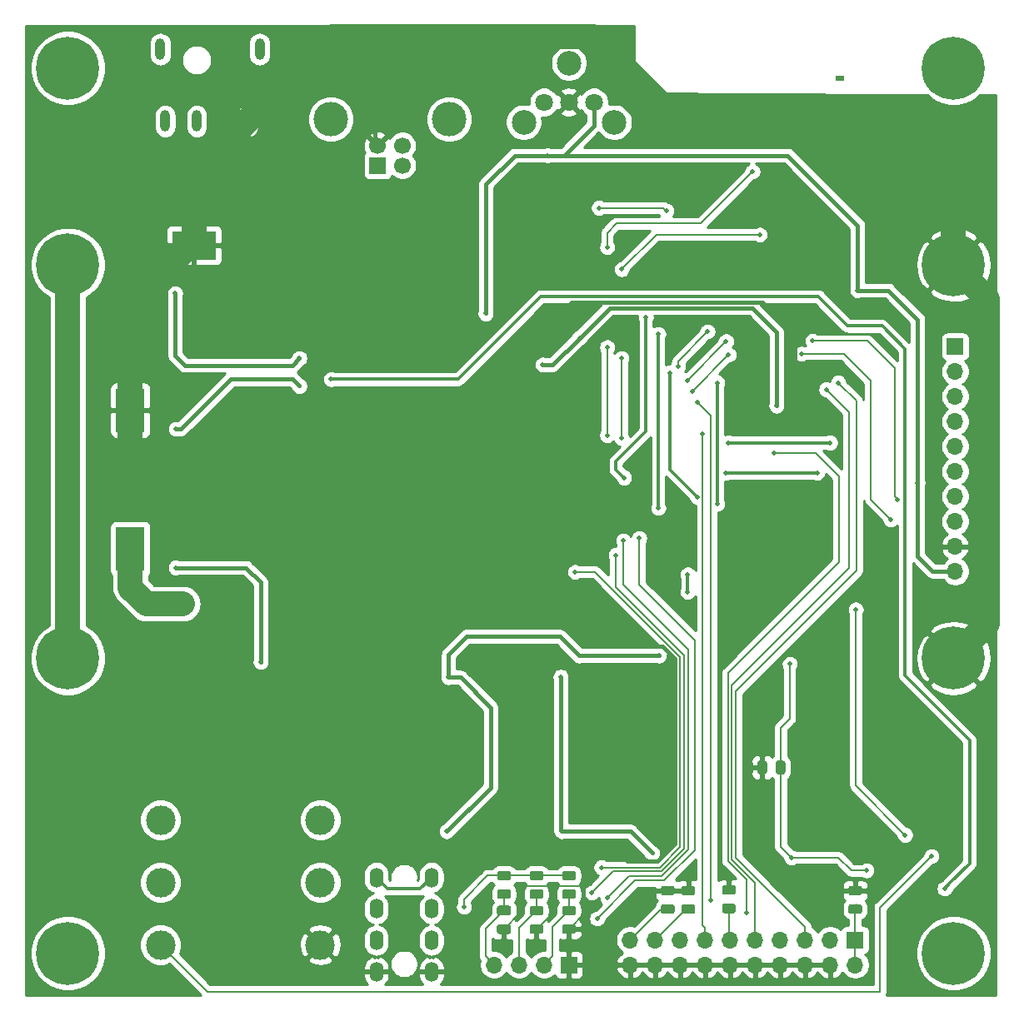
<source format=gbr>
G04 #@! TF.GenerationSoftware,KiCad,Pcbnew,5.1.9*
G04 #@! TF.CreationDate,2021-04-13T21:33:03+08:00*
G04 #@! TF.ProjectId,digital-amplifier2,64696769-7461-46c2-9d61-6d706c696669,rev?*
G04 #@! TF.SameCoordinates,Original*
G04 #@! TF.FileFunction,Copper,L2,Bot*
G04 #@! TF.FilePolarity,Positive*
%FSLAX46Y46*%
G04 Gerber Fmt 4.6, Leading zero omitted, Abs format (unit mm)*
G04 Created by KiCad (PCBNEW 5.1.9) date 2021-04-13 21:33:03*
%MOMM*%
%LPD*%
G01*
G04 APERTURE LIST*
G04 #@! TA.AperFunction,ComponentPad*
%ADD10C,3.000000*%
G04 #@! TD*
G04 #@! TA.AperFunction,ComponentPad*
%ADD11C,0.600000*%
G04 #@! TD*
G04 #@! TA.AperFunction,SMDPad,CuDef*
%ADD12R,2.950000X4.500000*%
G04 #@! TD*
G04 #@! TA.AperFunction,ComponentPad*
%ADD13O,1.700000X1.700000*%
G04 #@! TD*
G04 #@! TA.AperFunction,ComponentPad*
%ADD14R,1.700000X1.700000*%
G04 #@! TD*
G04 #@! TA.AperFunction,ComponentPad*
%ADD15O,1.000000X2.200000*%
G04 #@! TD*
G04 #@! TA.AperFunction,ComponentPad*
%ADD16C,6.400000*%
G04 #@! TD*
G04 #@! TA.AperFunction,ComponentPad*
%ADD17O,1.400000X2.000000*%
G04 #@! TD*
G04 #@! TA.AperFunction,ComponentPad*
%ADD18C,1.800000*%
G04 #@! TD*
G04 #@! TA.AperFunction,WasherPad*
%ADD19C,2.500000*%
G04 #@! TD*
G04 #@! TA.AperFunction,ComponentPad*
%ADD20C,3.500000*%
G04 #@! TD*
G04 #@! TA.AperFunction,ComponentPad*
%ADD21C,1.700000*%
G04 #@! TD*
G04 #@! TA.AperFunction,ComponentPad*
%ADD22R,0.900000X0.500000*%
G04 #@! TD*
G04 #@! TA.AperFunction,SMDPad,CuDef*
%ADD23R,4.500000X2.950000*%
G04 #@! TD*
G04 #@! TA.AperFunction,ViaPad*
%ADD24C,0.500000*%
G04 #@! TD*
G04 #@! TA.AperFunction,Conductor*
%ADD25C,0.400000*%
G04 #@! TD*
G04 #@! TA.AperFunction,Conductor*
%ADD26C,0.200000*%
G04 #@! TD*
G04 #@! TA.AperFunction,Conductor*
%ADD27C,2.500000*%
G04 #@! TD*
G04 #@! TA.AperFunction,Conductor*
%ADD28C,0.300000*%
G04 #@! TD*
G04 #@! TA.AperFunction,Conductor*
%ADD29C,0.254000*%
G04 #@! TD*
G04 #@! TA.AperFunction,Conductor*
%ADD30C,0.100000*%
G04 #@! TD*
G04 APERTURE END LIST*
D10*
X64415000Y-131445000D03*
X64415000Y-144145000D03*
X64415000Y-137795000D03*
X80645000Y-131445000D03*
X80645000Y-144145000D03*
X80645000Y-137795000D03*
D11*
X61941000Y-105686000D03*
X61941000Y-104586000D03*
X60741000Y-104586000D03*
X60741000Y-105686000D03*
X61941000Y-102086000D03*
X61941000Y-103286000D03*
X60741000Y-103286000D03*
X60741000Y-102086000D03*
D12*
X61341000Y-103886000D03*
D13*
X112141000Y-146177000D03*
X112141000Y-143637000D03*
X114681000Y-146177000D03*
X114681000Y-143637000D03*
X117221000Y-146177000D03*
X117221000Y-143637000D03*
X119761000Y-146177000D03*
X119761000Y-143637000D03*
X122301000Y-146177000D03*
X122301000Y-143637000D03*
X124841000Y-146177000D03*
X124841000Y-143637000D03*
X127381000Y-146177000D03*
X127381000Y-143637000D03*
X129921000Y-146177000D03*
X129921000Y-143637000D03*
X132461000Y-146177000D03*
X132461000Y-143637000D03*
X135001000Y-146177000D03*
D14*
X135001000Y-143637000D03*
D15*
X74489000Y-53086000D03*
X73289000Y-60386000D03*
X68089000Y-60386000D03*
X64889000Y-60386000D03*
X64389000Y-53086000D03*
D13*
X145161000Y-106172000D03*
X145161000Y-103632000D03*
X145161000Y-101092000D03*
X145161000Y-98552000D03*
X145161000Y-96012000D03*
X145161000Y-93472000D03*
X145161000Y-90932000D03*
X145161000Y-88392000D03*
X145161000Y-85852000D03*
D14*
X145161000Y-83312000D03*
D16*
X145000000Y-115000000D03*
X55000000Y-115000000D03*
X145000000Y-75000000D03*
X55000000Y-75000000D03*
D17*
X86348000Y-146887000D03*
X86348000Y-143687000D03*
X86348000Y-140487000D03*
X86348000Y-137287000D03*
X91948000Y-143687000D03*
X91948000Y-140487000D03*
X91948000Y-137287000D03*
X91948000Y-146887000D03*
D11*
X61941000Y-91589000D03*
X61941000Y-90489000D03*
X60741000Y-90489000D03*
X60741000Y-91589000D03*
X61941000Y-87989000D03*
X61941000Y-89189000D03*
X60741000Y-89189000D03*
X60741000Y-87989000D03*
D12*
X61341000Y-89789000D03*
D18*
X108458000Y-58468250D03*
X103378000Y-58468250D03*
X105918000Y-58468250D03*
D19*
X105918000Y-54518250D03*
X101318000Y-60518250D03*
X110518000Y-60518250D03*
D13*
X98298000Y-146177000D03*
X100838000Y-146177000D03*
X103378000Y-146177000D03*
D14*
X105918000Y-146177000D03*
D20*
X93757000Y-60187000D03*
X81717000Y-60187000D03*
D21*
X86487000Y-62897000D03*
X88987000Y-62897000D03*
X88987000Y-64897000D03*
D14*
X86487000Y-64897000D03*
G04 #@! TA.AperFunction,SMDPad,CuDef*
G36*
G01*
X98839000Y-142055000D02*
X99789000Y-142055000D01*
G75*
G02*
X100039000Y-142305000I0J-250000D01*
G01*
X100039000Y-142805000D01*
G75*
G02*
X99789000Y-143055000I-250000J0D01*
G01*
X98839000Y-143055000D01*
G75*
G02*
X98589000Y-142805000I0J250000D01*
G01*
X98589000Y-142305000D01*
G75*
G02*
X98839000Y-142055000I250000J0D01*
G01*
G37*
G04 #@! TD.AperFunction*
G04 #@! TA.AperFunction,SMDPad,CuDef*
G36*
G01*
X98839000Y-140155000D02*
X99789000Y-140155000D01*
G75*
G02*
X100039000Y-140405000I0J-250000D01*
G01*
X100039000Y-140905000D01*
G75*
G02*
X99789000Y-141155000I-250000J0D01*
G01*
X98839000Y-141155000D01*
G75*
G02*
X98589000Y-140905000I0J250000D01*
G01*
X98589000Y-140405000D01*
G75*
G02*
X98839000Y-140155000I250000J0D01*
G01*
G37*
G04 #@! TD.AperFunction*
D22*
X133418000Y-56007000D03*
G04 #@! TA.AperFunction,SMDPad,CuDef*
G36*
G01*
X127917000Y-125654750D02*
X127917000Y-126567250D01*
G75*
G02*
X127673250Y-126811000I-243750J0D01*
G01*
X127185750Y-126811000D01*
G75*
G02*
X126942000Y-126567250I0J243750D01*
G01*
X126942000Y-125654750D01*
G75*
G02*
X127185750Y-125411000I243750J0D01*
G01*
X127673250Y-125411000D01*
G75*
G02*
X127917000Y-125654750I0J-243750D01*
G01*
G37*
G04 #@! TD.AperFunction*
G04 #@! TA.AperFunction,SMDPad,CuDef*
G36*
G01*
X126042000Y-125654750D02*
X126042000Y-126567250D01*
G75*
G02*
X125798250Y-126811000I-243750J0D01*
G01*
X125310750Y-126811000D01*
G75*
G02*
X125067000Y-126567250I0J243750D01*
G01*
X125067000Y-125654750D01*
G75*
G02*
X125310750Y-125411000I243750J0D01*
G01*
X125798250Y-125411000D01*
G75*
G02*
X126042000Y-125654750I0J-243750D01*
G01*
G37*
G04 #@! TD.AperFunction*
D16*
X145000000Y-145000000D03*
X55000000Y-55000000D03*
X55000000Y-145000000D03*
X145000000Y-55000000D03*
G04 #@! TA.AperFunction,SMDPad,CuDef*
G36*
G01*
X122630250Y-139059500D02*
X121717750Y-139059500D01*
G75*
G02*
X121474000Y-138815750I0J243750D01*
G01*
X121474000Y-138328250D01*
G75*
G02*
X121717750Y-138084500I243750J0D01*
G01*
X122630250Y-138084500D01*
G75*
G02*
X122874000Y-138328250I0J-243750D01*
G01*
X122874000Y-138815750D01*
G75*
G02*
X122630250Y-139059500I-243750J0D01*
G01*
G37*
G04 #@! TD.AperFunction*
G04 #@! TA.AperFunction,SMDPad,CuDef*
G36*
G01*
X122630250Y-140934500D02*
X121717750Y-140934500D01*
G75*
G02*
X121474000Y-140690750I0J243750D01*
G01*
X121474000Y-140203250D01*
G75*
G02*
X121717750Y-139959500I243750J0D01*
G01*
X122630250Y-139959500D01*
G75*
G02*
X122874000Y-140203250I0J-243750D01*
G01*
X122874000Y-140690750D01*
G75*
G02*
X122630250Y-140934500I-243750J0D01*
G01*
G37*
G04 #@! TD.AperFunction*
G04 #@! TA.AperFunction,SMDPad,CuDef*
G36*
G01*
X102159750Y-140180000D02*
X103072250Y-140180000D01*
G75*
G02*
X103316000Y-140423750I0J-243750D01*
G01*
X103316000Y-140911250D01*
G75*
G02*
X103072250Y-141155000I-243750J0D01*
G01*
X102159750Y-141155000D01*
G75*
G02*
X101916000Y-140911250I0J243750D01*
G01*
X101916000Y-140423750D01*
G75*
G02*
X102159750Y-140180000I243750J0D01*
G01*
G37*
G04 #@! TD.AperFunction*
G04 #@! TA.AperFunction,SMDPad,CuDef*
G36*
G01*
X102159750Y-142055000D02*
X103072250Y-142055000D01*
G75*
G02*
X103316000Y-142298750I0J-243750D01*
G01*
X103316000Y-142786250D01*
G75*
G02*
X103072250Y-143030000I-243750J0D01*
G01*
X102159750Y-143030000D01*
G75*
G02*
X101916000Y-142786250I0J243750D01*
G01*
X101916000Y-142298750D01*
G75*
G02*
X102159750Y-142055000I243750J0D01*
G01*
G37*
G04 #@! TD.AperFunction*
G04 #@! TA.AperFunction,SMDPad,CuDef*
G36*
G01*
X135457250Y-140998000D02*
X134544750Y-140998000D01*
G75*
G02*
X134301000Y-140754250I0J243750D01*
G01*
X134301000Y-140266750D01*
G75*
G02*
X134544750Y-140023000I243750J0D01*
G01*
X135457250Y-140023000D01*
G75*
G02*
X135701000Y-140266750I0J-243750D01*
G01*
X135701000Y-140754250D01*
G75*
G02*
X135457250Y-140998000I-243750J0D01*
G01*
G37*
G04 #@! TD.AperFunction*
G04 #@! TA.AperFunction,SMDPad,CuDef*
G36*
G01*
X135457250Y-139123000D02*
X134544750Y-139123000D01*
G75*
G02*
X134301000Y-138879250I0J243750D01*
G01*
X134301000Y-138391750D01*
G75*
G02*
X134544750Y-138148000I243750J0D01*
G01*
X135457250Y-138148000D01*
G75*
G02*
X135701000Y-138391750I0J-243750D01*
G01*
X135701000Y-138879250D01*
G75*
G02*
X135457250Y-139123000I-243750J0D01*
G01*
G37*
G04 #@! TD.AperFunction*
G04 #@! TA.AperFunction,SMDPad,CuDef*
G36*
G01*
X105461750Y-142055000D02*
X106374250Y-142055000D01*
G75*
G02*
X106618000Y-142298750I0J-243750D01*
G01*
X106618000Y-142786250D01*
G75*
G02*
X106374250Y-143030000I-243750J0D01*
G01*
X105461750Y-143030000D01*
G75*
G02*
X105218000Y-142786250I0J243750D01*
G01*
X105218000Y-142298750D01*
G75*
G02*
X105461750Y-142055000I243750J0D01*
G01*
G37*
G04 #@! TD.AperFunction*
G04 #@! TA.AperFunction,SMDPad,CuDef*
G36*
G01*
X105461750Y-140180000D02*
X106374250Y-140180000D01*
G75*
G02*
X106618000Y-140423750I0J-243750D01*
G01*
X106618000Y-140911250D01*
G75*
G02*
X106374250Y-141155000I-243750J0D01*
G01*
X105461750Y-141155000D01*
G75*
G02*
X105218000Y-140911250I0J243750D01*
G01*
X105218000Y-140423750D01*
G75*
G02*
X105461750Y-140180000I243750J0D01*
G01*
G37*
G04 #@! TD.AperFunction*
D11*
X66018000Y-73625000D03*
X67118000Y-73625000D03*
X67118000Y-72425000D03*
X66018000Y-72425000D03*
X69618000Y-73625000D03*
X68418000Y-73625000D03*
X68418000Y-72425000D03*
X69618000Y-72425000D03*
D23*
X67818000Y-73025000D03*
G04 #@! TA.AperFunction,SMDPad,CuDef*
G36*
G01*
X98857750Y-138499000D02*
X99770250Y-138499000D01*
G75*
G02*
X100014000Y-138742750I0J-243750D01*
G01*
X100014000Y-139230250D01*
G75*
G02*
X99770250Y-139474000I-243750J0D01*
G01*
X98857750Y-139474000D01*
G75*
G02*
X98614000Y-139230250I0J243750D01*
G01*
X98614000Y-138742750D01*
G75*
G02*
X98857750Y-138499000I243750J0D01*
G01*
G37*
G04 #@! TD.AperFunction*
G04 #@! TA.AperFunction,SMDPad,CuDef*
G36*
G01*
X98857750Y-136624000D02*
X99770250Y-136624000D01*
G75*
G02*
X100014000Y-136867750I0J-243750D01*
G01*
X100014000Y-137355250D01*
G75*
G02*
X99770250Y-137599000I-243750J0D01*
G01*
X98857750Y-137599000D01*
G75*
G02*
X98614000Y-137355250I0J243750D01*
G01*
X98614000Y-136867750D01*
G75*
G02*
X98857750Y-136624000I243750J0D01*
G01*
G37*
G04 #@! TD.AperFunction*
G04 #@! TA.AperFunction,SMDPad,CuDef*
G36*
G01*
X102159750Y-136624000D02*
X103072250Y-136624000D01*
G75*
G02*
X103316000Y-136867750I0J-243750D01*
G01*
X103316000Y-137355250D01*
G75*
G02*
X103072250Y-137599000I-243750J0D01*
G01*
X102159750Y-137599000D01*
G75*
G02*
X101916000Y-137355250I0J243750D01*
G01*
X101916000Y-136867750D01*
G75*
G02*
X102159750Y-136624000I243750J0D01*
G01*
G37*
G04 #@! TD.AperFunction*
G04 #@! TA.AperFunction,SMDPad,CuDef*
G36*
G01*
X102159750Y-138499000D02*
X103072250Y-138499000D01*
G75*
G02*
X103316000Y-138742750I0J-243750D01*
G01*
X103316000Y-139230250D01*
G75*
G02*
X103072250Y-139474000I-243750J0D01*
G01*
X102159750Y-139474000D01*
G75*
G02*
X101916000Y-139230250I0J243750D01*
G01*
X101916000Y-138742750D01*
G75*
G02*
X102159750Y-138499000I243750J0D01*
G01*
G37*
G04 #@! TD.AperFunction*
G04 #@! TA.AperFunction,SMDPad,CuDef*
G36*
G01*
X105461750Y-138499000D02*
X106374250Y-138499000D01*
G75*
G02*
X106618000Y-138742750I0J-243750D01*
G01*
X106618000Y-139230250D01*
G75*
G02*
X106374250Y-139474000I-243750J0D01*
G01*
X105461750Y-139474000D01*
G75*
G02*
X105218000Y-139230250I0J243750D01*
G01*
X105218000Y-138742750D01*
G75*
G02*
X105461750Y-138499000I243750J0D01*
G01*
G37*
G04 #@! TD.AperFunction*
G04 #@! TA.AperFunction,SMDPad,CuDef*
G36*
G01*
X105461750Y-136624000D02*
X106374250Y-136624000D01*
G75*
G02*
X106618000Y-136867750I0J-243750D01*
G01*
X106618000Y-137355250D01*
G75*
G02*
X106374250Y-137599000I-243750J0D01*
G01*
X105461750Y-137599000D01*
G75*
G02*
X105218000Y-137355250I0J243750D01*
G01*
X105218000Y-136867750D01*
G75*
G02*
X105461750Y-136624000I243750J0D01*
G01*
G37*
G04 #@! TD.AperFunction*
G04 #@! TA.AperFunction,SMDPad,CuDef*
G36*
G01*
X118502750Y-140998000D02*
X117590250Y-140998000D01*
G75*
G02*
X117346500Y-140754250I0J243750D01*
G01*
X117346500Y-140266750D01*
G75*
G02*
X117590250Y-140023000I243750J0D01*
G01*
X118502750Y-140023000D01*
G75*
G02*
X118746500Y-140266750I0J-243750D01*
G01*
X118746500Y-140754250D01*
G75*
G02*
X118502750Y-140998000I-243750J0D01*
G01*
G37*
G04 #@! TD.AperFunction*
G04 #@! TA.AperFunction,SMDPad,CuDef*
G36*
G01*
X118502750Y-139123000D02*
X117590250Y-139123000D01*
G75*
G02*
X117346500Y-138879250I0J243750D01*
G01*
X117346500Y-138391750D01*
G75*
G02*
X117590250Y-138148000I243750J0D01*
G01*
X118502750Y-138148000D01*
G75*
G02*
X118746500Y-138391750I0J-243750D01*
G01*
X118746500Y-138879250D01*
G75*
G02*
X118502750Y-139123000I-243750J0D01*
G01*
G37*
G04 #@! TD.AperFunction*
G04 #@! TA.AperFunction,SMDPad,CuDef*
G36*
G01*
X116407250Y-139123000D02*
X115494750Y-139123000D01*
G75*
G02*
X115251000Y-138879250I0J243750D01*
G01*
X115251000Y-138391750D01*
G75*
G02*
X115494750Y-138148000I243750J0D01*
G01*
X116407250Y-138148000D01*
G75*
G02*
X116651000Y-138391750I0J-243750D01*
G01*
X116651000Y-138879250D01*
G75*
G02*
X116407250Y-139123000I-243750J0D01*
G01*
G37*
G04 #@! TD.AperFunction*
G04 #@! TA.AperFunction,SMDPad,CuDef*
G36*
G01*
X116407250Y-140998000D02*
X115494750Y-140998000D01*
G75*
G02*
X115251000Y-140754250I0J243750D01*
G01*
X115251000Y-140266750D01*
G75*
G02*
X115494750Y-140023000I243750J0D01*
G01*
X116407250Y-140023000D01*
G75*
G02*
X116651000Y-140266750I0J-243750D01*
G01*
X116651000Y-140754250D01*
G75*
G02*
X116407250Y-140998000I-243750J0D01*
G01*
G37*
G04 #@! TD.AperFunction*
D24*
X122174000Y-138620500D03*
X94742000Y-124650500D03*
X91249500Y-131953000D03*
X90297000Y-117157500D03*
X80962500Y-111506000D03*
X78215500Y-103839000D03*
X125095000Y-119253000D03*
X125554500Y-126111000D03*
X126621500Y-135316000D03*
X113159500Y-113789500D03*
X106982500Y-117363000D03*
X105107500Y-134478000D03*
X113096000Y-135633500D03*
X101155500Y-113792000D03*
X106957500Y-131214500D03*
X96505500Y-103695500D03*
X96258750Y-110292250D03*
X100584000Y-98298000D03*
X109664500Y-105346500D03*
X114188000Y-138635500D03*
X132270500Y-138620500D03*
X128902500Y-89156500D03*
X96424750Y-88550750D03*
X126682500Y-79883000D03*
X132016500Y-113030000D03*
X103949500Y-89979500D03*
X112776000Y-84391500D03*
X140010000Y-124325500D03*
X144677250Y-124499250D03*
X137604500Y-111252000D03*
X127031750Y-108045250D03*
X129857500Y-101854000D03*
X107315000Y-100330000D03*
X118427500Y-87884000D03*
X138620500Y-100901500D03*
X122142250Y-84169250D03*
X129552510Y-84048287D03*
X117919500Y-86741000D03*
X139319000Y-98869500D03*
X121888250Y-82772250D03*
X130683000Y-82740500D03*
X97457500Y-79961500D03*
X135255000Y-77597000D03*
X95250000Y-140271500D03*
X141351000Y-97155000D03*
X103759000Y-63881000D03*
X116995000Y-85316000D03*
X120015000Y-81788000D03*
X116205000Y-85979000D03*
X118956990Y-98619500D03*
X108966000Y-69215000D03*
X115824000Y-69532500D03*
X135064500Y-110045500D03*
X140081000Y-132969000D03*
X110680500Y-104521000D03*
X108247673Y-138832490D03*
X117983000Y-108267500D03*
X117995000Y-106477500D03*
X111268154Y-92646500D03*
X125285500Y-71945500D03*
X111268154Y-84502346D03*
X111283750Y-75469750D03*
X126746000Y-94170500D03*
X123952000Y-140843000D03*
X132060000Y-87673500D03*
X106553000Y-106235500D03*
X109220000Y-136271000D03*
X66675000Y-109474000D03*
X93677500Y-116952000D03*
X93487000Y-132603000D03*
X115059500Y-114747000D03*
X106931500Y-114747000D03*
X105077500Y-116888500D03*
X105204500Y-132603000D03*
X114363494Y-134810500D03*
X113070000Y-102783000D03*
X108775500Y-141478000D03*
X111442500Y-103060500D03*
X109855000Y-139382500D03*
X106997500Y-82423000D03*
X103251000Y-85153500D03*
X127002500Y-89347000D03*
X81755000Y-86644500D03*
X144081500Y-138430000D03*
X128521500Y-135257500D03*
X136144000Y-136588500D03*
X127437000Y-126103500D03*
X128333500Y-115570000D03*
X121852500Y-96143000D03*
X131127500Y-96143006D03*
X122110500Y-93091000D03*
X132461000Y-93091000D03*
X119495000Y-92190000D03*
X133286500Y-86995000D03*
X118995000Y-88967500D03*
X120332500Y-139629994D03*
X65913000Y-77914500D03*
X78534500Y-84503500D03*
X65976500Y-91694000D03*
X78534500Y-87327500D03*
X65976500Y-105791000D03*
X74597500Y-115364500D03*
X120967500Y-86995000D03*
X120995000Y-99286500D03*
X114995004Y-99698496D03*
X114998500Y-82042000D03*
X113728500Y-80327500D03*
X111505992Y-96647000D03*
X142748000Y-135128000D03*
X109791500Y-92329000D03*
X124587000Y-65532000D03*
X109791500Y-83375500D03*
X109791500Y-73215500D03*
D25*
X90233500Y-117221000D02*
X90297000Y-117157500D01*
X90233500Y-124650500D02*
X90233500Y-117221000D01*
X94742000Y-124650500D02*
X90233500Y-124650500D01*
X90233500Y-130937000D02*
X91249500Y-131953000D01*
X90233500Y-124650500D02*
X90233500Y-130937000D01*
X79311500Y-104935000D02*
X78215500Y-103839000D01*
X79311500Y-109855000D02*
X79311500Y-104935000D01*
X80962500Y-111506000D02*
X79311500Y-109855000D01*
X105918000Y-58468250D02*
X102377250Y-54927500D01*
X102377250Y-54927500D02*
X91376500Y-54927500D01*
X91376500Y-54927500D02*
X86169500Y-60134500D01*
X86169500Y-62579500D02*
X86487000Y-62897000D01*
X86169500Y-60134500D02*
X86169500Y-62579500D01*
X73289000Y-60386000D02*
X73289000Y-59743500D01*
X78105000Y-54927500D02*
X91376500Y-54927500D01*
X73289000Y-59743500D02*
X78105000Y-54927500D01*
D26*
X104140000Y-141018500D02*
X102616000Y-142542500D01*
X104140000Y-138430000D02*
X104140000Y-141018500D01*
X103886000Y-138176000D02*
X104140000Y-138430000D01*
X100965000Y-138684000D02*
X101473000Y-138176000D01*
X100965000Y-140904000D02*
X100965000Y-138684000D01*
X99314000Y-142555000D02*
X100965000Y-140904000D01*
X105918000Y-142542500D02*
X107569000Y-140891500D01*
X107569000Y-140891500D02*
X107569000Y-138620500D01*
X107124500Y-138176000D02*
X103632000Y-138176000D01*
X107569000Y-138620500D02*
X107124500Y-138176000D01*
X103632000Y-138176000D02*
X103886000Y-138176000D01*
X101473000Y-138176000D02*
X103632000Y-138176000D01*
X105918000Y-146177000D02*
X105918000Y-142542500D01*
X105918000Y-146177000D02*
X112141000Y-146177000D01*
X112141000Y-146177000D02*
X114681000Y-146177000D01*
X114681000Y-146177000D02*
X117221000Y-146177000D01*
X117221000Y-146177000D02*
X119761000Y-146177000D01*
X119761000Y-146177000D02*
X122301000Y-146177000D01*
X122301000Y-146177000D02*
X124841000Y-146177000D01*
X124841000Y-146177000D02*
X127381000Y-146177000D01*
X127381000Y-146177000D02*
X129921000Y-146177000D01*
X129921000Y-146177000D02*
X132461000Y-146177000D01*
X125554500Y-119712500D02*
X125095000Y-119253000D01*
X125554500Y-125984000D02*
X125554500Y-119712500D01*
X125554500Y-134249000D02*
X126621500Y-135316000D01*
X125554500Y-125984000D02*
X125554500Y-134249000D01*
D27*
X145000000Y-75000000D02*
X148474990Y-78474990D01*
X148474990Y-111525010D02*
X145000000Y-115000000D01*
X67818000Y-65857000D02*
X73289000Y-60386000D01*
X67818000Y-73025000D02*
X67818000Y-65857000D01*
X67818000Y-73025000D02*
X67310000Y-73025000D01*
X61341000Y-78994000D02*
X61341000Y-89789000D01*
X67310000Y-73025000D02*
X61341000Y-78994000D01*
X61341000Y-89789000D02*
X61341000Y-94361000D01*
X61341000Y-94361000D02*
X65976500Y-98996500D01*
X73373000Y-98996500D02*
X78215500Y-103839000D01*
X65976500Y-98996500D02*
X73373000Y-98996500D01*
X78215500Y-103839000D02*
X78215500Y-120125500D01*
X82740500Y-124650500D02*
X94742000Y-124650500D01*
X78215500Y-120125500D02*
X82740500Y-124650500D01*
D25*
X113159500Y-113789500D02*
X115440500Y-113789500D01*
X115440500Y-113789500D02*
X116713000Y-115062000D01*
X114937500Y-135633500D02*
X113096000Y-135633500D01*
X116713000Y-133858000D02*
X114937500Y-135633500D01*
X113096000Y-135633500D02*
X111821000Y-135633500D01*
X110665500Y-134478000D02*
X105107500Y-134478000D01*
X111821000Y-135633500D02*
X110665500Y-134478000D01*
X91249500Y-131953000D02*
X93726000Y-134429500D01*
X105059000Y-134429500D02*
X105107500Y-134478000D01*
X93726000Y-134429500D02*
X105059000Y-134429500D01*
X116601000Y-117363000D02*
X116713000Y-117475000D01*
X106982500Y-117363000D02*
X116601000Y-117363000D01*
X116713000Y-117475000D02*
X116713000Y-133858000D01*
X116713000Y-115062000D02*
X116713000Y-117475000D01*
X103411500Y-113792000D02*
X106982500Y-117363000D01*
X101536500Y-130907000D02*
X105107500Y-134478000D01*
X101536500Y-113792000D02*
X101536500Y-130907000D01*
X101155500Y-113792000D02*
X101536500Y-113792000D01*
X101536500Y-113792000D02*
X103411500Y-113792000D01*
X106957500Y-117388000D02*
X106982500Y-117363000D01*
X106957500Y-131214500D02*
X106957500Y-117388000D01*
X78359000Y-103695500D02*
X78215500Y-103839000D01*
X96505500Y-103695500D02*
X78359000Y-103695500D01*
X96258750Y-103942250D02*
X96505500Y-103695500D01*
X96258750Y-110292250D02*
X96258750Y-103942250D01*
X96505500Y-103695500D02*
X96505500Y-102376500D01*
X96505500Y-102376500D02*
X100584000Y-98298000D01*
X107632500Y-105346500D02*
X100584000Y-98298000D01*
X109664500Y-105346500D02*
X107632500Y-105346500D01*
D26*
X118046500Y-138635500D02*
X115951000Y-138635500D01*
X115951000Y-138635500D02*
X114188000Y-138635500D01*
X114188000Y-138635500D02*
X114188000Y-138635500D01*
X132285500Y-138635500D02*
X132270500Y-138620500D01*
X135001000Y-138635500D02*
X132285500Y-138635500D01*
X148018500Y-103632000D02*
X148474990Y-103175510D01*
D27*
X148474990Y-103175510D02*
X148474990Y-111525010D01*
D26*
X145161000Y-103632000D02*
X148018500Y-103632000D01*
D27*
X148474990Y-78474990D02*
X148474990Y-103175510D01*
D25*
X128902500Y-89156500D02*
X128902500Y-82103000D01*
X128902500Y-82103000D02*
X126682500Y-79883000D01*
X81136500Y-103839000D02*
X78215500Y-103839000D01*
X96424750Y-88550750D02*
X81136500Y-103839000D01*
D28*
X125095000Y-117729996D02*
X125095000Y-119253000D01*
X129794996Y-113030000D02*
X125095000Y-117729996D01*
X132016500Y-113030000D02*
X129794996Y-113030000D01*
D25*
X125581511Y-78782011D02*
X106193489Y-78782011D01*
X106193489Y-78782011D02*
X96674749Y-88300751D01*
X96674749Y-88300751D02*
X96424750Y-88550750D01*
X126682500Y-79883000D02*
X125581511Y-78782011D01*
D27*
X145000000Y-68482500D02*
X145000000Y-75000000D01*
X136334500Y-59817000D02*
X145000000Y-68482500D01*
X116395500Y-59817000D02*
X136334500Y-59817000D01*
X108396749Y-51818249D02*
X116395500Y-59817000D01*
X81849251Y-51818249D02*
X108396749Y-51818249D01*
X79509500Y-54158000D02*
X81849251Y-51818249D01*
X79509500Y-54165500D02*
X79509500Y-54158000D01*
X73289000Y-60386000D02*
X79509500Y-54165500D01*
D28*
X103949500Y-89979500D02*
X103949500Y-87312500D01*
X103949500Y-87312500D02*
X109093000Y-82169000D01*
X109093000Y-82169000D02*
X111252000Y-82169000D01*
X112776000Y-83693000D02*
X112776000Y-84391500D01*
X111252000Y-82169000D02*
X112776000Y-83693000D01*
X144503500Y-124325500D02*
X144677250Y-124499250D01*
X140010000Y-124325500D02*
X144503500Y-124325500D01*
X132207000Y-112839500D02*
X132016500Y-113030000D01*
X132207000Y-110934500D02*
X132207000Y-112839500D01*
X134683500Y-108458000D02*
X132207000Y-110934500D01*
X136715500Y-109093000D02*
X136080500Y-108458000D01*
X136715500Y-109537500D02*
X136715500Y-109093000D01*
X137604500Y-110426500D02*
X136715500Y-109537500D01*
X137604500Y-117426500D02*
X137604500Y-111252000D01*
X136080500Y-108458000D02*
X134683500Y-108458000D01*
X144677250Y-124499250D02*
X137604500Y-117426500D01*
X137604500Y-111252000D02*
X137604500Y-110426500D01*
X127031750Y-108045250D02*
X127031750Y-104679750D01*
X127031750Y-104679750D02*
X129857500Y-101854000D01*
X129857500Y-101854000D02*
X129857500Y-101854000D01*
D25*
X105283000Y-98298000D02*
X107315000Y-100330000D01*
X100584000Y-98298000D02*
X105283000Y-98298000D01*
D26*
X118427500Y-87884000D02*
X122142250Y-84169250D01*
X122142250Y-84169250D02*
X122174000Y-84137500D01*
X136588500Y-98869500D02*
X136588500Y-86804500D01*
X138620500Y-100901500D02*
X136588500Y-98869500D01*
X136588500Y-86804500D02*
X133832287Y-84048287D01*
X133832287Y-84048287D02*
X129552510Y-84048287D01*
X139001500Y-85534500D02*
X139001500Y-98552000D01*
X139001500Y-98552000D02*
X139319000Y-98869500D01*
X136207500Y-82740500D02*
X139001500Y-85534500D01*
X117919500Y-86741000D02*
X121888250Y-82772250D01*
X121888250Y-82772250D02*
X121920000Y-82740500D01*
X130683000Y-82740500D02*
X136207500Y-82740500D01*
D25*
X97457500Y-79961500D02*
X97457500Y-66817000D01*
X97457500Y-66817000D02*
X100393500Y-63881000D01*
X108458000Y-60833000D02*
X108458000Y-58468250D01*
X105410000Y-63881000D02*
X108458000Y-60833000D01*
D26*
X135001000Y-140129500D02*
X135128000Y-140002500D01*
X135001000Y-146177000D02*
X135001000Y-143637000D01*
X135001000Y-143637000D02*
X135001000Y-140510500D01*
D25*
X100393500Y-63881000D02*
X103759000Y-63881000D01*
X104902000Y-63881000D02*
X105410000Y-63881000D01*
D26*
X105918000Y-137111500D02*
X102616000Y-137111500D01*
X102616000Y-137111500D02*
X99314000Y-137111500D01*
X99314000Y-137111500D02*
X97648000Y-137111500D01*
X97648000Y-137111500D02*
X95250000Y-139509500D01*
X95250000Y-139509500D02*
X95250000Y-140271500D01*
X95250000Y-140271500D02*
X95250000Y-140271500D01*
D25*
X135255000Y-77597000D02*
X138366500Y-77597000D01*
X141351000Y-80581500D02*
X141351000Y-97155000D01*
X138366500Y-77597000D02*
X141351000Y-80581500D01*
X141351000Y-97155000D02*
X141351000Y-104648000D01*
X142875000Y-106172000D02*
X145161000Y-106172000D01*
X141351000Y-104648000D02*
X142875000Y-106172000D01*
X103759000Y-63881000D02*
X104902000Y-63881000D01*
X135255000Y-70993000D02*
X135255000Y-77597000D01*
X128143000Y-63881000D02*
X135255000Y-70993000D01*
X104902000Y-63881000D02*
X128143000Y-63881000D01*
D26*
X116995000Y-84808000D02*
X120015000Y-81788000D01*
X116995000Y-85316000D02*
X116995000Y-84808000D01*
D28*
X116205000Y-85979000D02*
X116205000Y-95867510D01*
X116205000Y-95867510D02*
X118956990Y-98619500D01*
D26*
X108966000Y-69215000D02*
X115506500Y-69215000D01*
X115506500Y-69215000D02*
X115824000Y-69532500D01*
X135064500Y-127952500D02*
X140081000Y-132969000D01*
X135064500Y-110045500D02*
X135064500Y-127952500D01*
D27*
X55000000Y-75000000D02*
X55000000Y-115000000D01*
D26*
X99314000Y-138986500D02*
X99314000Y-140655000D01*
X97448001Y-145327001D02*
X98298000Y-146177000D01*
X97448001Y-142520999D02*
X97448001Y-145327001D01*
X99314000Y-140655000D02*
X97448001Y-142520999D01*
X110680500Y-107756678D02*
X117613022Y-114689200D01*
X110680500Y-104521000D02*
X110680500Y-107756678D01*
X117613022Y-134349178D02*
X115291189Y-136671011D01*
X115291189Y-136671011D02*
X110409152Y-136671011D01*
X110409152Y-136671011D02*
X108247673Y-138832490D01*
X117613022Y-114689200D02*
X117613022Y-134349178D01*
D28*
X117983000Y-106489500D02*
X117995000Y-106477500D01*
X117983000Y-108267500D02*
X117983000Y-106489500D01*
D26*
X111268154Y-92646500D02*
X111268154Y-84502346D01*
X111268154Y-75485346D02*
X111283750Y-75469750D01*
X114808000Y-71945500D02*
X125285500Y-71945500D01*
X111283750Y-75469750D02*
X114808000Y-71945500D01*
X122072478Y-135597978D02*
X123952000Y-137477500D01*
X123952000Y-137477500D02*
X123952000Y-140843000D01*
X133350000Y-96520000D02*
X133350000Y-105219500D01*
X133350000Y-105219500D02*
X122072478Y-116497022D01*
X131000500Y-94170500D02*
X133350000Y-96520000D01*
X126746000Y-94170500D02*
X131000500Y-94170500D01*
X122072478Y-116497022D02*
X122072478Y-135597978D01*
X132060000Y-87673500D02*
X134366000Y-89979500D01*
X124841000Y-137800800D02*
X124841000Y-143637000D01*
X122472489Y-135432289D02*
X124841000Y-137800800D01*
X122472489Y-117748011D02*
X122472489Y-135432289D01*
X134366000Y-105854500D02*
X122472489Y-117748011D01*
X134366000Y-89979500D02*
X134366000Y-105854500D01*
X117213011Y-134183489D02*
X115125500Y-136271000D01*
X117213011Y-114854889D02*
X117213011Y-134183489D01*
X115125500Y-136271000D02*
X109220000Y-136271000D01*
X108593622Y-106235500D02*
X117213011Y-114854889D01*
X106553000Y-106235500D02*
X108593622Y-106235500D01*
D27*
X61341000Y-103886000D02*
X61341000Y-107823000D01*
X62992000Y-109474000D02*
X66675000Y-109474000D01*
X61341000Y-107823000D02*
X62992000Y-109474000D01*
D28*
X90797999Y-138437001D02*
X91948000Y-137287000D01*
X87498001Y-138437001D02*
X90797999Y-138437001D01*
X86348000Y-137287000D02*
X87498001Y-138437001D01*
D25*
X115059500Y-114747000D02*
X106931500Y-114747000D01*
X93520500Y-132603000D02*
X93487000Y-132603000D01*
X97980500Y-120027700D02*
X97980500Y-128143000D01*
X97980500Y-128143000D02*
X93520500Y-132603000D01*
X94904800Y-116952000D02*
X97980500Y-120027700D01*
X93677500Y-116952000D02*
X94904800Y-116952000D01*
X93677500Y-114602500D02*
X93677500Y-116952000D01*
X95504000Y-112776000D02*
X93677500Y-114602500D01*
X104965500Y-112776000D02*
X95504000Y-112776000D01*
X106931500Y-114742000D02*
X104965500Y-112776000D01*
X106931500Y-114747000D02*
X106931500Y-114742000D01*
X105077500Y-132476000D02*
X105204500Y-132603000D01*
X105077500Y-116888500D02*
X105077500Y-132476000D01*
X105204500Y-132603000D02*
X112155994Y-132603000D01*
X112155994Y-132603000D02*
X114363494Y-134810500D01*
D26*
X105918000Y-138986500D02*
X105918000Y-140667500D01*
X104227999Y-145327001D02*
X103378000Y-146177000D01*
X104227999Y-142357501D02*
X104227999Y-145327001D01*
X105918000Y-140667500D02*
X104227999Y-142357501D01*
X118681500Y-134539100D02*
X115622567Y-137598033D01*
X112655467Y-137598033D02*
X108775500Y-141478000D01*
X115622567Y-137598033D02*
X112655467Y-137598033D01*
X118681500Y-113157000D02*
X118681500Y-134539100D01*
X113070000Y-107545500D02*
X118681500Y-113157000D01*
X113070000Y-102783000D02*
X113070000Y-107545500D01*
X102616000Y-138986500D02*
X102616000Y-140667500D01*
X100838000Y-142445500D02*
X100838000Y-146177000D01*
X102616000Y-140667500D02*
X100838000Y-142445500D01*
X111442500Y-103060500D02*
X111442500Y-107505500D01*
X118046500Y-134481400D02*
X115329878Y-137198022D01*
X111442500Y-107505500D02*
X118046500Y-114109500D01*
X115329878Y-137198022D02*
X112039478Y-137198022D01*
X112039478Y-137198022D02*
X109855000Y-139382500D01*
X118046500Y-114109500D02*
X118046500Y-134481400D01*
D25*
X104267000Y-85153500D02*
X106997500Y-82423000D01*
X103251000Y-85153500D02*
X104267000Y-85153500D01*
X124530522Y-79382022D02*
X127002500Y-81854000D01*
X106997500Y-82423000D02*
X110038478Y-79382022D01*
X110038478Y-79382022D02*
X124530522Y-79382022D01*
X127002500Y-81854000D02*
X127002500Y-89347000D01*
D28*
X144081500Y-138430000D02*
X144081500Y-138430000D01*
X144653000Y-137858500D02*
X144081500Y-138430000D01*
X146621500Y-123317000D02*
X146621500Y-135890000D01*
X140081000Y-116776500D02*
X146621500Y-123317000D01*
X146621500Y-135890000D02*
X144653000Y-137858500D01*
X140081000Y-83566000D02*
X140081000Y-116776500D01*
X137731500Y-81216500D02*
X140081000Y-83566000D01*
X134239000Y-81216500D02*
X137731500Y-81216500D01*
X103060500Y-78232000D02*
X131254500Y-78232000D01*
X94648000Y-86644500D02*
X103060500Y-78232000D01*
X131254500Y-78232000D02*
X134239000Y-81216500D01*
X81755000Y-86644500D02*
X94648000Y-86644500D01*
D26*
X128521500Y-135257500D02*
X133289000Y-135257500D01*
X133289000Y-135257500D02*
X134620000Y-136588500D01*
X134620000Y-136588500D02*
X136144000Y-136588500D01*
X127437000Y-126103500D02*
X127429500Y-126111000D01*
X127437000Y-134173000D02*
X128521500Y-135257500D01*
X127437000Y-125976500D02*
X127437000Y-134173000D01*
X128333500Y-121158000D02*
X128333500Y-115570000D01*
X127437000Y-122054500D02*
X128333500Y-121158000D01*
X127437000Y-125976500D02*
X127437000Y-122054500D01*
D28*
X145030000Y-96143000D02*
X145161000Y-96012000D01*
X121852500Y-96143000D02*
X131127494Y-96143000D01*
X131127494Y-96143000D02*
X131127500Y-96143006D01*
X122110500Y-93091000D02*
X132461000Y-93091000D01*
D26*
X115267500Y-140510500D02*
X115951000Y-140510500D01*
X112141000Y-143637000D02*
X115267500Y-140510500D01*
X117807500Y-140510500D02*
X118046500Y-140510500D01*
X114681000Y-143637000D02*
X117807500Y-140510500D01*
X119761000Y-142434919D02*
X119761000Y-143637000D01*
X119507000Y-92202000D02*
X119507000Y-142180919D01*
X119495000Y-92190000D02*
X119507000Y-92202000D01*
X119507000Y-142180919D02*
X119761000Y-142434919D01*
X122174000Y-143510000D02*
X122301000Y-143637000D01*
X122174000Y-140447000D02*
X122174000Y-143510000D01*
X122872500Y-135266600D02*
X129921000Y-142315100D01*
X122872500Y-118364000D02*
X122872500Y-135266600D01*
X133286500Y-86995000D02*
X135128000Y-88836500D01*
X129921000Y-142315100D02*
X129921000Y-143637000D01*
X135128000Y-88836500D02*
X135128000Y-106108500D01*
X135128000Y-106108500D02*
X122872500Y-118364000D01*
X118995000Y-88967500D02*
X120332500Y-90305000D01*
X120332500Y-90305000D02*
X120332500Y-139629994D01*
D25*
X78534500Y-84503500D02*
X77821000Y-85217000D01*
X77821000Y-85217000D02*
X66865500Y-85217000D01*
X65913000Y-84264500D02*
X65913000Y-77914500D01*
X66865500Y-85217000D02*
X65913000Y-84264500D01*
X78534500Y-87327500D02*
X77787500Y-86580500D01*
X66481000Y-91694000D02*
X71594500Y-86580500D01*
X65976500Y-91694000D02*
X66481000Y-91694000D01*
X77787500Y-86580500D02*
X71594500Y-86580500D01*
X74597500Y-115364500D02*
X74597500Y-107300000D01*
X73088500Y-105791000D02*
X65976500Y-105791000D01*
X74597500Y-107300000D02*
X73088500Y-105791000D01*
D28*
X120995000Y-87022500D02*
X120967500Y-86995000D01*
X120995000Y-99286500D02*
X120995000Y-87022500D01*
X114995004Y-99698496D02*
X114995004Y-82045496D01*
X114995004Y-82045496D02*
X114998500Y-82042000D01*
X110680500Y-94996000D02*
X110680500Y-95821508D01*
X113728500Y-91948000D02*
X110680500Y-94996000D01*
X110680500Y-95821508D02*
X111505992Y-96647000D01*
X113728500Y-80327500D02*
X113728500Y-91948000D01*
D26*
X69177500Y-148907500D02*
X137541000Y-148907500D01*
X64415000Y-144145000D02*
X69177500Y-148907500D01*
X137541000Y-148907500D02*
X137541000Y-140335000D01*
X137541000Y-140335000D02*
X142748000Y-135128000D01*
X119316500Y-70802500D02*
X124587000Y-65532000D01*
X110744000Y-70802500D02*
X119316500Y-70802500D01*
X109791500Y-71755000D02*
X110744000Y-70802500D01*
X109791500Y-92329000D02*
X109791500Y-83375500D01*
X109791500Y-73215500D02*
X109791500Y-71755000D01*
D29*
X112522000Y-57467500D02*
X112524320Y-57491663D01*
X112531429Y-57515522D01*
X112543057Y-57537536D01*
X112558756Y-57556859D01*
X112577923Y-57572748D01*
X112599822Y-57584592D01*
X112623610Y-57591936D01*
X112648374Y-57594498D01*
X138429345Y-57721498D01*
X142318034Y-57741543D01*
X142555330Y-57978839D01*
X143183446Y-58398533D01*
X143881372Y-58687623D01*
X144622285Y-58835000D01*
X145377715Y-58835000D01*
X146118628Y-58687623D01*
X146816554Y-58398533D01*
X147444670Y-57978839D01*
X147654459Y-57769050D01*
X149290001Y-57777481D01*
X149290000Y-149290000D01*
X138169957Y-149290000D01*
X138223337Y-149190133D01*
X138265365Y-149051585D01*
X138279556Y-148907500D01*
X138276000Y-148871395D01*
X138276000Y-144622285D01*
X141165000Y-144622285D01*
X141165000Y-145377715D01*
X141312377Y-146118628D01*
X141601467Y-146816554D01*
X142021161Y-147444670D01*
X142555330Y-147978839D01*
X143183446Y-148398533D01*
X143881372Y-148687623D01*
X144622285Y-148835000D01*
X145377715Y-148835000D01*
X146118628Y-148687623D01*
X146816554Y-148398533D01*
X147444670Y-147978839D01*
X147978839Y-147444670D01*
X148398533Y-146816554D01*
X148687623Y-146118628D01*
X148835000Y-145377715D01*
X148835000Y-144622285D01*
X148687623Y-143881372D01*
X148398533Y-143183446D01*
X147978839Y-142555330D01*
X147444670Y-142021161D01*
X146816554Y-141601467D01*
X146118628Y-141312377D01*
X145377715Y-141165000D01*
X144622285Y-141165000D01*
X143881372Y-141312377D01*
X143183446Y-141601467D01*
X142555330Y-142021161D01*
X142021161Y-142555330D01*
X141601467Y-143183446D01*
X141312377Y-143881372D01*
X141165000Y-144622285D01*
X138276000Y-144622285D01*
X138276000Y-140639446D01*
X142919153Y-135996294D01*
X143006145Y-135978990D01*
X143167205Y-135912277D01*
X143312155Y-135815424D01*
X143435424Y-135692155D01*
X143532277Y-135547205D01*
X143598990Y-135386145D01*
X143633000Y-135215165D01*
X143633000Y-135040835D01*
X143598990Y-134869855D01*
X143532277Y-134708795D01*
X143435424Y-134563845D01*
X143312155Y-134440576D01*
X143167205Y-134343723D01*
X143006145Y-134277010D01*
X142835165Y-134243000D01*
X142660835Y-134243000D01*
X142489855Y-134277010D01*
X142328795Y-134343723D01*
X142183845Y-134440576D01*
X142060576Y-134563845D01*
X141963723Y-134708795D01*
X141897010Y-134869855D01*
X141879706Y-134956847D01*
X137046808Y-139789746D01*
X137018763Y-139812762D01*
X136926914Y-139924680D01*
X136864786Y-140040914D01*
X136858664Y-140052367D01*
X136816635Y-140190915D01*
X136802444Y-140335000D01*
X136806001Y-140371115D01*
X136806000Y-148172500D01*
X92850155Y-148172500D01*
X92987455Y-148034283D01*
X93132779Y-147815215D01*
X93232572Y-147572005D01*
X93283000Y-147314000D01*
X93283000Y-147014000D01*
X92075000Y-147014000D01*
X92075000Y-147034000D01*
X91821000Y-147034000D01*
X91821000Y-147014000D01*
X90613000Y-147014000D01*
X90613000Y-147314000D01*
X90663428Y-147572005D01*
X90763221Y-147815215D01*
X90908545Y-148034283D01*
X91045845Y-148172500D01*
X87250155Y-148172500D01*
X87387455Y-148034283D01*
X87532779Y-147815215D01*
X87632572Y-147572005D01*
X87683000Y-147314000D01*
X87683000Y-147014000D01*
X86475000Y-147014000D01*
X86475000Y-147034000D01*
X86221000Y-147034000D01*
X86221000Y-147014000D01*
X85013000Y-147014000D01*
X85013000Y-147314000D01*
X85063428Y-147572005D01*
X85163221Y-147815215D01*
X85308545Y-148034283D01*
X85445845Y-148172500D01*
X69481947Y-148172500D01*
X66946100Y-145636653D01*
X79332952Y-145636653D01*
X79488962Y-145952214D01*
X79863745Y-146143020D01*
X80268551Y-146257044D01*
X80687824Y-146289902D01*
X81105451Y-146240334D01*
X81505383Y-146110243D01*
X81801038Y-145952214D01*
X81957048Y-145636653D01*
X80645000Y-144324605D01*
X79332952Y-145636653D01*
X66946100Y-145636653D01*
X66353505Y-145044058D01*
X66467953Y-144767756D01*
X66550000Y-144355279D01*
X66550000Y-144187824D01*
X78500098Y-144187824D01*
X78549666Y-144605451D01*
X78679757Y-145005383D01*
X78837786Y-145301038D01*
X79153347Y-145457048D01*
X80465395Y-144145000D01*
X80824605Y-144145000D01*
X82136653Y-145457048D01*
X82452214Y-145301038D01*
X82643020Y-144926255D01*
X82757044Y-144521449D01*
X82789902Y-144102176D01*
X82740334Y-143684549D01*
X82610243Y-143284617D01*
X82452214Y-142988962D01*
X82136653Y-142832952D01*
X80824605Y-144145000D01*
X80465395Y-144145000D01*
X79153347Y-142832952D01*
X78837786Y-142988962D01*
X78646980Y-143363745D01*
X78532956Y-143768551D01*
X78500098Y-144187824D01*
X66550000Y-144187824D01*
X66550000Y-143934721D01*
X66467953Y-143522244D01*
X66307012Y-143133698D01*
X66073363Y-142784017D01*
X65942693Y-142653347D01*
X79332952Y-142653347D01*
X80645000Y-143965395D01*
X81957048Y-142653347D01*
X81801038Y-142337786D01*
X81426255Y-142146980D01*
X81021449Y-142032956D01*
X80602176Y-142000098D01*
X80184549Y-142049666D01*
X79784617Y-142179757D01*
X79488962Y-142337786D01*
X79332952Y-142653347D01*
X65942693Y-142653347D01*
X65775983Y-142486637D01*
X65426302Y-142252988D01*
X65037756Y-142092047D01*
X64625279Y-142010000D01*
X64204721Y-142010000D01*
X63792244Y-142092047D01*
X63403698Y-142252988D01*
X63054017Y-142486637D01*
X62756637Y-142784017D01*
X62522988Y-143133698D01*
X62362047Y-143522244D01*
X62280000Y-143934721D01*
X62280000Y-144355279D01*
X62362047Y-144767756D01*
X62522988Y-145156302D01*
X62756637Y-145505983D01*
X63054017Y-145803363D01*
X63403698Y-146037012D01*
X63792244Y-146197953D01*
X64204721Y-146280000D01*
X64625279Y-146280000D01*
X65037756Y-146197953D01*
X65314058Y-146083505D01*
X68520553Y-149290000D01*
X50710000Y-149290000D01*
X50710000Y-144622285D01*
X51165000Y-144622285D01*
X51165000Y-145377715D01*
X51312377Y-146118628D01*
X51601467Y-146816554D01*
X52021161Y-147444670D01*
X52555330Y-147978839D01*
X53183446Y-148398533D01*
X53881372Y-148687623D01*
X54622285Y-148835000D01*
X55377715Y-148835000D01*
X56118628Y-148687623D01*
X56816554Y-148398533D01*
X57444670Y-147978839D01*
X57978839Y-147444670D01*
X58398533Y-146816554D01*
X58687623Y-146118628D01*
X58835000Y-145377715D01*
X58835000Y-144622285D01*
X58687623Y-143881372D01*
X58398533Y-143183446D01*
X57978839Y-142555330D01*
X57444670Y-142021161D01*
X56816554Y-141601467D01*
X56118628Y-141312377D01*
X55377715Y-141165000D01*
X54622285Y-141165000D01*
X53881372Y-141312377D01*
X53183446Y-141601467D01*
X52555330Y-142021161D01*
X52021161Y-142555330D01*
X51601467Y-143183446D01*
X51312377Y-143881372D01*
X51165000Y-144622285D01*
X50710000Y-144622285D01*
X50710000Y-137584721D01*
X62280000Y-137584721D01*
X62280000Y-138005279D01*
X62362047Y-138417756D01*
X62522988Y-138806302D01*
X62756637Y-139155983D01*
X63054017Y-139453363D01*
X63403698Y-139687012D01*
X63792244Y-139847953D01*
X64204721Y-139930000D01*
X64625279Y-139930000D01*
X65037756Y-139847953D01*
X65426302Y-139687012D01*
X65775983Y-139453363D01*
X66073363Y-139155983D01*
X66307012Y-138806302D01*
X66467953Y-138417756D01*
X66550000Y-138005279D01*
X66550000Y-137584721D01*
X78510000Y-137584721D01*
X78510000Y-138005279D01*
X78592047Y-138417756D01*
X78752988Y-138806302D01*
X78986637Y-139155983D01*
X79284017Y-139453363D01*
X79633698Y-139687012D01*
X80022244Y-139847953D01*
X80434721Y-139930000D01*
X80855279Y-139930000D01*
X81267756Y-139847953D01*
X81656302Y-139687012D01*
X82005983Y-139453363D01*
X82303363Y-139155983D01*
X82537012Y-138806302D01*
X82697953Y-138417756D01*
X82780000Y-138005279D01*
X82780000Y-137584721D01*
X82697953Y-137172244D01*
X82594060Y-136921422D01*
X85013000Y-136921422D01*
X85013000Y-137652579D01*
X85032317Y-137848706D01*
X85108653Y-138100354D01*
X85232618Y-138332275D01*
X85399446Y-138535555D01*
X85602726Y-138702382D01*
X85834647Y-138826347D01*
X86034594Y-138887000D01*
X85834646Y-138947653D01*
X85602725Y-139071618D01*
X85399445Y-139238445D01*
X85232618Y-139441726D01*
X85108653Y-139673647D01*
X85032317Y-139925295D01*
X85013000Y-140121422D01*
X85013000Y-140852579D01*
X85032317Y-141048706D01*
X85108653Y-141300354D01*
X85232618Y-141532275D01*
X85399446Y-141735555D01*
X85602726Y-141902382D01*
X85834647Y-142026347D01*
X86034594Y-142087000D01*
X85834646Y-142147653D01*
X85602725Y-142271618D01*
X85399445Y-142438445D01*
X85232618Y-142641726D01*
X85108653Y-142873647D01*
X85032317Y-143125295D01*
X85013000Y-143321422D01*
X85013000Y-144052579D01*
X85032317Y-144248706D01*
X85108653Y-144500354D01*
X85232618Y-144732275D01*
X85399446Y-144935555D01*
X85602726Y-145102382D01*
X85834647Y-145226347D01*
X86086295Y-145302683D01*
X86220998Y-145315950D01*
X86220998Y-145417625D01*
X86014671Y-145294284D01*
X85954450Y-145305020D01*
X85711910Y-145406431D01*
X85493815Y-145553210D01*
X85308545Y-145739717D01*
X85163221Y-145958785D01*
X85063428Y-146201995D01*
X85013000Y-146460000D01*
X85013000Y-146760000D01*
X86221000Y-146760000D01*
X86221000Y-146740000D01*
X86475000Y-146740000D01*
X86475000Y-146760000D01*
X87683000Y-146760000D01*
X87683000Y-146460000D01*
X87632572Y-146201995D01*
X87532779Y-145958785D01*
X87524076Y-145945665D01*
X87713000Y-145945665D01*
X87713000Y-146228335D01*
X87768147Y-146505574D01*
X87876320Y-146766727D01*
X88033363Y-147001759D01*
X88233241Y-147201637D01*
X88468273Y-147358680D01*
X88729426Y-147466853D01*
X89006665Y-147522000D01*
X89289335Y-147522000D01*
X89566574Y-147466853D01*
X89827727Y-147358680D01*
X90062759Y-147201637D01*
X90262637Y-147001759D01*
X90419680Y-146766727D01*
X90527853Y-146505574D01*
X90583000Y-146228335D01*
X90583000Y-145945665D01*
X90527853Y-145668426D01*
X90419680Y-145407273D01*
X90262637Y-145172241D01*
X90062759Y-144972363D01*
X89827727Y-144815320D01*
X89566574Y-144707147D01*
X89289335Y-144652000D01*
X89006665Y-144652000D01*
X88729426Y-144707147D01*
X88468273Y-144815320D01*
X88233241Y-144972363D01*
X88033363Y-145172241D01*
X87876320Y-145407273D01*
X87768147Y-145668426D01*
X87713000Y-145945665D01*
X87524076Y-145945665D01*
X87387455Y-145739717D01*
X87202185Y-145553210D01*
X86984090Y-145406431D01*
X86741550Y-145305020D01*
X86681329Y-145294284D01*
X86475002Y-145417625D01*
X86475002Y-145315950D01*
X86609706Y-145302683D01*
X86861354Y-145226347D01*
X87093275Y-145102382D01*
X87296555Y-144935555D01*
X87463382Y-144732275D01*
X87587347Y-144500354D01*
X87663683Y-144248705D01*
X87683000Y-144052578D01*
X87683000Y-143321421D01*
X87663683Y-143125294D01*
X87587347Y-142873646D01*
X87463382Y-142641725D01*
X87296555Y-142438445D01*
X87093274Y-142271618D01*
X86861353Y-142147653D01*
X86661406Y-142087000D01*
X86861354Y-142026347D01*
X87093275Y-141902382D01*
X87296555Y-141735555D01*
X87463382Y-141532275D01*
X87587347Y-141300354D01*
X87663683Y-141048705D01*
X87683000Y-140852578D01*
X87683000Y-140121421D01*
X87663683Y-139925294D01*
X87587347Y-139673646D01*
X87463382Y-139441725D01*
X87296555Y-139238445D01*
X87214924Y-139171453D01*
X87344114Y-139210642D01*
X87459440Y-139222001D01*
X87459447Y-139222001D01*
X87498000Y-139225798D01*
X87536553Y-139222001D01*
X90759446Y-139222001D01*
X90797999Y-139225798D01*
X90836552Y-139222001D01*
X90836560Y-139222001D01*
X90951886Y-139210642D01*
X91081075Y-139171453D01*
X90999445Y-139238445D01*
X90832618Y-139441726D01*
X90708653Y-139673647D01*
X90632317Y-139925295D01*
X90613000Y-140121422D01*
X90613000Y-140852579D01*
X90632317Y-141048706D01*
X90708653Y-141300354D01*
X90832618Y-141532275D01*
X90999446Y-141735555D01*
X91202726Y-141902382D01*
X91434647Y-142026347D01*
X91634594Y-142087000D01*
X91434646Y-142147653D01*
X91202725Y-142271618D01*
X90999445Y-142438445D01*
X90832618Y-142641726D01*
X90708653Y-142873647D01*
X90632317Y-143125295D01*
X90613000Y-143321422D01*
X90613000Y-144052579D01*
X90632317Y-144248706D01*
X90708653Y-144500354D01*
X90832618Y-144732275D01*
X90999446Y-144935555D01*
X91202726Y-145102382D01*
X91434647Y-145226347D01*
X91686295Y-145302683D01*
X91820998Y-145315950D01*
X91820998Y-145417625D01*
X91614671Y-145294284D01*
X91554450Y-145305020D01*
X91311910Y-145406431D01*
X91093815Y-145553210D01*
X90908545Y-145739717D01*
X90763221Y-145958785D01*
X90663428Y-146201995D01*
X90613000Y-146460000D01*
X90613000Y-146760000D01*
X91821000Y-146760000D01*
X91821000Y-146740000D01*
X92075000Y-146740000D01*
X92075000Y-146760000D01*
X93283000Y-146760000D01*
X93283000Y-146460000D01*
X93232572Y-146201995D01*
X93132779Y-145958785D01*
X92987455Y-145739717D01*
X92802185Y-145553210D01*
X92584090Y-145406431D01*
X92341550Y-145305020D01*
X92281329Y-145294284D01*
X92075002Y-145417625D01*
X92075002Y-145315950D01*
X92209706Y-145302683D01*
X92461354Y-145226347D01*
X92693275Y-145102382D01*
X92896555Y-144935555D01*
X93063382Y-144732275D01*
X93187347Y-144500354D01*
X93263683Y-144248705D01*
X93283000Y-144052578D01*
X93283000Y-143321421D01*
X93263683Y-143125294D01*
X93187347Y-142873646D01*
X93063382Y-142641725D01*
X92896555Y-142438445D01*
X92693274Y-142271618D01*
X92461353Y-142147653D01*
X92261406Y-142087000D01*
X92461354Y-142026347D01*
X92693275Y-141902382D01*
X92896555Y-141735555D01*
X93063382Y-141532275D01*
X93187347Y-141300354D01*
X93263683Y-141048705D01*
X93283000Y-140852578D01*
X93283000Y-140184335D01*
X94365000Y-140184335D01*
X94365000Y-140358665D01*
X94399010Y-140529645D01*
X94465723Y-140690705D01*
X94562576Y-140835655D01*
X94685845Y-140958924D01*
X94830795Y-141055777D01*
X94991855Y-141122490D01*
X95162835Y-141156500D01*
X95337165Y-141156500D01*
X95508145Y-141122490D01*
X95669205Y-141055777D01*
X95814155Y-140958924D01*
X95937424Y-140835655D01*
X96034277Y-140690705D01*
X96100990Y-140529645D01*
X96135000Y-140358665D01*
X96135000Y-140184335D01*
X96100990Y-140013355D01*
X96034277Y-139852295D01*
X95999179Y-139799767D01*
X97952447Y-137846500D01*
X98125638Y-137846500D01*
X98234208Y-137978792D01*
X98319756Y-138049000D01*
X98234208Y-138119208D01*
X98124542Y-138252836D01*
X98043053Y-138405291D01*
X97992872Y-138570715D01*
X97975928Y-138742750D01*
X97975928Y-139230250D01*
X97992872Y-139402285D01*
X98043053Y-139567709D01*
X98124542Y-139720164D01*
X98191128Y-139801299D01*
X98100595Y-139911614D01*
X98018528Y-140065150D01*
X97967992Y-140231746D01*
X97950928Y-140405000D01*
X97950928Y-140905000D01*
X97957529Y-140972024D01*
X96953809Y-141975745D01*
X96925763Y-141998762D01*
X96833914Y-142110680D01*
X96765664Y-142238367D01*
X96740477Y-142321397D01*
X96723636Y-142376914D01*
X96709445Y-142520999D01*
X96713001Y-142557104D01*
X96713002Y-145290886D01*
X96709445Y-145327001D01*
X96723636Y-145471086D01*
X96746285Y-145545748D01*
X96765665Y-145609634D01*
X96833915Y-145737321D01*
X96864059Y-145774051D01*
X96813000Y-146030740D01*
X96813000Y-146323260D01*
X96870068Y-146610158D01*
X96982010Y-146880411D01*
X97144525Y-147123632D01*
X97351368Y-147330475D01*
X97594589Y-147492990D01*
X97864842Y-147604932D01*
X98151740Y-147662000D01*
X98444260Y-147662000D01*
X98731158Y-147604932D01*
X99001411Y-147492990D01*
X99244632Y-147330475D01*
X99451475Y-147123632D01*
X99568000Y-146949240D01*
X99684525Y-147123632D01*
X99891368Y-147330475D01*
X100134589Y-147492990D01*
X100404842Y-147604932D01*
X100691740Y-147662000D01*
X100984260Y-147662000D01*
X101271158Y-147604932D01*
X101541411Y-147492990D01*
X101784632Y-147330475D01*
X101991475Y-147123632D01*
X102108000Y-146949240D01*
X102224525Y-147123632D01*
X102431368Y-147330475D01*
X102674589Y-147492990D01*
X102944842Y-147604932D01*
X103231740Y-147662000D01*
X103524260Y-147662000D01*
X103811158Y-147604932D01*
X104081411Y-147492990D01*
X104324632Y-147330475D01*
X104456487Y-147198620D01*
X104478498Y-147271180D01*
X104537463Y-147381494D01*
X104616815Y-147478185D01*
X104713506Y-147557537D01*
X104823820Y-147616502D01*
X104943518Y-147652812D01*
X105068000Y-147665072D01*
X105632250Y-147662000D01*
X105791000Y-147503250D01*
X105791000Y-146304000D01*
X106045000Y-146304000D01*
X106045000Y-147503250D01*
X106203750Y-147662000D01*
X106768000Y-147665072D01*
X106892482Y-147652812D01*
X107012180Y-147616502D01*
X107122494Y-147557537D01*
X107219185Y-147478185D01*
X107298537Y-147381494D01*
X107357502Y-147271180D01*
X107393812Y-147151482D01*
X107406072Y-147027000D01*
X107403388Y-146533891D01*
X110699519Y-146533891D01*
X110796843Y-146808252D01*
X110945822Y-147058355D01*
X111140731Y-147274588D01*
X111374080Y-147448641D01*
X111636901Y-147573825D01*
X111784110Y-147618476D01*
X112014000Y-147497155D01*
X112014000Y-146304000D01*
X112268000Y-146304000D01*
X112268000Y-147497155D01*
X112497890Y-147618476D01*
X112645099Y-147573825D01*
X112907920Y-147448641D01*
X113141269Y-147274588D01*
X113336178Y-147058355D01*
X113411000Y-146932745D01*
X113485822Y-147058355D01*
X113680731Y-147274588D01*
X113914080Y-147448641D01*
X114176901Y-147573825D01*
X114324110Y-147618476D01*
X114554000Y-147497155D01*
X114554000Y-146304000D01*
X114808000Y-146304000D01*
X114808000Y-147497155D01*
X115037890Y-147618476D01*
X115185099Y-147573825D01*
X115447920Y-147448641D01*
X115681269Y-147274588D01*
X115876178Y-147058355D01*
X115951000Y-146932745D01*
X116025822Y-147058355D01*
X116220731Y-147274588D01*
X116454080Y-147448641D01*
X116716901Y-147573825D01*
X116864110Y-147618476D01*
X117094000Y-147497155D01*
X117094000Y-146304000D01*
X117348000Y-146304000D01*
X117348000Y-147497155D01*
X117577890Y-147618476D01*
X117725099Y-147573825D01*
X117987920Y-147448641D01*
X118221269Y-147274588D01*
X118416178Y-147058355D01*
X118491000Y-146932745D01*
X118565822Y-147058355D01*
X118760731Y-147274588D01*
X118994080Y-147448641D01*
X119256901Y-147573825D01*
X119404110Y-147618476D01*
X119634000Y-147497155D01*
X119634000Y-146304000D01*
X119888000Y-146304000D01*
X119888000Y-147497155D01*
X120117890Y-147618476D01*
X120265099Y-147573825D01*
X120527920Y-147448641D01*
X120761269Y-147274588D01*
X120956178Y-147058355D01*
X121031000Y-146932745D01*
X121105822Y-147058355D01*
X121300731Y-147274588D01*
X121534080Y-147448641D01*
X121796901Y-147573825D01*
X121944110Y-147618476D01*
X122174000Y-147497155D01*
X122174000Y-146304000D01*
X122428000Y-146304000D01*
X122428000Y-147497155D01*
X122657890Y-147618476D01*
X122805099Y-147573825D01*
X123067920Y-147448641D01*
X123301269Y-147274588D01*
X123496178Y-147058355D01*
X123571000Y-146932745D01*
X123645822Y-147058355D01*
X123840731Y-147274588D01*
X124074080Y-147448641D01*
X124336901Y-147573825D01*
X124484110Y-147618476D01*
X124714000Y-147497155D01*
X124714000Y-146304000D01*
X124968000Y-146304000D01*
X124968000Y-147497155D01*
X125197890Y-147618476D01*
X125345099Y-147573825D01*
X125607920Y-147448641D01*
X125841269Y-147274588D01*
X126036178Y-147058355D01*
X126111000Y-146932745D01*
X126185822Y-147058355D01*
X126380731Y-147274588D01*
X126614080Y-147448641D01*
X126876901Y-147573825D01*
X127024110Y-147618476D01*
X127254000Y-147497155D01*
X127254000Y-146304000D01*
X127508000Y-146304000D01*
X127508000Y-147497155D01*
X127737890Y-147618476D01*
X127885099Y-147573825D01*
X128147920Y-147448641D01*
X128381269Y-147274588D01*
X128576178Y-147058355D01*
X128651000Y-146932745D01*
X128725822Y-147058355D01*
X128920731Y-147274588D01*
X129154080Y-147448641D01*
X129416901Y-147573825D01*
X129564110Y-147618476D01*
X129794000Y-147497155D01*
X129794000Y-146304000D01*
X130048000Y-146304000D01*
X130048000Y-147497155D01*
X130277890Y-147618476D01*
X130425099Y-147573825D01*
X130687920Y-147448641D01*
X130921269Y-147274588D01*
X131116178Y-147058355D01*
X131191000Y-146932745D01*
X131265822Y-147058355D01*
X131460731Y-147274588D01*
X131694080Y-147448641D01*
X131956901Y-147573825D01*
X132104110Y-147618476D01*
X132334000Y-147497155D01*
X132334000Y-146304000D01*
X130048000Y-146304000D01*
X129794000Y-146304000D01*
X127508000Y-146304000D01*
X127254000Y-146304000D01*
X124968000Y-146304000D01*
X124714000Y-146304000D01*
X122428000Y-146304000D01*
X122174000Y-146304000D01*
X119888000Y-146304000D01*
X119634000Y-146304000D01*
X117348000Y-146304000D01*
X117094000Y-146304000D01*
X114808000Y-146304000D01*
X114554000Y-146304000D01*
X112268000Y-146304000D01*
X112014000Y-146304000D01*
X110820186Y-146304000D01*
X110699519Y-146533891D01*
X107403388Y-146533891D01*
X107403000Y-146462750D01*
X107244250Y-146304000D01*
X106045000Y-146304000D01*
X105791000Y-146304000D01*
X105771000Y-146304000D01*
X105771000Y-146050000D01*
X105791000Y-146050000D01*
X105791000Y-144850750D01*
X106045000Y-144850750D01*
X106045000Y-146050000D01*
X107244250Y-146050000D01*
X107403000Y-145891250D01*
X107406072Y-145327000D01*
X107393812Y-145202518D01*
X107357502Y-145082820D01*
X107298537Y-144972506D01*
X107219185Y-144875815D01*
X107122494Y-144796463D01*
X107012180Y-144737498D01*
X106892482Y-144701188D01*
X106768000Y-144688928D01*
X106203750Y-144692000D01*
X106045000Y-144850750D01*
X105791000Y-144850750D01*
X105632250Y-144692000D01*
X105068000Y-144688928D01*
X104962999Y-144699269D01*
X104962999Y-143613718D01*
X104973820Y-143619502D01*
X105093518Y-143655812D01*
X105218000Y-143668072D01*
X105632250Y-143665000D01*
X105791000Y-143506250D01*
X105791000Y-142669500D01*
X106045000Y-142669500D01*
X106045000Y-143506250D01*
X106203750Y-143665000D01*
X106618000Y-143668072D01*
X106742482Y-143655812D01*
X106862180Y-143619502D01*
X106972494Y-143560537D01*
X107069185Y-143481185D01*
X107148537Y-143384494D01*
X107207502Y-143274180D01*
X107243812Y-143154482D01*
X107256072Y-143030000D01*
X107253000Y-142828250D01*
X107094250Y-142669500D01*
X106045000Y-142669500D01*
X105791000Y-142669500D01*
X105771000Y-142669500D01*
X105771000Y-142415500D01*
X105791000Y-142415500D01*
X105791000Y-142395500D01*
X106045000Y-142395500D01*
X106045000Y-142415500D01*
X107094250Y-142415500D01*
X107253000Y-142256750D01*
X107256072Y-142055000D01*
X107243812Y-141930518D01*
X107207502Y-141810820D01*
X107148537Y-141700506D01*
X107069185Y-141603815D01*
X106991436Y-141540008D01*
X106997792Y-141534792D01*
X107107458Y-141401164D01*
X107188947Y-141248709D01*
X107239128Y-141083285D01*
X107256072Y-140911250D01*
X107256072Y-140423750D01*
X107239128Y-140251715D01*
X107188947Y-140086291D01*
X107107458Y-139933836D01*
X107019780Y-139827000D01*
X107107458Y-139720164D01*
X107188947Y-139567709D01*
X107239128Y-139402285D01*
X107256072Y-139230250D01*
X107256072Y-138742750D01*
X107239128Y-138570715D01*
X107188947Y-138405291D01*
X107107458Y-138252836D01*
X106997792Y-138119208D01*
X106912244Y-138049000D01*
X106997792Y-137978792D01*
X107107458Y-137845164D01*
X107188947Y-137692709D01*
X107239128Y-137527285D01*
X107256072Y-137355250D01*
X107256072Y-136867750D01*
X107239128Y-136695715D01*
X107188947Y-136530291D01*
X107107458Y-136377836D01*
X106997792Y-136244208D01*
X106864164Y-136134542D01*
X106711709Y-136053053D01*
X106546285Y-136002872D01*
X106374250Y-135985928D01*
X105461750Y-135985928D01*
X105289715Y-136002872D01*
X105124291Y-136053053D01*
X104971836Y-136134542D01*
X104838208Y-136244208D01*
X104729638Y-136376500D01*
X103804362Y-136376500D01*
X103695792Y-136244208D01*
X103562164Y-136134542D01*
X103409709Y-136053053D01*
X103244285Y-136002872D01*
X103072250Y-135985928D01*
X102159750Y-135985928D01*
X101987715Y-136002872D01*
X101822291Y-136053053D01*
X101669836Y-136134542D01*
X101536208Y-136244208D01*
X101427638Y-136376500D01*
X100502362Y-136376500D01*
X100393792Y-136244208D01*
X100260164Y-136134542D01*
X100107709Y-136053053D01*
X99942285Y-136002872D01*
X99770250Y-135985928D01*
X98857750Y-135985928D01*
X98685715Y-136002872D01*
X98520291Y-136053053D01*
X98367836Y-136134542D01*
X98234208Y-136244208D01*
X98125638Y-136376500D01*
X97684096Y-136376500D01*
X97647999Y-136372945D01*
X97611902Y-136376500D01*
X97611895Y-136376500D01*
X97518132Y-136385735D01*
X97503914Y-136387135D01*
X97461886Y-136399884D01*
X97365367Y-136429163D01*
X97237680Y-136497413D01*
X97125762Y-136589262D01*
X97102746Y-136617307D01*
X94755808Y-138964246D01*
X94727762Y-138987263D01*
X94635913Y-139099181D01*
X94567663Y-139226868D01*
X94539362Y-139320164D01*
X94525635Y-139365415D01*
X94511444Y-139509500D01*
X94515000Y-139545605D01*
X94515000Y-139778547D01*
X94465723Y-139852295D01*
X94399010Y-140013355D01*
X94365000Y-140184335D01*
X93283000Y-140184335D01*
X93283000Y-140121421D01*
X93263683Y-139925294D01*
X93187347Y-139673646D01*
X93063382Y-139441725D01*
X92896555Y-139238445D01*
X92693274Y-139071618D01*
X92461353Y-138947653D01*
X92261406Y-138887000D01*
X92461354Y-138826347D01*
X92693275Y-138702382D01*
X92896555Y-138535555D01*
X93063382Y-138332275D01*
X93187347Y-138100354D01*
X93263683Y-137848705D01*
X93283000Y-137652578D01*
X93283000Y-136921421D01*
X93263683Y-136725294D01*
X93187347Y-136473646D01*
X93063382Y-136241725D01*
X92896555Y-136038445D01*
X92693274Y-135871618D01*
X92461353Y-135747653D01*
X92209705Y-135671317D01*
X91948000Y-135645541D01*
X91686294Y-135671317D01*
X91434646Y-135747653D01*
X91202725Y-135871618D01*
X90999445Y-136038445D01*
X90832618Y-136241726D01*
X90708653Y-136473647D01*
X90632317Y-136725295D01*
X90613000Y-136921422D01*
X90613000Y-137511843D01*
X90554815Y-137570027D01*
X90583000Y-137428335D01*
X90583000Y-137145665D01*
X90527853Y-136868426D01*
X90419680Y-136607273D01*
X90262637Y-136372241D01*
X90062759Y-136172363D01*
X89827727Y-136015320D01*
X89566574Y-135907147D01*
X89289335Y-135852000D01*
X89006665Y-135852000D01*
X88729426Y-135907147D01*
X88468273Y-136015320D01*
X88233241Y-136172363D01*
X88033363Y-136372241D01*
X87876320Y-136607273D01*
X87768147Y-136868426D01*
X87713000Y-137145665D01*
X87713000Y-137428335D01*
X87741185Y-137570027D01*
X87683000Y-137511842D01*
X87683000Y-136921421D01*
X87663683Y-136725294D01*
X87587347Y-136473646D01*
X87463382Y-136241725D01*
X87296555Y-136038445D01*
X87093274Y-135871618D01*
X86861353Y-135747653D01*
X86609705Y-135671317D01*
X86348000Y-135645541D01*
X86086294Y-135671317D01*
X85834646Y-135747653D01*
X85602725Y-135871618D01*
X85399445Y-136038445D01*
X85232618Y-136241726D01*
X85108653Y-136473647D01*
X85032317Y-136725295D01*
X85013000Y-136921422D01*
X82594060Y-136921422D01*
X82537012Y-136783698D01*
X82303363Y-136434017D01*
X82005983Y-136136637D01*
X81656302Y-135902988D01*
X81267756Y-135742047D01*
X80855279Y-135660000D01*
X80434721Y-135660000D01*
X80022244Y-135742047D01*
X79633698Y-135902988D01*
X79284017Y-136136637D01*
X78986637Y-136434017D01*
X78752988Y-136783698D01*
X78592047Y-137172244D01*
X78510000Y-137584721D01*
X66550000Y-137584721D01*
X66467953Y-137172244D01*
X66307012Y-136783698D01*
X66073363Y-136434017D01*
X65775983Y-136136637D01*
X65426302Y-135902988D01*
X65037756Y-135742047D01*
X64625279Y-135660000D01*
X64204721Y-135660000D01*
X63792244Y-135742047D01*
X63403698Y-135902988D01*
X63054017Y-136136637D01*
X62756637Y-136434017D01*
X62522988Y-136783698D01*
X62362047Y-137172244D01*
X62280000Y-137584721D01*
X50710000Y-137584721D01*
X50710000Y-131234721D01*
X62280000Y-131234721D01*
X62280000Y-131655279D01*
X62362047Y-132067756D01*
X62522988Y-132456302D01*
X62756637Y-132805983D01*
X63054017Y-133103363D01*
X63403698Y-133337012D01*
X63792244Y-133497953D01*
X64204721Y-133580000D01*
X64625279Y-133580000D01*
X65037756Y-133497953D01*
X65426302Y-133337012D01*
X65775983Y-133103363D01*
X66073363Y-132805983D01*
X66307012Y-132456302D01*
X66467953Y-132067756D01*
X66550000Y-131655279D01*
X66550000Y-131234721D01*
X78510000Y-131234721D01*
X78510000Y-131655279D01*
X78592047Y-132067756D01*
X78752988Y-132456302D01*
X78986637Y-132805983D01*
X79284017Y-133103363D01*
X79633698Y-133337012D01*
X80022244Y-133497953D01*
X80434721Y-133580000D01*
X80855279Y-133580000D01*
X81267756Y-133497953D01*
X81656302Y-133337012D01*
X82005983Y-133103363D01*
X82303363Y-132805983D01*
X82537012Y-132456302D01*
X82697953Y-132067756D01*
X82780000Y-131655279D01*
X82780000Y-131234721D01*
X82697953Y-130822244D01*
X82537012Y-130433698D01*
X82303363Y-130084017D01*
X82005983Y-129786637D01*
X81656302Y-129552988D01*
X81267756Y-129392047D01*
X80855279Y-129310000D01*
X80434721Y-129310000D01*
X80022244Y-129392047D01*
X79633698Y-129552988D01*
X79284017Y-129786637D01*
X78986637Y-130084017D01*
X78752988Y-130433698D01*
X78592047Y-130822244D01*
X78510000Y-131234721D01*
X66550000Y-131234721D01*
X66467953Y-130822244D01*
X66307012Y-130433698D01*
X66073363Y-130084017D01*
X65775983Y-129786637D01*
X65426302Y-129552988D01*
X65037756Y-129392047D01*
X64625279Y-129310000D01*
X64204721Y-129310000D01*
X63792244Y-129392047D01*
X63403698Y-129552988D01*
X63054017Y-129786637D01*
X62756637Y-130084017D01*
X62522988Y-130433698D01*
X62362047Y-130822244D01*
X62280000Y-131234721D01*
X50710000Y-131234721D01*
X50710000Y-74622285D01*
X51165000Y-74622285D01*
X51165000Y-75377715D01*
X51312377Y-76118628D01*
X51601467Y-76816554D01*
X52021161Y-77444670D01*
X52555330Y-77978839D01*
X53115000Y-78352799D01*
X53115001Y-111647201D01*
X52555330Y-112021161D01*
X52021161Y-112555330D01*
X51601467Y-113183446D01*
X51312377Y-113881372D01*
X51165000Y-114622285D01*
X51165000Y-115377715D01*
X51312377Y-116118628D01*
X51601467Y-116816554D01*
X52021161Y-117444670D01*
X52555330Y-117978839D01*
X53183446Y-118398533D01*
X53881372Y-118687623D01*
X54622285Y-118835000D01*
X55377715Y-118835000D01*
X56118628Y-118687623D01*
X56816554Y-118398533D01*
X57444670Y-117978839D01*
X57978839Y-117444670D01*
X58398533Y-116816554D01*
X58687623Y-116118628D01*
X58835000Y-115377715D01*
X58835000Y-114622285D01*
X58687623Y-113881372D01*
X58398533Y-113183446D01*
X57978839Y-112555330D01*
X57444670Y-112021161D01*
X56885000Y-111647201D01*
X56885000Y-101636000D01*
X59227928Y-101636000D01*
X59227928Y-106136000D01*
X59240188Y-106260482D01*
X59276498Y-106380180D01*
X59335463Y-106490494D01*
X59414815Y-106587185D01*
X59456001Y-106620985D01*
X59456001Y-107730401D01*
X59446881Y-107823000D01*
X59483275Y-108192524D01*
X59591062Y-108547848D01*
X59766098Y-108875317D01*
X59942628Y-109090420D01*
X59942631Y-109090423D01*
X60001656Y-109162345D01*
X60073577Y-109221369D01*
X61593630Y-110741423D01*
X61652655Y-110813345D01*
X61724577Y-110872370D01*
X61724579Y-110872372D01*
X61939683Y-111048903D01*
X62267152Y-111223939D01*
X62558694Y-111312377D01*
X62622476Y-111331725D01*
X62992000Y-111368120D01*
X63084597Y-111359000D01*
X66767597Y-111359000D01*
X67044524Y-111331725D01*
X67399848Y-111223939D01*
X67727317Y-111048903D01*
X68014345Y-110813345D01*
X68249903Y-110526317D01*
X68424939Y-110198848D01*
X68532725Y-109843524D01*
X68569120Y-109474000D01*
X68532725Y-109104476D01*
X68424939Y-108749152D01*
X68249903Y-108421683D01*
X68014345Y-108134655D01*
X67727317Y-107899097D01*
X67399848Y-107724061D01*
X67044524Y-107616275D01*
X66767597Y-107589000D01*
X63772793Y-107589000D01*
X63226000Y-107042208D01*
X63226000Y-106620985D01*
X63267185Y-106587185D01*
X63346537Y-106490494D01*
X63405502Y-106380180D01*
X63441812Y-106260482D01*
X63454072Y-106136000D01*
X63454072Y-105703835D01*
X65091500Y-105703835D01*
X65091500Y-105878165D01*
X65125510Y-106049145D01*
X65192223Y-106210205D01*
X65289076Y-106355155D01*
X65412345Y-106478424D01*
X65557295Y-106575277D01*
X65718355Y-106641990D01*
X65889335Y-106676000D01*
X66063665Y-106676000D01*
X66234645Y-106641990D01*
X66273248Y-106626000D01*
X72742633Y-106626000D01*
X73762501Y-107645869D01*
X73762500Y-115067751D01*
X73746510Y-115106355D01*
X73712500Y-115277335D01*
X73712500Y-115451665D01*
X73746510Y-115622645D01*
X73813223Y-115783705D01*
X73910076Y-115928655D01*
X74033345Y-116051924D01*
X74178295Y-116148777D01*
X74339355Y-116215490D01*
X74510335Y-116249500D01*
X74684665Y-116249500D01*
X74855645Y-116215490D01*
X75016705Y-116148777D01*
X75161655Y-116051924D01*
X75284924Y-115928655D01*
X75381777Y-115783705D01*
X75448490Y-115622645D01*
X75482500Y-115451665D01*
X75482500Y-115277335D01*
X75448490Y-115106355D01*
X75432500Y-115067752D01*
X75432500Y-107341007D01*
X75436539Y-107299999D01*
X75432500Y-107258991D01*
X75432500Y-107258981D01*
X75420418Y-107136311D01*
X75372672Y-106978913D01*
X75295136Y-106833854D01*
X75190791Y-106706709D01*
X75158926Y-106680559D01*
X73707946Y-105229579D01*
X73681791Y-105197709D01*
X73554646Y-105093364D01*
X73409587Y-105015828D01*
X73252189Y-104968082D01*
X73129519Y-104956000D01*
X73129518Y-104956000D01*
X73088500Y-104951960D01*
X73047482Y-104956000D01*
X66273248Y-104956000D01*
X66234645Y-104940010D01*
X66063665Y-104906000D01*
X65889335Y-104906000D01*
X65718355Y-104940010D01*
X65557295Y-105006723D01*
X65412345Y-105103576D01*
X65289076Y-105226845D01*
X65192223Y-105371795D01*
X65125510Y-105532855D01*
X65091500Y-105703835D01*
X63454072Y-105703835D01*
X63454072Y-101636000D01*
X63441812Y-101511518D01*
X63405502Y-101391820D01*
X63346537Y-101281506D01*
X63267185Y-101184815D01*
X63170494Y-101105463D01*
X63060180Y-101046498D01*
X62940482Y-101010188D01*
X62816000Y-100997928D01*
X59866000Y-100997928D01*
X59741518Y-101010188D01*
X59621820Y-101046498D01*
X59511506Y-101105463D01*
X59414815Y-101184815D01*
X59335463Y-101281506D01*
X59276498Y-101391820D01*
X59240188Y-101511518D01*
X59227928Y-101636000D01*
X56885000Y-101636000D01*
X56885000Y-87539000D01*
X59227928Y-87539000D01*
X59231000Y-89503250D01*
X59389750Y-89662000D01*
X60296533Y-89662000D01*
X60287843Y-89821762D01*
X60286064Y-89823541D01*
X60286905Y-89839000D01*
X60286064Y-89854459D01*
X60287843Y-89856238D01*
X60291094Y-89916000D01*
X59389750Y-89916000D01*
X59231000Y-90074750D01*
X59227928Y-92039000D01*
X59240188Y-92163482D01*
X59276498Y-92283180D01*
X59335463Y-92393494D01*
X59414815Y-92490185D01*
X59511506Y-92569537D01*
X59621820Y-92628502D01*
X59741518Y-92664812D01*
X59866000Y-92677072D01*
X61055250Y-92674000D01*
X61214000Y-92515250D01*
X61214000Y-92038906D01*
X61306459Y-92043936D01*
X61341000Y-92009395D01*
X61375541Y-92043936D01*
X61468000Y-92038906D01*
X61468000Y-92515250D01*
X61626750Y-92674000D01*
X62816000Y-92677072D01*
X62940482Y-92664812D01*
X63060180Y-92628502D01*
X63170494Y-92569537D01*
X63267185Y-92490185D01*
X63346537Y-92393494D01*
X63405502Y-92283180D01*
X63441812Y-92163482D01*
X63454072Y-92039000D01*
X63451000Y-90074750D01*
X63292250Y-89916000D01*
X62390906Y-89916000D01*
X62394157Y-89856238D01*
X62395936Y-89854459D01*
X62395095Y-89839000D01*
X62395936Y-89823541D01*
X62394157Y-89821762D01*
X62385467Y-89662000D01*
X63292250Y-89662000D01*
X63451000Y-89503250D01*
X63454072Y-87539000D01*
X63441812Y-87414518D01*
X63405502Y-87294820D01*
X63346537Y-87184506D01*
X63267185Y-87087815D01*
X63170494Y-87008463D01*
X63060180Y-86949498D01*
X62940482Y-86913188D01*
X62816000Y-86900928D01*
X61626750Y-86904000D01*
X61468000Y-87062750D01*
X61468000Y-87539094D01*
X61375541Y-87534064D01*
X61341000Y-87568605D01*
X61306459Y-87534064D01*
X61214000Y-87539094D01*
X61214000Y-87062750D01*
X61055250Y-86904000D01*
X59866000Y-86900928D01*
X59741518Y-86913188D01*
X59621820Y-86949498D01*
X59511506Y-87008463D01*
X59414815Y-87087815D01*
X59335463Y-87184506D01*
X59276498Y-87294820D01*
X59240188Y-87414518D01*
X59227928Y-87539000D01*
X56885000Y-87539000D01*
X56885000Y-78352799D01*
X57444670Y-77978839D01*
X57596174Y-77827335D01*
X65028000Y-77827335D01*
X65028000Y-78001665D01*
X65062010Y-78172645D01*
X65078001Y-78211251D01*
X65078000Y-84223481D01*
X65073960Y-84264500D01*
X65078000Y-84305518D01*
X65090082Y-84428188D01*
X65137828Y-84585586D01*
X65215364Y-84730645D01*
X65319709Y-84857791D01*
X65351579Y-84883946D01*
X66246058Y-85778426D01*
X66272209Y-85810291D01*
X66399354Y-85914636D01*
X66544413Y-85992172D01*
X66701811Y-86039918D01*
X66824481Y-86052000D01*
X66824491Y-86052000D01*
X66865499Y-86056039D01*
X66906507Y-86052000D01*
X70942132Y-86052000D01*
X66164980Y-90829153D01*
X66063665Y-90809000D01*
X65889335Y-90809000D01*
X65718355Y-90843010D01*
X65557295Y-90909723D01*
X65412345Y-91006576D01*
X65289076Y-91129845D01*
X65192223Y-91274795D01*
X65125510Y-91435855D01*
X65091500Y-91606835D01*
X65091500Y-91781165D01*
X65125510Y-91952145D01*
X65192223Y-92113205D01*
X65289076Y-92258155D01*
X65412345Y-92381424D01*
X65557295Y-92478277D01*
X65718355Y-92544990D01*
X65889335Y-92579000D01*
X66063665Y-92579000D01*
X66234645Y-92544990D01*
X66273248Y-92529000D01*
X66439982Y-92529000D01*
X66481000Y-92533040D01*
X66522018Y-92529000D01*
X66522019Y-92529000D01*
X66644689Y-92516918D01*
X66802087Y-92469172D01*
X66947146Y-92391636D01*
X67074291Y-92287291D01*
X67100446Y-92255421D01*
X71940368Y-87415500D01*
X77441632Y-87415500D01*
X77734233Y-87708101D01*
X77750223Y-87746705D01*
X77847076Y-87891655D01*
X77970345Y-88014924D01*
X78115295Y-88111777D01*
X78276355Y-88178490D01*
X78447335Y-88212500D01*
X78621665Y-88212500D01*
X78792645Y-88178490D01*
X78953705Y-88111777D01*
X79098655Y-88014924D01*
X79221924Y-87891655D01*
X79318777Y-87746705D01*
X79385490Y-87585645D01*
X79419500Y-87414665D01*
X79419500Y-87240335D01*
X79385490Y-87069355D01*
X79318777Y-86908295D01*
X79221924Y-86763345D01*
X79098655Y-86640076D01*
X78974825Y-86557335D01*
X80870000Y-86557335D01*
X80870000Y-86731665D01*
X80904010Y-86902645D01*
X80970723Y-87063705D01*
X81067576Y-87208655D01*
X81190845Y-87331924D01*
X81335795Y-87428777D01*
X81496855Y-87495490D01*
X81667835Y-87529500D01*
X81842165Y-87529500D01*
X82013145Y-87495490D01*
X82172460Y-87429500D01*
X94609447Y-87429500D01*
X94648000Y-87433297D01*
X94686553Y-87429500D01*
X94686561Y-87429500D01*
X94801887Y-87418141D01*
X94949860Y-87373254D01*
X95086233Y-87300362D01*
X95205764Y-87202264D01*
X95230347Y-87172310D01*
X103385657Y-79017000D01*
X109222632Y-79017000D01*
X106616901Y-81622732D01*
X106578295Y-81638723D01*
X106433345Y-81735576D01*
X106310076Y-81858845D01*
X106213223Y-82003795D01*
X106197233Y-82042400D01*
X103921133Y-84318500D01*
X103547748Y-84318500D01*
X103509145Y-84302510D01*
X103338165Y-84268500D01*
X103163835Y-84268500D01*
X102992855Y-84302510D01*
X102831795Y-84369223D01*
X102686845Y-84466076D01*
X102563576Y-84589345D01*
X102466723Y-84734295D01*
X102400010Y-84895355D01*
X102366000Y-85066335D01*
X102366000Y-85240665D01*
X102400010Y-85411645D01*
X102466723Y-85572705D01*
X102563576Y-85717655D01*
X102686845Y-85840924D01*
X102831795Y-85937777D01*
X102992855Y-86004490D01*
X103163835Y-86038500D01*
X103338165Y-86038500D01*
X103509145Y-86004490D01*
X103547748Y-85988500D01*
X104225982Y-85988500D01*
X104267000Y-85992540D01*
X104308018Y-85988500D01*
X104308019Y-85988500D01*
X104430689Y-85976418D01*
X104588087Y-85928672D01*
X104733146Y-85851136D01*
X104860291Y-85746791D01*
X104886446Y-85714921D01*
X107378100Y-83223267D01*
X107416705Y-83207277D01*
X107561655Y-83110424D01*
X107684924Y-82987155D01*
X107781777Y-82842205D01*
X107797768Y-82803599D01*
X110384346Y-80217022D01*
X112848137Y-80217022D01*
X112843500Y-80240335D01*
X112843500Y-80414665D01*
X112877510Y-80585645D01*
X112943500Y-80744960D01*
X112943501Y-91622841D01*
X112128907Y-92437436D01*
X112119144Y-92388355D01*
X112052431Y-92227295D01*
X112003154Y-92153547D01*
X112003154Y-84995299D01*
X112052431Y-84921551D01*
X112119144Y-84760491D01*
X112153154Y-84589511D01*
X112153154Y-84415181D01*
X112119144Y-84244201D01*
X112052431Y-84083141D01*
X111955578Y-83938191D01*
X111832309Y-83814922D01*
X111687359Y-83718069D01*
X111526299Y-83651356D01*
X111355319Y-83617346D01*
X111180989Y-83617346D01*
X111010009Y-83651356D01*
X110848949Y-83718069D01*
X110703999Y-83814922D01*
X110580730Y-83938191D01*
X110526500Y-84019352D01*
X110526500Y-83868453D01*
X110575777Y-83794705D01*
X110642490Y-83633645D01*
X110676500Y-83462665D01*
X110676500Y-83288335D01*
X110642490Y-83117355D01*
X110575777Y-82956295D01*
X110478924Y-82811345D01*
X110355655Y-82688076D01*
X110210705Y-82591223D01*
X110049645Y-82524510D01*
X109878665Y-82490500D01*
X109704335Y-82490500D01*
X109533355Y-82524510D01*
X109372295Y-82591223D01*
X109227345Y-82688076D01*
X109104076Y-82811345D01*
X109007223Y-82956295D01*
X108940510Y-83117355D01*
X108906500Y-83288335D01*
X108906500Y-83462665D01*
X108940510Y-83633645D01*
X109007223Y-83794705D01*
X109056501Y-83868454D01*
X109056500Y-91836047D01*
X109007223Y-91909795D01*
X108940510Y-92070855D01*
X108906500Y-92241835D01*
X108906500Y-92416165D01*
X108940510Y-92587145D01*
X109007223Y-92748205D01*
X109104076Y-92893155D01*
X109227345Y-93016424D01*
X109372295Y-93113277D01*
X109533355Y-93179990D01*
X109704335Y-93214000D01*
X109878665Y-93214000D01*
X110049645Y-93179990D01*
X110210705Y-93113277D01*
X110355655Y-93016424D01*
X110431888Y-92940191D01*
X110483877Y-93065705D01*
X110580730Y-93210655D01*
X110703999Y-93333924D01*
X110848949Y-93430777D01*
X111010009Y-93497490D01*
X111059090Y-93507253D01*
X110152690Y-94413653D01*
X110122736Y-94438236D01*
X110024638Y-94557768D01*
X109951746Y-94694141D01*
X109906859Y-94842114D01*
X109895500Y-94957440D01*
X109895500Y-94957447D01*
X109891703Y-94996000D01*
X109895500Y-95034553D01*
X109895500Y-95782955D01*
X109891703Y-95821508D01*
X109895500Y-95860061D01*
X109895500Y-95860069D01*
X109900016Y-95905913D01*
X109906859Y-95975394D01*
X109951746Y-96123367D01*
X109951747Y-96123368D01*
X110024639Y-96259741D01*
X110060970Y-96304010D01*
X110098155Y-96349320D01*
X110098159Y-96349324D01*
X110122737Y-96379272D01*
X110152685Y-96403850D01*
X110655725Y-96906891D01*
X110721715Y-97066205D01*
X110818568Y-97211155D01*
X110941837Y-97334424D01*
X111086787Y-97431277D01*
X111247847Y-97497990D01*
X111418827Y-97532000D01*
X111593157Y-97532000D01*
X111764137Y-97497990D01*
X111925197Y-97431277D01*
X112070147Y-97334424D01*
X112193416Y-97211155D01*
X112290269Y-97066205D01*
X112356982Y-96905145D01*
X112390992Y-96734165D01*
X112390992Y-96559835D01*
X112356982Y-96388855D01*
X112290269Y-96227795D01*
X112193416Y-96082845D01*
X112070147Y-95959576D01*
X111925197Y-95862723D01*
X111765883Y-95796733D01*
X111465500Y-95496351D01*
X111465500Y-95321157D01*
X114210004Y-92576654D01*
X114210004Y-99281036D01*
X114144014Y-99440351D01*
X114110004Y-99611331D01*
X114110004Y-99785661D01*
X114144014Y-99956641D01*
X114210727Y-100117701D01*
X114307580Y-100262651D01*
X114430849Y-100385920D01*
X114575799Y-100482773D01*
X114736859Y-100549486D01*
X114907839Y-100583496D01*
X115082169Y-100583496D01*
X115253149Y-100549486D01*
X115414209Y-100482773D01*
X115559159Y-100385920D01*
X115682428Y-100262651D01*
X115779281Y-100117701D01*
X115845994Y-99956641D01*
X115880004Y-99785661D01*
X115880004Y-99611331D01*
X115845994Y-99440351D01*
X115780004Y-99281036D01*
X115780004Y-96552671D01*
X118106723Y-98879390D01*
X118172713Y-99038705D01*
X118269566Y-99183655D01*
X118392835Y-99306924D01*
X118537785Y-99403777D01*
X118698845Y-99470490D01*
X118772000Y-99485041D01*
X118772000Y-106047405D01*
X118682424Y-105913345D01*
X118559155Y-105790076D01*
X118414205Y-105693223D01*
X118253145Y-105626510D01*
X118082165Y-105592500D01*
X117907835Y-105592500D01*
X117736855Y-105626510D01*
X117575795Y-105693223D01*
X117430845Y-105790076D01*
X117307576Y-105913345D01*
X117210723Y-106058295D01*
X117144010Y-106219355D01*
X117110000Y-106390335D01*
X117110000Y-106564665D01*
X117144010Y-106735645D01*
X117198001Y-106865991D01*
X117198000Y-107850040D01*
X117132010Y-108009355D01*
X117098000Y-108180335D01*
X117098000Y-108354665D01*
X117132010Y-108525645D01*
X117198723Y-108686705D01*
X117295576Y-108831655D01*
X117418845Y-108954924D01*
X117563795Y-109051777D01*
X117724855Y-109118490D01*
X117895835Y-109152500D01*
X118070165Y-109152500D01*
X118241145Y-109118490D01*
X118402205Y-109051777D01*
X118547155Y-108954924D01*
X118670424Y-108831655D01*
X118767277Y-108686705D01*
X118772000Y-108675302D01*
X118772000Y-112208053D01*
X113805000Y-107241054D01*
X113805000Y-103275953D01*
X113854277Y-103202205D01*
X113920990Y-103041145D01*
X113955000Y-102870165D01*
X113955000Y-102695835D01*
X113920990Y-102524855D01*
X113854277Y-102363795D01*
X113757424Y-102218845D01*
X113634155Y-102095576D01*
X113489205Y-101998723D01*
X113328145Y-101932010D01*
X113157165Y-101898000D01*
X112982835Y-101898000D01*
X112811855Y-101932010D01*
X112650795Y-101998723D01*
X112505845Y-102095576D01*
X112382576Y-102218845D01*
X112285723Y-102363795D01*
X112219010Y-102524855D01*
X112202944Y-102605626D01*
X112129924Y-102496345D01*
X112006655Y-102373076D01*
X111861705Y-102276223D01*
X111700645Y-102209510D01*
X111529665Y-102175500D01*
X111355335Y-102175500D01*
X111184355Y-102209510D01*
X111023295Y-102276223D01*
X110878345Y-102373076D01*
X110755076Y-102496345D01*
X110658223Y-102641295D01*
X110591510Y-102802355D01*
X110557500Y-102973335D01*
X110557500Y-103147665D01*
X110591510Y-103318645D01*
X110658223Y-103479705D01*
X110707500Y-103553453D01*
X110707500Y-103636000D01*
X110593335Y-103636000D01*
X110422355Y-103670010D01*
X110261295Y-103736723D01*
X110116345Y-103833576D01*
X109993076Y-103956845D01*
X109896223Y-104101795D01*
X109829510Y-104262855D01*
X109795500Y-104433835D01*
X109795500Y-104608165D01*
X109829510Y-104779145D01*
X109896223Y-104940205D01*
X109945500Y-105013953D01*
X109945501Y-106547933D01*
X109138881Y-105741313D01*
X109115860Y-105713262D01*
X109003942Y-105621413D01*
X108876255Y-105553163D01*
X108737707Y-105511135D01*
X108629727Y-105500500D01*
X108593622Y-105496944D01*
X108557517Y-105500500D01*
X107045953Y-105500500D01*
X106972205Y-105451223D01*
X106811145Y-105384510D01*
X106640165Y-105350500D01*
X106465835Y-105350500D01*
X106294855Y-105384510D01*
X106133795Y-105451223D01*
X105988845Y-105548076D01*
X105865576Y-105671345D01*
X105768723Y-105816295D01*
X105702010Y-105977355D01*
X105668000Y-106148335D01*
X105668000Y-106322665D01*
X105702010Y-106493645D01*
X105768723Y-106654705D01*
X105865576Y-106799655D01*
X105988845Y-106922924D01*
X106133795Y-107019777D01*
X106294855Y-107086490D01*
X106465835Y-107120500D01*
X106640165Y-107120500D01*
X106811145Y-107086490D01*
X106972205Y-107019777D01*
X107045953Y-106970500D01*
X108289176Y-106970500D01*
X115189120Y-113870445D01*
X115146665Y-113862000D01*
X114972335Y-113862000D01*
X114801355Y-113896010D01*
X114762752Y-113912000D01*
X107282369Y-113912000D01*
X105584946Y-112214579D01*
X105558791Y-112182709D01*
X105431646Y-112078364D01*
X105286587Y-112000828D01*
X105129189Y-111953082D01*
X105006519Y-111941000D01*
X105006518Y-111941000D01*
X104965500Y-111936960D01*
X104924482Y-111941000D01*
X95545018Y-111941000D01*
X95503999Y-111936960D01*
X95462981Y-111941000D01*
X95340311Y-111953082D01*
X95182913Y-112000828D01*
X95037854Y-112078364D01*
X94910709Y-112182709D01*
X94884559Y-112214573D01*
X93116079Y-113983054D01*
X93084209Y-114009209D01*
X92984649Y-114130524D01*
X92979864Y-114136355D01*
X92902328Y-114281414D01*
X92854582Y-114438812D01*
X92838460Y-114602500D01*
X92842500Y-114643519D01*
X92842501Y-116655250D01*
X92826510Y-116693855D01*
X92792500Y-116864835D01*
X92792500Y-117039165D01*
X92826510Y-117210145D01*
X92893223Y-117371205D01*
X92990076Y-117516155D01*
X93113345Y-117639424D01*
X93258295Y-117736277D01*
X93419355Y-117802990D01*
X93590335Y-117837000D01*
X93764665Y-117837000D01*
X93935645Y-117802990D01*
X93974248Y-117787000D01*
X94558933Y-117787000D01*
X97145500Y-120373569D01*
X97145501Y-127797131D01*
X93163589Y-131779044D01*
X93067795Y-131818723D01*
X92922845Y-131915576D01*
X92799576Y-132038845D01*
X92702723Y-132183795D01*
X92636010Y-132344855D01*
X92602000Y-132515835D01*
X92602000Y-132690165D01*
X92636010Y-132861145D01*
X92702723Y-133022205D01*
X92799576Y-133167155D01*
X92922845Y-133290424D01*
X93067795Y-133387277D01*
X93228855Y-133453990D01*
X93399835Y-133488000D01*
X93574165Y-133488000D01*
X93745145Y-133453990D01*
X93906205Y-133387277D01*
X94051155Y-133290424D01*
X94174424Y-133167155D01*
X94249358Y-133055009D01*
X98541927Y-128762441D01*
X98573791Y-128736291D01*
X98678136Y-128609146D01*
X98755672Y-128464087D01*
X98803418Y-128306689D01*
X98815500Y-128184019D01*
X98815500Y-128184009D01*
X98819539Y-128143001D01*
X98815500Y-128101993D01*
X98815500Y-120068718D01*
X98819540Y-120027700D01*
X98803418Y-119864012D01*
X98755672Y-119706613D01*
X98678136Y-119561554D01*
X98599939Y-119466270D01*
X98599937Y-119466268D01*
X98573791Y-119434409D01*
X98541933Y-119408264D01*
X95524246Y-116390579D01*
X95498091Y-116358709D01*
X95370946Y-116254364D01*
X95225887Y-116176828D01*
X95068489Y-116129082D01*
X94945819Y-116117000D01*
X94945818Y-116117000D01*
X94904800Y-116112960D01*
X94863782Y-116117000D01*
X94512500Y-116117000D01*
X94512500Y-114948367D01*
X95849868Y-113611000D01*
X104619633Y-113611000D01*
X106127698Y-115119066D01*
X106147223Y-115166205D01*
X106244076Y-115311155D01*
X106367345Y-115434424D01*
X106512295Y-115531277D01*
X106673355Y-115597990D01*
X106844335Y-115632000D01*
X107018665Y-115632000D01*
X107189645Y-115597990D01*
X107228248Y-115582000D01*
X114762752Y-115582000D01*
X114801355Y-115597990D01*
X114972335Y-115632000D01*
X115146665Y-115632000D01*
X115317645Y-115597990D01*
X115478705Y-115531277D01*
X115623655Y-115434424D01*
X115746924Y-115311155D01*
X115843777Y-115166205D01*
X115910490Y-115005145D01*
X115944500Y-114834165D01*
X115944500Y-114659835D01*
X115936055Y-114617380D01*
X116478011Y-115159336D01*
X116478012Y-133879041D01*
X115162212Y-135194842D01*
X115214484Y-135068645D01*
X115248494Y-134897665D01*
X115248494Y-134723335D01*
X115214484Y-134552355D01*
X115147771Y-134391295D01*
X115050918Y-134246345D01*
X114927649Y-134123076D01*
X114782699Y-134026223D01*
X114744094Y-134010233D01*
X112775440Y-132041579D01*
X112749285Y-132009709D01*
X112622140Y-131905364D01*
X112477081Y-131827828D01*
X112319683Y-131780082D01*
X112197013Y-131768000D01*
X112197012Y-131768000D01*
X112155994Y-131763960D01*
X112114976Y-131768000D01*
X105912500Y-131768000D01*
X105912500Y-117185248D01*
X105928490Y-117146645D01*
X105962500Y-116975665D01*
X105962500Y-116801335D01*
X105928490Y-116630355D01*
X105861777Y-116469295D01*
X105764924Y-116324345D01*
X105641655Y-116201076D01*
X105496705Y-116104223D01*
X105335645Y-116037510D01*
X105164665Y-116003500D01*
X104990335Y-116003500D01*
X104819355Y-116037510D01*
X104658295Y-116104223D01*
X104513345Y-116201076D01*
X104390076Y-116324345D01*
X104293223Y-116469295D01*
X104226510Y-116630355D01*
X104192500Y-116801335D01*
X104192500Y-116975665D01*
X104226510Y-117146645D01*
X104242500Y-117185248D01*
X104242501Y-132434971D01*
X104238460Y-132476000D01*
X104254582Y-132639688D01*
X104302328Y-132797086D01*
X104370212Y-132924087D01*
X104379865Y-132942146D01*
X104394395Y-132959851D01*
X104420223Y-133022205D01*
X104517076Y-133167155D01*
X104640345Y-133290424D01*
X104785295Y-133387277D01*
X104946355Y-133453990D01*
X105117335Y-133488000D01*
X105291665Y-133488000D01*
X105462645Y-133453990D01*
X105501248Y-133438000D01*
X111810127Y-133438000D01*
X113563227Y-135191100D01*
X113579217Y-135229705D01*
X113676070Y-135374655D01*
X113799339Y-135497924D01*
X113856323Y-135536000D01*
X109712953Y-135536000D01*
X109639205Y-135486723D01*
X109478145Y-135420010D01*
X109307165Y-135386000D01*
X109132835Y-135386000D01*
X108961855Y-135420010D01*
X108800795Y-135486723D01*
X108655845Y-135583576D01*
X108532576Y-135706845D01*
X108435723Y-135851795D01*
X108369010Y-136012855D01*
X108335000Y-136183835D01*
X108335000Y-136358165D01*
X108369010Y-136529145D01*
X108435723Y-136690205D01*
X108532576Y-136835155D01*
X108655845Y-136958424D01*
X108800795Y-137055277D01*
X108931358Y-137109358D01*
X108076521Y-137964196D01*
X107989528Y-137981500D01*
X107828468Y-138048213D01*
X107683518Y-138145066D01*
X107560249Y-138268335D01*
X107463396Y-138413285D01*
X107396683Y-138574345D01*
X107362673Y-138745325D01*
X107362673Y-138919655D01*
X107396683Y-139090635D01*
X107463396Y-139251695D01*
X107560249Y-139396645D01*
X107683518Y-139519914D01*
X107828468Y-139616767D01*
X107989528Y-139683480D01*
X108160508Y-139717490D01*
X108334838Y-139717490D01*
X108505818Y-139683480D01*
X108666878Y-139616767D01*
X108811828Y-139519914D01*
X108935097Y-139396645D01*
X108970000Y-139344409D01*
X108970000Y-139469665D01*
X109004010Y-139640645D01*
X109070723Y-139801705D01*
X109167576Y-139946655D01*
X109217487Y-139996566D01*
X108604348Y-140609706D01*
X108517355Y-140627010D01*
X108356295Y-140693723D01*
X108211345Y-140790576D01*
X108088076Y-140913845D01*
X107991223Y-141058795D01*
X107924510Y-141219855D01*
X107890500Y-141390835D01*
X107890500Y-141565165D01*
X107924510Y-141736145D01*
X107991223Y-141897205D01*
X108088076Y-142042155D01*
X108211345Y-142165424D01*
X108356295Y-142262277D01*
X108517355Y-142328990D01*
X108688335Y-142363000D01*
X108862665Y-142363000D01*
X109033645Y-142328990D01*
X109194705Y-142262277D01*
X109339655Y-142165424D01*
X109462924Y-142042155D01*
X109559777Y-141897205D01*
X109626490Y-141736145D01*
X109643794Y-141649152D01*
X112959914Y-138333033D01*
X114615745Y-138333033D01*
X114616000Y-138349750D01*
X114774750Y-138508500D01*
X115824000Y-138508500D01*
X115824000Y-138488500D01*
X116078000Y-138488500D01*
X116078000Y-138508500D01*
X117919500Y-138508500D01*
X117919500Y-137671750D01*
X117760750Y-137513000D01*
X117346500Y-137509928D01*
X117222018Y-137522188D01*
X117102320Y-137558498D01*
X116998750Y-137613858D01*
X116895180Y-137558498D01*
X116775482Y-137522188D01*
X116741231Y-137518815D01*
X118772001Y-135488046D01*
X118772001Y-137512440D01*
X118746500Y-137509928D01*
X118332250Y-137513000D01*
X118173500Y-137671750D01*
X118173500Y-138508500D01*
X118193500Y-138508500D01*
X118193500Y-138762500D01*
X118173500Y-138762500D01*
X118173500Y-138782500D01*
X117919500Y-138782500D01*
X117919500Y-138762500D01*
X116078000Y-138762500D01*
X116078000Y-138782500D01*
X115824000Y-138782500D01*
X115824000Y-138762500D01*
X114774750Y-138762500D01*
X114616000Y-138921250D01*
X114612928Y-139123000D01*
X114625188Y-139247482D01*
X114661498Y-139367180D01*
X114720463Y-139477494D01*
X114799815Y-139574185D01*
X114877564Y-139637992D01*
X114871208Y-139643208D01*
X114761542Y-139776836D01*
X114680053Y-139929291D01*
X114629872Y-140094715D01*
X114628346Y-140110207D01*
X112536897Y-142201656D01*
X112287260Y-142152000D01*
X111994740Y-142152000D01*
X111707842Y-142209068D01*
X111437589Y-142321010D01*
X111194368Y-142483525D01*
X110987525Y-142690368D01*
X110825010Y-142933589D01*
X110713068Y-143203842D01*
X110656000Y-143490740D01*
X110656000Y-143783260D01*
X110713068Y-144070158D01*
X110825010Y-144340411D01*
X110987525Y-144583632D01*
X111194368Y-144790475D01*
X111370406Y-144908100D01*
X111140731Y-145079412D01*
X110945822Y-145295645D01*
X110796843Y-145545748D01*
X110699519Y-145820109D01*
X110820186Y-146050000D01*
X112014000Y-146050000D01*
X112014000Y-146030000D01*
X112268000Y-146030000D01*
X112268000Y-146050000D01*
X114554000Y-146050000D01*
X114554000Y-146030000D01*
X114808000Y-146030000D01*
X114808000Y-146050000D01*
X117094000Y-146050000D01*
X117094000Y-146030000D01*
X117348000Y-146030000D01*
X117348000Y-146050000D01*
X119634000Y-146050000D01*
X119634000Y-146030000D01*
X119888000Y-146030000D01*
X119888000Y-146050000D01*
X122174000Y-146050000D01*
X122174000Y-146030000D01*
X122428000Y-146030000D01*
X122428000Y-146050000D01*
X124714000Y-146050000D01*
X124714000Y-146030000D01*
X124968000Y-146030000D01*
X124968000Y-146050000D01*
X127254000Y-146050000D01*
X127254000Y-146030000D01*
X127508000Y-146030000D01*
X127508000Y-146050000D01*
X129794000Y-146050000D01*
X129794000Y-146030000D01*
X130048000Y-146030000D01*
X130048000Y-146050000D01*
X132334000Y-146050000D01*
X132334000Y-146030000D01*
X132588000Y-146030000D01*
X132588000Y-146050000D01*
X132608000Y-146050000D01*
X132608000Y-146304000D01*
X132588000Y-146304000D01*
X132588000Y-147497155D01*
X132817890Y-147618476D01*
X132965099Y-147573825D01*
X133227920Y-147448641D01*
X133461269Y-147274588D01*
X133656178Y-147058355D01*
X133725805Y-146941466D01*
X133847525Y-147123632D01*
X134054368Y-147330475D01*
X134297589Y-147492990D01*
X134567842Y-147604932D01*
X134854740Y-147662000D01*
X135147260Y-147662000D01*
X135434158Y-147604932D01*
X135704411Y-147492990D01*
X135947632Y-147330475D01*
X136154475Y-147123632D01*
X136316990Y-146880411D01*
X136428932Y-146610158D01*
X136486000Y-146323260D01*
X136486000Y-146030740D01*
X136428932Y-145743842D01*
X136316990Y-145473589D01*
X136154475Y-145230368D01*
X136022620Y-145098513D01*
X136095180Y-145076502D01*
X136205494Y-145017537D01*
X136302185Y-144938185D01*
X136381537Y-144841494D01*
X136440502Y-144731180D01*
X136476812Y-144611482D01*
X136489072Y-144487000D01*
X136489072Y-142787000D01*
X136476812Y-142662518D01*
X136440502Y-142542820D01*
X136381537Y-142432506D01*
X136302185Y-142335815D01*
X136205494Y-142256463D01*
X136095180Y-142197498D01*
X135975482Y-142161188D01*
X135851000Y-142148928D01*
X135736000Y-142148928D01*
X135736000Y-141586756D01*
X135794709Y-141568947D01*
X135947164Y-141487458D01*
X136080792Y-141377792D01*
X136190458Y-141244164D01*
X136271947Y-141091709D01*
X136322128Y-140926285D01*
X136339072Y-140754250D01*
X136339072Y-140266750D01*
X136322128Y-140094715D01*
X136271947Y-139929291D01*
X136190458Y-139776836D01*
X136080792Y-139643208D01*
X136074436Y-139637992D01*
X136152185Y-139574185D01*
X136231537Y-139477494D01*
X136290502Y-139367180D01*
X136326812Y-139247482D01*
X136339072Y-139123000D01*
X136336000Y-138921250D01*
X136177250Y-138762500D01*
X135128000Y-138762500D01*
X135128000Y-138782500D01*
X134874000Y-138782500D01*
X134874000Y-138762500D01*
X133824750Y-138762500D01*
X133666000Y-138921250D01*
X133662928Y-139123000D01*
X133675188Y-139247482D01*
X133711498Y-139367180D01*
X133770463Y-139477494D01*
X133849815Y-139574185D01*
X133927564Y-139637992D01*
X133921208Y-139643208D01*
X133811542Y-139776836D01*
X133730053Y-139929291D01*
X133679872Y-140094715D01*
X133662928Y-140266750D01*
X133662928Y-140754250D01*
X133679872Y-140926285D01*
X133730053Y-141091709D01*
X133811542Y-141244164D01*
X133921208Y-141377792D01*
X134054836Y-141487458D01*
X134207291Y-141568947D01*
X134266001Y-141586756D01*
X134266000Y-142148928D01*
X134151000Y-142148928D01*
X134026518Y-142161188D01*
X133906820Y-142197498D01*
X133796506Y-142256463D01*
X133699815Y-142335815D01*
X133620463Y-142432506D01*
X133561498Y-142542820D01*
X133539487Y-142615380D01*
X133407632Y-142483525D01*
X133164411Y-142321010D01*
X132894158Y-142209068D01*
X132607260Y-142152000D01*
X132314740Y-142152000D01*
X132027842Y-142209068D01*
X131757589Y-142321010D01*
X131514368Y-142483525D01*
X131307525Y-142690368D01*
X131191000Y-142864760D01*
X131074475Y-142690368D01*
X130867632Y-142483525D01*
X130656839Y-142342678D01*
X130659555Y-142315099D01*
X130656000Y-142279004D01*
X130656000Y-142278995D01*
X130645365Y-142171015D01*
X130603337Y-142032467D01*
X130535087Y-141904780D01*
X130518514Y-141884587D01*
X130466253Y-141820906D01*
X130466250Y-141820903D01*
X130443237Y-141792862D01*
X130415198Y-141769851D01*
X126793347Y-138148000D01*
X133662928Y-138148000D01*
X133666000Y-138349750D01*
X133824750Y-138508500D01*
X134874000Y-138508500D01*
X134874000Y-137671750D01*
X135128000Y-137671750D01*
X135128000Y-138508500D01*
X136177250Y-138508500D01*
X136336000Y-138349750D01*
X136339072Y-138148000D01*
X136326812Y-138023518D01*
X136290502Y-137903820D01*
X136231537Y-137793506D01*
X136152185Y-137696815D01*
X136055494Y-137617463D01*
X135945180Y-137558498D01*
X135825482Y-137522188D01*
X135701000Y-137509928D01*
X135286750Y-137513000D01*
X135128000Y-137671750D01*
X134874000Y-137671750D01*
X134715250Y-137513000D01*
X134301000Y-137509928D01*
X134176518Y-137522188D01*
X134056820Y-137558498D01*
X133946506Y-137617463D01*
X133849815Y-137696815D01*
X133770463Y-137793506D01*
X133711498Y-137903820D01*
X133675188Y-138023518D01*
X133662928Y-138148000D01*
X126793347Y-138148000D01*
X123607500Y-134962154D01*
X123607500Y-126811000D01*
X124428928Y-126811000D01*
X124441188Y-126935482D01*
X124477498Y-127055180D01*
X124536463Y-127165494D01*
X124615815Y-127262185D01*
X124712506Y-127341537D01*
X124822820Y-127400502D01*
X124942518Y-127436812D01*
X125067000Y-127449072D01*
X125268750Y-127446000D01*
X125427500Y-127287250D01*
X125427500Y-126238000D01*
X124590750Y-126238000D01*
X124432000Y-126396750D01*
X124428928Y-126811000D01*
X123607500Y-126811000D01*
X123607500Y-125411000D01*
X124428928Y-125411000D01*
X124432000Y-125825250D01*
X124590750Y-125984000D01*
X125427500Y-125984000D01*
X125427500Y-124934750D01*
X125681500Y-124934750D01*
X125681500Y-125984000D01*
X125701500Y-125984000D01*
X125701500Y-126238000D01*
X125681500Y-126238000D01*
X125681500Y-127287250D01*
X125840250Y-127446000D01*
X126042000Y-127449072D01*
X126166482Y-127436812D01*
X126286180Y-127400502D01*
X126396494Y-127341537D01*
X126493185Y-127262185D01*
X126556992Y-127184436D01*
X126562208Y-127190792D01*
X126695836Y-127300458D01*
X126702000Y-127303753D01*
X126702001Y-134136885D01*
X126698444Y-134173000D01*
X126712635Y-134317085D01*
X126751640Y-134445664D01*
X126754664Y-134455633D01*
X126822914Y-134583320D01*
X126914763Y-134695238D01*
X126942808Y-134718254D01*
X127653206Y-135428653D01*
X127670510Y-135515645D01*
X127737223Y-135676705D01*
X127834076Y-135821655D01*
X127957345Y-135944924D01*
X128102295Y-136041777D01*
X128263355Y-136108490D01*
X128434335Y-136142500D01*
X128608665Y-136142500D01*
X128779645Y-136108490D01*
X128940705Y-136041777D01*
X129014453Y-135992500D01*
X132984554Y-135992500D01*
X134074746Y-137082693D01*
X134097762Y-137110738D01*
X134209680Y-137202587D01*
X134337367Y-137270837D01*
X134475915Y-137312865D01*
X134583895Y-137323500D01*
X134583904Y-137323500D01*
X134619999Y-137327055D01*
X134656094Y-137323500D01*
X135651047Y-137323500D01*
X135724795Y-137372777D01*
X135885855Y-137439490D01*
X136056835Y-137473500D01*
X136231165Y-137473500D01*
X136402145Y-137439490D01*
X136563205Y-137372777D01*
X136708155Y-137275924D01*
X136831424Y-137152655D01*
X136928277Y-137007705D01*
X136994990Y-136846645D01*
X137029000Y-136675665D01*
X137029000Y-136501335D01*
X136994990Y-136330355D01*
X136928277Y-136169295D01*
X136831424Y-136024345D01*
X136708155Y-135901076D01*
X136563205Y-135804223D01*
X136402145Y-135737510D01*
X136231165Y-135703500D01*
X136056835Y-135703500D01*
X135885855Y-135737510D01*
X135724795Y-135804223D01*
X135651047Y-135853500D01*
X134924447Y-135853500D01*
X133834258Y-134763312D01*
X133811238Y-134735262D01*
X133699320Y-134643413D01*
X133571633Y-134575163D01*
X133433085Y-134533135D01*
X133325105Y-134522500D01*
X133289000Y-134518944D01*
X133252895Y-134522500D01*
X129014453Y-134522500D01*
X128940705Y-134473223D01*
X128779645Y-134406510D01*
X128692653Y-134389206D01*
X128172000Y-133868554D01*
X128172000Y-127293206D01*
X128296792Y-127190792D01*
X128406458Y-127057164D01*
X128487947Y-126904709D01*
X128538128Y-126739285D01*
X128555072Y-126567250D01*
X128555072Y-125654750D01*
X128538128Y-125482715D01*
X128487947Y-125317291D01*
X128406458Y-125164836D01*
X128296792Y-125031208D01*
X128172000Y-124928794D01*
X128172000Y-122358946D01*
X128827697Y-121703250D01*
X128855737Y-121680238D01*
X128878750Y-121652197D01*
X128878753Y-121652194D01*
X128947586Y-121568321D01*
X128947587Y-121568320D01*
X129015837Y-121440633D01*
X129057865Y-121302085D01*
X129068500Y-121194105D01*
X129068500Y-121194096D01*
X129072055Y-121158001D01*
X129068500Y-121121906D01*
X129068500Y-116062953D01*
X129117777Y-115989205D01*
X129184490Y-115828145D01*
X129218500Y-115657165D01*
X129218500Y-115482835D01*
X129184490Y-115311855D01*
X129117777Y-115150795D01*
X129020924Y-115005845D01*
X128897655Y-114882576D01*
X128752705Y-114785723D01*
X128591645Y-114719010D01*
X128420665Y-114685000D01*
X128246335Y-114685000D01*
X128075355Y-114719010D01*
X127914295Y-114785723D01*
X127769345Y-114882576D01*
X127646076Y-115005845D01*
X127549223Y-115150795D01*
X127482510Y-115311855D01*
X127448500Y-115482835D01*
X127448500Y-115657165D01*
X127482510Y-115828145D01*
X127549223Y-115989205D01*
X127598501Y-116062954D01*
X127598500Y-120853553D01*
X126942808Y-121509246D01*
X126914763Y-121532262D01*
X126822914Y-121644180D01*
X126803641Y-121680238D01*
X126754664Y-121771867D01*
X126712635Y-121910415D01*
X126698444Y-122054500D01*
X126702001Y-122090615D01*
X126702000Y-124918247D01*
X126695836Y-124921542D01*
X126562208Y-125031208D01*
X126556992Y-125037564D01*
X126493185Y-124959815D01*
X126396494Y-124880463D01*
X126286180Y-124821498D01*
X126166482Y-124785188D01*
X126042000Y-124772928D01*
X125840250Y-124776000D01*
X125681500Y-124934750D01*
X125427500Y-124934750D01*
X125268750Y-124776000D01*
X125067000Y-124772928D01*
X124942518Y-124785188D01*
X124822820Y-124821498D01*
X124712506Y-124880463D01*
X124615815Y-124959815D01*
X124536463Y-125056506D01*
X124477498Y-125166820D01*
X124441188Y-125286518D01*
X124428928Y-125411000D01*
X123607500Y-125411000D01*
X123607500Y-118668446D01*
X132317611Y-109958335D01*
X134179500Y-109958335D01*
X134179500Y-110132665D01*
X134213510Y-110303645D01*
X134280223Y-110464705D01*
X134329500Y-110538453D01*
X134329501Y-127916385D01*
X134325944Y-127952500D01*
X134340135Y-128096585D01*
X134382164Y-128235133D01*
X134450414Y-128362820D01*
X134542263Y-128474738D01*
X134570308Y-128497754D01*
X139212706Y-133140153D01*
X139230010Y-133227145D01*
X139296723Y-133388205D01*
X139393576Y-133533155D01*
X139516845Y-133656424D01*
X139661795Y-133753277D01*
X139822855Y-133819990D01*
X139993835Y-133854000D01*
X140168165Y-133854000D01*
X140339145Y-133819990D01*
X140500205Y-133753277D01*
X140645155Y-133656424D01*
X140768424Y-133533155D01*
X140865277Y-133388205D01*
X140931990Y-133227145D01*
X140966000Y-133056165D01*
X140966000Y-132881835D01*
X140931990Y-132710855D01*
X140865277Y-132549795D01*
X140768424Y-132404845D01*
X140645155Y-132281576D01*
X140500205Y-132184723D01*
X140339145Y-132118010D01*
X140252153Y-132100706D01*
X135799500Y-127648054D01*
X135799500Y-110538453D01*
X135848777Y-110464705D01*
X135915490Y-110303645D01*
X135949500Y-110132665D01*
X135949500Y-109958335D01*
X135915490Y-109787355D01*
X135848777Y-109626295D01*
X135751924Y-109481345D01*
X135628655Y-109358076D01*
X135483705Y-109261223D01*
X135322645Y-109194510D01*
X135151665Y-109160500D01*
X134977335Y-109160500D01*
X134806355Y-109194510D01*
X134645295Y-109261223D01*
X134500345Y-109358076D01*
X134377076Y-109481345D01*
X134280223Y-109626295D01*
X134213510Y-109787355D01*
X134179500Y-109958335D01*
X132317611Y-109958335D01*
X135622193Y-106653754D01*
X135650238Y-106630738D01*
X135742087Y-106518820D01*
X135810337Y-106391133D01*
X135852365Y-106252585D01*
X135863000Y-106144605D01*
X135863000Y-106144596D01*
X135866555Y-106108501D01*
X135863000Y-106072406D01*
X135863000Y-99002061D01*
X135864135Y-99013584D01*
X135906163Y-99152132D01*
X135974413Y-99279819D01*
X136066262Y-99391737D01*
X136094307Y-99414753D01*
X137752206Y-101072653D01*
X137769510Y-101159645D01*
X137836223Y-101320705D01*
X137933076Y-101465655D01*
X138056345Y-101588924D01*
X138201295Y-101685777D01*
X138362355Y-101752490D01*
X138533335Y-101786500D01*
X138707665Y-101786500D01*
X138878645Y-101752490D01*
X139039705Y-101685777D01*
X139184655Y-101588924D01*
X139296001Y-101477578D01*
X139296001Y-116737937D01*
X139292203Y-116776500D01*
X139307359Y-116930386D01*
X139352246Y-117078359D01*
X139374862Y-117120670D01*
X139425139Y-117214733D01*
X139457216Y-117253818D01*
X139498655Y-117304312D01*
X139498659Y-117304316D01*
X139523237Y-117334264D01*
X139553185Y-117358842D01*
X145836500Y-123642157D01*
X145836501Y-135564841D01*
X144125192Y-137276151D01*
X144125187Y-137276155D01*
X143821609Y-137579733D01*
X143662295Y-137645723D01*
X143517345Y-137742576D01*
X143394076Y-137865845D01*
X143297223Y-138010795D01*
X143230510Y-138171855D01*
X143196500Y-138342835D01*
X143196500Y-138517165D01*
X143230510Y-138688145D01*
X143297223Y-138849205D01*
X143394076Y-138994155D01*
X143517345Y-139117424D01*
X143662295Y-139214277D01*
X143823355Y-139280990D01*
X143994335Y-139315000D01*
X144168665Y-139315000D01*
X144339645Y-139280990D01*
X144500705Y-139214277D01*
X144645655Y-139117424D01*
X144768924Y-138994155D01*
X144865777Y-138849205D01*
X144931767Y-138689891D01*
X145235345Y-138386313D01*
X145235349Y-138386308D01*
X147149316Y-136472342D01*
X147179264Y-136447764D01*
X147206084Y-136415085D01*
X147275620Y-136330355D01*
X147277362Y-136328233D01*
X147350254Y-136191860D01*
X147395141Y-136043887D01*
X147406500Y-135928561D01*
X147406500Y-135928554D01*
X147410297Y-135890001D01*
X147406500Y-135851448D01*
X147406500Y-123355556D01*
X147410297Y-123317000D01*
X147406500Y-123278440D01*
X147406500Y-123278439D01*
X147402520Y-123238026D01*
X147395142Y-123163113D01*
X147350254Y-123015140D01*
X147277362Y-122878767D01*
X147179264Y-122759236D01*
X147149311Y-122734654D01*
X142115538Y-117700881D01*
X142478724Y-117700881D01*
X142838912Y-118190548D01*
X143502882Y-118550849D01*
X144224385Y-118774694D01*
X144975695Y-118853480D01*
X145727938Y-118784178D01*
X146452208Y-118569452D01*
X147120670Y-118217555D01*
X147161088Y-118190548D01*
X147521276Y-117700881D01*
X145000000Y-115179605D01*
X142478724Y-117700881D01*
X142115538Y-117700881D01*
X140866000Y-116451343D01*
X140866000Y-114975695D01*
X141146520Y-114975695D01*
X141215822Y-115727938D01*
X141430548Y-116452208D01*
X141782445Y-117120670D01*
X141809452Y-117161088D01*
X142299119Y-117521276D01*
X144820395Y-115000000D01*
X145179605Y-115000000D01*
X147700881Y-117521276D01*
X148190548Y-117161088D01*
X148550849Y-116497118D01*
X148774694Y-115775615D01*
X148853480Y-115024305D01*
X148784178Y-114272062D01*
X148569452Y-113547792D01*
X148217555Y-112879330D01*
X148190548Y-112838912D01*
X147700881Y-112478724D01*
X145179605Y-115000000D01*
X144820395Y-115000000D01*
X142299119Y-112478724D01*
X141809452Y-112838912D01*
X141449151Y-113502882D01*
X141225306Y-114224385D01*
X141146520Y-114975695D01*
X140866000Y-114975695D01*
X140866000Y-112299119D01*
X142478724Y-112299119D01*
X145000000Y-114820395D01*
X147521276Y-112299119D01*
X147161088Y-111809452D01*
X146497118Y-111449151D01*
X145775615Y-111225306D01*
X145024305Y-111146520D01*
X144272062Y-111215822D01*
X143547792Y-111430548D01*
X142879330Y-111782445D01*
X142838912Y-111809452D01*
X142478724Y-112299119D01*
X140866000Y-112299119D01*
X140866000Y-105343867D01*
X142255559Y-106733426D01*
X142281709Y-106765291D01*
X142408854Y-106869636D01*
X142553913Y-106947172D01*
X142711311Y-106994918D01*
X142833981Y-107007000D01*
X142833991Y-107007000D01*
X142874999Y-107011039D01*
X142916007Y-107007000D01*
X143932935Y-107007000D01*
X144007525Y-107118632D01*
X144214368Y-107325475D01*
X144457589Y-107487990D01*
X144727842Y-107599932D01*
X145014740Y-107657000D01*
X145307260Y-107657000D01*
X145594158Y-107599932D01*
X145864411Y-107487990D01*
X146107632Y-107325475D01*
X146314475Y-107118632D01*
X146476990Y-106875411D01*
X146588932Y-106605158D01*
X146646000Y-106318260D01*
X146646000Y-106025740D01*
X146588932Y-105738842D01*
X146476990Y-105468589D01*
X146314475Y-105225368D01*
X146107632Y-105018525D01*
X145925466Y-104896805D01*
X146042355Y-104827178D01*
X146258588Y-104632269D01*
X146432641Y-104398920D01*
X146557825Y-104136099D01*
X146602476Y-103988890D01*
X146481155Y-103759000D01*
X145288000Y-103759000D01*
X145288000Y-103779000D01*
X145034000Y-103779000D01*
X145034000Y-103759000D01*
X143840845Y-103759000D01*
X143719524Y-103988890D01*
X143764175Y-104136099D01*
X143889359Y-104398920D01*
X144063412Y-104632269D01*
X144279645Y-104827178D01*
X144396534Y-104896805D01*
X144214368Y-105018525D01*
X144007525Y-105225368D01*
X143932935Y-105337000D01*
X143220868Y-105337000D01*
X142186000Y-104302133D01*
X142186000Y-97451748D01*
X142201990Y-97413145D01*
X142236000Y-97242165D01*
X142236000Y-97067835D01*
X142201990Y-96896855D01*
X142186000Y-96858252D01*
X142186000Y-82462000D01*
X143672928Y-82462000D01*
X143672928Y-84162000D01*
X143685188Y-84286482D01*
X143721498Y-84406180D01*
X143780463Y-84516494D01*
X143859815Y-84613185D01*
X143956506Y-84692537D01*
X144066820Y-84751502D01*
X144139380Y-84773513D01*
X144007525Y-84905368D01*
X143845010Y-85148589D01*
X143733068Y-85418842D01*
X143676000Y-85705740D01*
X143676000Y-85998260D01*
X143733068Y-86285158D01*
X143845010Y-86555411D01*
X144007525Y-86798632D01*
X144214368Y-87005475D01*
X144388760Y-87122000D01*
X144214368Y-87238525D01*
X144007525Y-87445368D01*
X143845010Y-87688589D01*
X143733068Y-87958842D01*
X143676000Y-88245740D01*
X143676000Y-88538260D01*
X143733068Y-88825158D01*
X143845010Y-89095411D01*
X144007525Y-89338632D01*
X144214368Y-89545475D01*
X144388760Y-89662000D01*
X144214368Y-89778525D01*
X144007525Y-89985368D01*
X143845010Y-90228589D01*
X143733068Y-90498842D01*
X143676000Y-90785740D01*
X143676000Y-91078260D01*
X143733068Y-91365158D01*
X143845010Y-91635411D01*
X144007525Y-91878632D01*
X144214368Y-92085475D01*
X144388760Y-92202000D01*
X144214368Y-92318525D01*
X144007525Y-92525368D01*
X143845010Y-92768589D01*
X143733068Y-93038842D01*
X143676000Y-93325740D01*
X143676000Y-93618260D01*
X143733068Y-93905158D01*
X143845010Y-94175411D01*
X144007525Y-94418632D01*
X144214368Y-94625475D01*
X144388760Y-94742000D01*
X144214368Y-94858525D01*
X144007525Y-95065368D01*
X143845010Y-95308589D01*
X143733068Y-95578842D01*
X143676000Y-95865740D01*
X143676000Y-96158260D01*
X143733068Y-96445158D01*
X143845010Y-96715411D01*
X144007525Y-96958632D01*
X144214368Y-97165475D01*
X144388760Y-97282000D01*
X144214368Y-97398525D01*
X144007525Y-97605368D01*
X143845010Y-97848589D01*
X143733068Y-98118842D01*
X143676000Y-98405740D01*
X143676000Y-98698260D01*
X143733068Y-98985158D01*
X143845010Y-99255411D01*
X144007525Y-99498632D01*
X144214368Y-99705475D01*
X144388760Y-99822000D01*
X144214368Y-99938525D01*
X144007525Y-100145368D01*
X143845010Y-100388589D01*
X143733068Y-100658842D01*
X143676000Y-100945740D01*
X143676000Y-101238260D01*
X143733068Y-101525158D01*
X143845010Y-101795411D01*
X144007525Y-102038632D01*
X144214368Y-102245475D01*
X144396534Y-102367195D01*
X144279645Y-102436822D01*
X144063412Y-102631731D01*
X143889359Y-102865080D01*
X143764175Y-103127901D01*
X143719524Y-103275110D01*
X143840845Y-103505000D01*
X145034000Y-103505000D01*
X145034000Y-103485000D01*
X145288000Y-103485000D01*
X145288000Y-103505000D01*
X146481155Y-103505000D01*
X146602476Y-103275110D01*
X146557825Y-103127901D01*
X146432641Y-102865080D01*
X146258588Y-102631731D01*
X146042355Y-102436822D01*
X145925466Y-102367195D01*
X146107632Y-102245475D01*
X146314475Y-102038632D01*
X146476990Y-101795411D01*
X146588932Y-101525158D01*
X146646000Y-101238260D01*
X146646000Y-100945740D01*
X146588932Y-100658842D01*
X146476990Y-100388589D01*
X146314475Y-100145368D01*
X146107632Y-99938525D01*
X145933240Y-99822000D01*
X146107632Y-99705475D01*
X146314475Y-99498632D01*
X146476990Y-99255411D01*
X146588932Y-98985158D01*
X146646000Y-98698260D01*
X146646000Y-98405740D01*
X146588932Y-98118842D01*
X146476990Y-97848589D01*
X146314475Y-97605368D01*
X146107632Y-97398525D01*
X145933240Y-97282000D01*
X146107632Y-97165475D01*
X146314475Y-96958632D01*
X146476990Y-96715411D01*
X146588932Y-96445158D01*
X146646000Y-96158260D01*
X146646000Y-95865740D01*
X146588932Y-95578842D01*
X146476990Y-95308589D01*
X146314475Y-95065368D01*
X146107632Y-94858525D01*
X145933240Y-94742000D01*
X146107632Y-94625475D01*
X146314475Y-94418632D01*
X146476990Y-94175411D01*
X146588932Y-93905158D01*
X146646000Y-93618260D01*
X146646000Y-93325740D01*
X146588932Y-93038842D01*
X146476990Y-92768589D01*
X146314475Y-92525368D01*
X146107632Y-92318525D01*
X145933240Y-92202000D01*
X146107632Y-92085475D01*
X146314475Y-91878632D01*
X146476990Y-91635411D01*
X146588932Y-91365158D01*
X146646000Y-91078260D01*
X146646000Y-90785740D01*
X146588932Y-90498842D01*
X146476990Y-90228589D01*
X146314475Y-89985368D01*
X146107632Y-89778525D01*
X145933240Y-89662000D01*
X146107632Y-89545475D01*
X146314475Y-89338632D01*
X146476990Y-89095411D01*
X146588932Y-88825158D01*
X146646000Y-88538260D01*
X146646000Y-88245740D01*
X146588932Y-87958842D01*
X146476990Y-87688589D01*
X146314475Y-87445368D01*
X146107632Y-87238525D01*
X145933240Y-87122000D01*
X146107632Y-87005475D01*
X146314475Y-86798632D01*
X146476990Y-86555411D01*
X146588932Y-86285158D01*
X146646000Y-85998260D01*
X146646000Y-85705740D01*
X146588932Y-85418842D01*
X146476990Y-85148589D01*
X146314475Y-84905368D01*
X146182620Y-84773513D01*
X146255180Y-84751502D01*
X146365494Y-84692537D01*
X146462185Y-84613185D01*
X146541537Y-84516494D01*
X146600502Y-84406180D01*
X146636812Y-84286482D01*
X146649072Y-84162000D01*
X146649072Y-82462000D01*
X146636812Y-82337518D01*
X146600502Y-82217820D01*
X146541537Y-82107506D01*
X146462185Y-82010815D01*
X146365494Y-81931463D01*
X146255180Y-81872498D01*
X146135482Y-81836188D01*
X146011000Y-81823928D01*
X144311000Y-81823928D01*
X144186518Y-81836188D01*
X144066820Y-81872498D01*
X143956506Y-81931463D01*
X143859815Y-82010815D01*
X143780463Y-82107506D01*
X143721498Y-82217820D01*
X143685188Y-82337518D01*
X143672928Y-82462000D01*
X142186000Y-82462000D01*
X142186000Y-80622507D01*
X142190039Y-80581499D01*
X142186000Y-80540491D01*
X142186000Y-80540481D01*
X142173918Y-80417811D01*
X142126172Y-80260413D01*
X142048636Y-80115354D01*
X141944291Y-79988209D01*
X141912428Y-79962060D01*
X139651249Y-77700881D01*
X142478724Y-77700881D01*
X142838912Y-78190548D01*
X143502882Y-78550849D01*
X144224385Y-78774694D01*
X144975695Y-78853480D01*
X145727938Y-78784178D01*
X146452208Y-78569452D01*
X147120670Y-78217555D01*
X147161088Y-78190548D01*
X147521276Y-77700881D01*
X145000000Y-75179605D01*
X142478724Y-77700881D01*
X139651249Y-77700881D01*
X138985946Y-77035579D01*
X138959791Y-77003709D01*
X138832646Y-76899364D01*
X138687587Y-76821828D01*
X138530189Y-76774082D01*
X138407519Y-76762000D01*
X138407518Y-76762000D01*
X138366500Y-76757960D01*
X138325482Y-76762000D01*
X136090000Y-76762000D01*
X136090000Y-74975695D01*
X141146520Y-74975695D01*
X141215822Y-75727938D01*
X141430548Y-76452208D01*
X141782445Y-77120670D01*
X141809452Y-77161088D01*
X142299119Y-77521276D01*
X144820395Y-75000000D01*
X145179605Y-75000000D01*
X147700881Y-77521276D01*
X148190548Y-77161088D01*
X148550849Y-76497118D01*
X148774694Y-75775615D01*
X148853480Y-75024305D01*
X148784178Y-74272062D01*
X148569452Y-73547792D01*
X148217555Y-72879330D01*
X148190548Y-72838912D01*
X147700881Y-72478724D01*
X145179605Y-75000000D01*
X144820395Y-75000000D01*
X142299119Y-72478724D01*
X141809452Y-72838912D01*
X141449151Y-73502882D01*
X141225306Y-74224385D01*
X141146520Y-74975695D01*
X136090000Y-74975695D01*
X136090000Y-72299119D01*
X142478724Y-72299119D01*
X145000000Y-74820395D01*
X147521276Y-72299119D01*
X147161088Y-71809452D01*
X146497118Y-71449151D01*
X145775615Y-71225306D01*
X145024305Y-71146520D01*
X144272062Y-71215822D01*
X143547792Y-71430548D01*
X142879330Y-71782445D01*
X142838912Y-71809452D01*
X142478724Y-72299119D01*
X136090000Y-72299119D01*
X136090000Y-71034018D01*
X136094040Y-70993000D01*
X136077918Y-70829311D01*
X136030172Y-70671913D01*
X135952636Y-70526854D01*
X135874439Y-70431570D01*
X135874437Y-70431568D01*
X135848291Y-70399709D01*
X135816433Y-70373564D01*
X128762446Y-63319579D01*
X128736291Y-63287709D01*
X128609146Y-63183364D01*
X128464087Y-63105828D01*
X128306689Y-63058082D01*
X128184019Y-63046000D01*
X128184018Y-63046000D01*
X128143000Y-63041960D01*
X128101982Y-63046000D01*
X107425868Y-63046000D01*
X108932931Y-61538938D01*
X109053825Y-61719868D01*
X109316382Y-61982425D01*
X109625118Y-62188716D01*
X109968166Y-62330811D01*
X110332344Y-62403250D01*
X110703656Y-62403250D01*
X111067834Y-62330811D01*
X111410882Y-62188716D01*
X111719618Y-61982425D01*
X111982175Y-61719868D01*
X112188466Y-61411132D01*
X112330561Y-61068084D01*
X112403000Y-60703906D01*
X112403000Y-60332594D01*
X112330561Y-59968416D01*
X112188466Y-59625368D01*
X111982175Y-59316632D01*
X111719618Y-59054075D01*
X111410882Y-58847784D01*
X111067834Y-58705689D01*
X110703656Y-58633250D01*
X110332344Y-58633250D01*
X109976159Y-58704099D01*
X109993000Y-58619434D01*
X109993000Y-58317066D01*
X109934011Y-58020507D01*
X109818299Y-57741155D01*
X109650312Y-57489745D01*
X109436505Y-57275938D01*
X109185095Y-57107951D01*
X108905743Y-56992239D01*
X108609184Y-56933250D01*
X108306816Y-56933250D01*
X108010257Y-56992239D01*
X107730905Y-57107951D01*
X107479495Y-57275938D01*
X107265688Y-57489745D01*
X107163049Y-57643355D01*
X106982080Y-57583775D01*
X106097605Y-58468250D01*
X106982080Y-59352725D01*
X107163049Y-59293145D01*
X107265688Y-59446755D01*
X107479495Y-59660562D01*
X107623000Y-59756449D01*
X107623000Y-60487131D01*
X105064133Y-63046000D01*
X104055748Y-63046000D01*
X104017145Y-63030010D01*
X103846165Y-62996000D01*
X103671835Y-62996000D01*
X103500855Y-63030010D01*
X103462252Y-63046000D01*
X100434518Y-63046000D01*
X100393499Y-63041960D01*
X100352481Y-63046000D01*
X100229811Y-63058082D01*
X100072413Y-63105828D01*
X99927354Y-63183364D01*
X99800209Y-63287709D01*
X99774061Y-63319571D01*
X96896074Y-66197559D01*
X96864210Y-66223709D01*
X96838062Y-66255571D01*
X96759864Y-66350855D01*
X96682328Y-66495914D01*
X96634582Y-66653312D01*
X96618460Y-66817000D01*
X96622501Y-66858029D01*
X96622500Y-79664752D01*
X96606510Y-79703355D01*
X96572500Y-79874335D01*
X96572500Y-80048665D01*
X96606510Y-80219645D01*
X96673223Y-80380705D01*
X96770076Y-80525655D01*
X96893345Y-80648924D01*
X97038295Y-80745777D01*
X97199355Y-80812490D01*
X97370335Y-80846500D01*
X97544665Y-80846500D01*
X97715645Y-80812490D01*
X97876705Y-80745777D01*
X98021655Y-80648924D01*
X98144924Y-80525655D01*
X98241777Y-80380705D01*
X98308490Y-80219645D01*
X98342500Y-80048665D01*
X98342500Y-79874335D01*
X98308490Y-79703355D01*
X98292500Y-79664752D01*
X98292500Y-67162867D01*
X100739368Y-64716000D01*
X103462252Y-64716000D01*
X103500855Y-64731990D01*
X103671835Y-64766000D01*
X103846165Y-64766000D01*
X104017145Y-64731990D01*
X104055748Y-64716000D01*
X105368982Y-64716000D01*
X105410000Y-64720040D01*
X105451018Y-64716000D01*
X124244381Y-64716000D01*
X124167795Y-64747723D01*
X124022845Y-64844576D01*
X123899576Y-64967845D01*
X123802723Y-65112795D01*
X123736010Y-65273855D01*
X123718706Y-65360847D01*
X119012054Y-70067500D01*
X116530905Y-70067500D01*
X116608277Y-69951705D01*
X116674990Y-69790645D01*
X116709000Y-69619665D01*
X116709000Y-69445335D01*
X116674990Y-69274355D01*
X116608277Y-69113295D01*
X116511424Y-68968345D01*
X116388155Y-68845076D01*
X116243205Y-68748223D01*
X116082145Y-68681510D01*
X115993556Y-68663889D01*
X115916820Y-68600913D01*
X115789133Y-68532663D01*
X115650585Y-68490635D01*
X115542605Y-68480000D01*
X115506500Y-68476444D01*
X115470395Y-68480000D01*
X109458953Y-68480000D01*
X109385205Y-68430723D01*
X109224145Y-68364010D01*
X109053165Y-68330000D01*
X108878835Y-68330000D01*
X108707855Y-68364010D01*
X108546795Y-68430723D01*
X108401845Y-68527576D01*
X108278576Y-68650845D01*
X108181723Y-68795795D01*
X108115010Y-68956855D01*
X108081000Y-69127835D01*
X108081000Y-69302165D01*
X108115010Y-69473145D01*
X108181723Y-69634205D01*
X108278576Y-69779155D01*
X108401845Y-69902424D01*
X108546795Y-69999277D01*
X108707855Y-70065990D01*
X108878835Y-70100000D01*
X109053165Y-70100000D01*
X109224145Y-70065990D01*
X109385205Y-69999277D01*
X109458953Y-69950000D01*
X115039017Y-69950000D01*
X115039723Y-69951705D01*
X115117095Y-70067500D01*
X110780094Y-70067500D01*
X110743999Y-70063945D01*
X110707904Y-70067500D01*
X110707895Y-70067500D01*
X110599915Y-70078135D01*
X110461367Y-70120163D01*
X110333680Y-70188413D01*
X110221762Y-70280262D01*
X110198746Y-70308307D01*
X109297308Y-71209746D01*
X109269263Y-71232762D01*
X109177414Y-71344680D01*
X109147713Y-71400247D01*
X109109164Y-71472367D01*
X109067135Y-71610915D01*
X109052944Y-71755000D01*
X109056501Y-71791115D01*
X109056500Y-72722547D01*
X109007223Y-72796295D01*
X108940510Y-72957355D01*
X108906500Y-73128335D01*
X108906500Y-73302665D01*
X108940510Y-73473645D01*
X109007223Y-73634705D01*
X109104076Y-73779655D01*
X109227345Y-73902924D01*
X109372295Y-73999777D01*
X109533355Y-74066490D01*
X109704335Y-74100500D01*
X109878665Y-74100500D01*
X110049645Y-74066490D01*
X110210705Y-73999777D01*
X110355655Y-73902924D01*
X110478924Y-73779655D01*
X110575777Y-73634705D01*
X110642490Y-73473645D01*
X110676500Y-73302665D01*
X110676500Y-73128335D01*
X110642490Y-72957355D01*
X110575777Y-72796295D01*
X110526500Y-72722547D01*
X110526500Y-72059446D01*
X111048447Y-71537500D01*
X114176553Y-71537500D01*
X111112598Y-74601456D01*
X111025605Y-74618760D01*
X110864545Y-74685473D01*
X110719595Y-74782326D01*
X110596326Y-74905595D01*
X110499473Y-75050545D01*
X110432760Y-75211605D01*
X110398750Y-75382585D01*
X110398750Y-75556915D01*
X110432760Y-75727895D01*
X110499473Y-75888955D01*
X110596326Y-76033905D01*
X110719595Y-76157174D01*
X110864545Y-76254027D01*
X111025605Y-76320740D01*
X111196585Y-76354750D01*
X111370915Y-76354750D01*
X111541895Y-76320740D01*
X111702955Y-76254027D01*
X111847905Y-76157174D01*
X111971174Y-76033905D01*
X112068027Y-75888955D01*
X112134740Y-75727895D01*
X112152044Y-75640902D01*
X115112447Y-72680500D01*
X124792547Y-72680500D01*
X124866295Y-72729777D01*
X125027355Y-72796490D01*
X125198335Y-72830500D01*
X125372665Y-72830500D01*
X125543645Y-72796490D01*
X125704705Y-72729777D01*
X125849655Y-72632924D01*
X125972924Y-72509655D01*
X126069777Y-72364705D01*
X126136490Y-72203645D01*
X126170500Y-72032665D01*
X126170500Y-71858335D01*
X126136490Y-71687355D01*
X126069777Y-71526295D01*
X125972924Y-71381345D01*
X125849655Y-71258076D01*
X125704705Y-71161223D01*
X125543645Y-71094510D01*
X125372665Y-71060500D01*
X125198335Y-71060500D01*
X125027355Y-71094510D01*
X124866295Y-71161223D01*
X124792547Y-71210500D01*
X119947946Y-71210500D01*
X124758153Y-66400294D01*
X124845145Y-66382990D01*
X125006205Y-66316277D01*
X125151155Y-66219424D01*
X125274424Y-66096155D01*
X125371277Y-65951205D01*
X125437990Y-65790145D01*
X125472000Y-65619165D01*
X125472000Y-65444835D01*
X125437990Y-65273855D01*
X125371277Y-65112795D01*
X125274424Y-64967845D01*
X125151155Y-64844576D01*
X125006205Y-64747723D01*
X124929619Y-64716000D01*
X127797133Y-64716000D01*
X134420000Y-71338869D01*
X134420001Y-77300249D01*
X134404010Y-77338855D01*
X134370000Y-77509835D01*
X134370000Y-77684165D01*
X134404010Y-77855145D01*
X134470723Y-78016205D01*
X134567576Y-78161155D01*
X134690845Y-78284424D01*
X134835795Y-78381277D01*
X134996855Y-78447990D01*
X135167835Y-78482000D01*
X135342165Y-78482000D01*
X135513145Y-78447990D01*
X135551748Y-78432000D01*
X138020633Y-78432000D01*
X140516000Y-80927368D01*
X140516000Y-82890843D01*
X138313847Y-80688690D01*
X138289264Y-80658736D01*
X138169733Y-80560638D01*
X138033360Y-80487746D01*
X137885387Y-80442859D01*
X137770061Y-80431500D01*
X137770053Y-80431500D01*
X137731500Y-80427703D01*
X137692947Y-80431500D01*
X134564158Y-80431500D01*
X131836847Y-77704190D01*
X131812264Y-77674236D01*
X131692733Y-77576138D01*
X131556360Y-77503246D01*
X131408387Y-77458359D01*
X131293061Y-77447000D01*
X131293053Y-77447000D01*
X131254500Y-77443203D01*
X131215947Y-77447000D01*
X103099056Y-77447000D01*
X103060500Y-77443203D01*
X103021944Y-77447000D01*
X103021939Y-77447000D01*
X102981526Y-77450980D01*
X102906613Y-77458358D01*
X102758640Y-77503246D01*
X102622267Y-77576138D01*
X102502736Y-77674236D01*
X102478153Y-77704190D01*
X94322843Y-85859500D01*
X82172460Y-85859500D01*
X82013145Y-85793510D01*
X81842165Y-85759500D01*
X81667835Y-85759500D01*
X81496855Y-85793510D01*
X81335795Y-85860223D01*
X81190845Y-85957076D01*
X81067576Y-86080345D01*
X80970723Y-86225295D01*
X80904010Y-86386355D01*
X80870000Y-86557335D01*
X78974825Y-86557335D01*
X78953705Y-86543223D01*
X78915101Y-86527233D01*
X78406945Y-86019078D01*
X78380791Y-85987209D01*
X78289753Y-85912496D01*
X78414291Y-85810291D01*
X78440446Y-85778422D01*
X78915100Y-85303768D01*
X78953705Y-85287777D01*
X79098655Y-85190924D01*
X79221924Y-85067655D01*
X79318777Y-84922705D01*
X79385490Y-84761645D01*
X79419500Y-84590665D01*
X79419500Y-84416335D01*
X79385490Y-84245355D01*
X79318777Y-84084295D01*
X79221924Y-83939345D01*
X79098655Y-83816076D01*
X78953705Y-83719223D01*
X78792645Y-83652510D01*
X78621665Y-83618500D01*
X78447335Y-83618500D01*
X78276355Y-83652510D01*
X78115295Y-83719223D01*
X77970345Y-83816076D01*
X77847076Y-83939345D01*
X77750223Y-84084295D01*
X77734232Y-84122900D01*
X77475133Y-84382000D01*
X67211368Y-84382000D01*
X66748000Y-83918633D01*
X66748000Y-78211248D01*
X66763990Y-78172645D01*
X66798000Y-78001665D01*
X66798000Y-77827335D01*
X66763990Y-77656355D01*
X66697277Y-77495295D01*
X66600424Y-77350345D01*
X66477155Y-77227076D01*
X66332205Y-77130223D01*
X66171145Y-77063510D01*
X66000165Y-77029500D01*
X65825835Y-77029500D01*
X65654855Y-77063510D01*
X65493795Y-77130223D01*
X65348845Y-77227076D01*
X65225576Y-77350345D01*
X65128723Y-77495295D01*
X65062010Y-77656355D01*
X65028000Y-77827335D01*
X57596174Y-77827335D01*
X57978839Y-77444670D01*
X58398533Y-76816554D01*
X58687623Y-76118628D01*
X58835000Y-75377715D01*
X58835000Y-74622285D01*
X58687623Y-73881372D01*
X58398533Y-73183446D01*
X57978839Y-72555330D01*
X57444670Y-72021161D01*
X56816554Y-71601467D01*
X56692302Y-71550000D01*
X64929928Y-71550000D01*
X64933000Y-72739250D01*
X65091750Y-72898000D01*
X65568094Y-72898000D01*
X65563064Y-72990459D01*
X65597605Y-73025000D01*
X65563064Y-73059541D01*
X65568094Y-73152000D01*
X65091750Y-73152000D01*
X64933000Y-73310750D01*
X64929928Y-74500000D01*
X64942188Y-74624482D01*
X64978498Y-74744180D01*
X65037463Y-74854494D01*
X65116815Y-74951185D01*
X65213506Y-75030537D01*
X65323820Y-75089502D01*
X65443518Y-75125812D01*
X65568000Y-75138072D01*
X67532250Y-75135000D01*
X67691000Y-74976250D01*
X67691000Y-74074906D01*
X67750762Y-74078157D01*
X67752541Y-74079936D01*
X67768000Y-74079095D01*
X67783459Y-74079936D01*
X67785238Y-74078157D01*
X67945000Y-74069467D01*
X67945000Y-74976250D01*
X68103750Y-75135000D01*
X70068000Y-75138072D01*
X70192482Y-75125812D01*
X70312180Y-75089502D01*
X70422494Y-75030537D01*
X70519185Y-74951185D01*
X70598537Y-74854494D01*
X70657502Y-74744180D01*
X70693812Y-74624482D01*
X70706072Y-74500000D01*
X70703000Y-73310750D01*
X70544250Y-73152000D01*
X70067906Y-73152000D01*
X70072936Y-73059541D01*
X70038395Y-73025000D01*
X70072936Y-72990459D01*
X70067906Y-72898000D01*
X70544250Y-72898000D01*
X70703000Y-72739250D01*
X70706072Y-71550000D01*
X70693812Y-71425518D01*
X70657502Y-71305820D01*
X70598537Y-71195506D01*
X70519185Y-71098815D01*
X70422494Y-71019463D01*
X70312180Y-70960498D01*
X70192482Y-70924188D01*
X70068000Y-70911928D01*
X68103750Y-70915000D01*
X67945000Y-71073750D01*
X67945000Y-71980533D01*
X67785238Y-71971843D01*
X67783459Y-71970064D01*
X67768000Y-71970905D01*
X67752541Y-71970064D01*
X67750762Y-71971843D01*
X67691000Y-71975094D01*
X67691000Y-71073750D01*
X67532250Y-70915000D01*
X65568000Y-70911928D01*
X65443518Y-70924188D01*
X65323820Y-70960498D01*
X65213506Y-71019463D01*
X65116815Y-71098815D01*
X65037463Y-71195506D01*
X64978498Y-71305820D01*
X64942188Y-71425518D01*
X64929928Y-71550000D01*
X56692302Y-71550000D01*
X56118628Y-71312377D01*
X55377715Y-71165000D01*
X54622285Y-71165000D01*
X53881372Y-71312377D01*
X53183446Y-71601467D01*
X52555330Y-72021161D01*
X52021161Y-72555330D01*
X51601467Y-73183446D01*
X51312377Y-73881372D01*
X51165000Y-74622285D01*
X50710000Y-74622285D01*
X50710000Y-62965531D01*
X84996389Y-62965531D01*
X85038401Y-63255019D01*
X85136081Y-63530747D01*
X85176759Y-63606850D01*
X85106463Y-63692506D01*
X85047498Y-63802820D01*
X85011188Y-63922518D01*
X84998928Y-64047000D01*
X84998928Y-65747000D01*
X85011188Y-65871482D01*
X85047498Y-65991180D01*
X85106463Y-66101494D01*
X85185815Y-66198185D01*
X85282506Y-66277537D01*
X85392820Y-66336502D01*
X85512518Y-66372812D01*
X85637000Y-66385072D01*
X87337000Y-66385072D01*
X87461482Y-66372812D01*
X87581180Y-66336502D01*
X87691494Y-66277537D01*
X87788185Y-66198185D01*
X87867537Y-66101494D01*
X87926502Y-65991180D01*
X87939203Y-65949310D01*
X88040368Y-66050475D01*
X88283589Y-66212990D01*
X88553842Y-66324932D01*
X88840740Y-66382000D01*
X89133260Y-66382000D01*
X89420158Y-66324932D01*
X89690411Y-66212990D01*
X89933632Y-66050475D01*
X90140475Y-65843632D01*
X90302990Y-65600411D01*
X90414932Y-65330158D01*
X90472000Y-65043260D01*
X90472000Y-64750740D01*
X90414932Y-64463842D01*
X90302990Y-64193589D01*
X90140475Y-63950368D01*
X90087107Y-63897000D01*
X90140475Y-63843632D01*
X90302990Y-63600411D01*
X90414932Y-63330158D01*
X90472000Y-63043260D01*
X90472000Y-62750740D01*
X90414932Y-62463842D01*
X90302990Y-62193589D01*
X90140475Y-61950368D01*
X89933632Y-61743525D01*
X89690411Y-61581010D01*
X89420158Y-61469068D01*
X89133260Y-61412000D01*
X88840740Y-61412000D01*
X88553842Y-61469068D01*
X88283589Y-61581010D01*
X88040368Y-61743525D01*
X87833525Y-61950368D01*
X87724584Y-62113410D01*
X87515397Y-62048208D01*
X86666605Y-62897000D01*
X86680748Y-62911143D01*
X86501143Y-63090748D01*
X86487000Y-63076605D01*
X86472858Y-63090748D01*
X86293253Y-62911143D01*
X86307395Y-62897000D01*
X85458603Y-62048208D01*
X85209528Y-62125843D01*
X85083629Y-62389883D01*
X85011661Y-62673411D01*
X84996389Y-62965531D01*
X50710000Y-62965531D01*
X50710000Y-59730249D01*
X63754000Y-59730249D01*
X63754000Y-61041752D01*
X63770423Y-61208499D01*
X63835324Y-61422447D01*
X63940717Y-61619623D01*
X64082552Y-61792449D01*
X64255378Y-61934284D01*
X64452554Y-62039676D01*
X64666502Y-62104577D01*
X64889000Y-62126491D01*
X65111499Y-62104577D01*
X65325447Y-62039676D01*
X65522623Y-61934284D01*
X65695449Y-61792449D01*
X65837284Y-61619623D01*
X65942676Y-61422447D01*
X66007577Y-61208499D01*
X66024000Y-61041752D01*
X66024000Y-59730249D01*
X66954000Y-59730249D01*
X66954000Y-61041752D01*
X66970423Y-61208499D01*
X67035324Y-61422447D01*
X67140717Y-61619623D01*
X67282552Y-61792449D01*
X67455378Y-61934284D01*
X67652554Y-62039676D01*
X67866502Y-62104577D01*
X68089000Y-62126491D01*
X68311499Y-62104577D01*
X68525447Y-62039676D01*
X68722623Y-61934284D01*
X68895449Y-61792449D01*
X69037284Y-61619623D01*
X69142676Y-61422447D01*
X69207577Y-61208499D01*
X69224000Y-61041752D01*
X69224000Y-60513000D01*
X72154000Y-60513000D01*
X72154000Y-61113000D01*
X72200585Y-61331987D01*
X72288997Y-61537678D01*
X72415839Y-61722169D01*
X72576236Y-61878369D01*
X72764024Y-62000276D01*
X72987126Y-62080119D01*
X73162000Y-61953954D01*
X73162000Y-60513000D01*
X73416000Y-60513000D01*
X73416000Y-61953954D01*
X73590874Y-62080119D01*
X73813976Y-62000276D01*
X74001764Y-61878369D01*
X74162161Y-61722169D01*
X74289003Y-61537678D01*
X74377415Y-61331987D01*
X74424000Y-61113000D01*
X74424000Y-60513000D01*
X73416000Y-60513000D01*
X73162000Y-60513000D01*
X72154000Y-60513000D01*
X69224000Y-60513000D01*
X69224000Y-59730248D01*
X69216983Y-59659000D01*
X72154000Y-59659000D01*
X72154000Y-60259000D01*
X73162000Y-60259000D01*
X73162000Y-58818046D01*
X73416000Y-58818046D01*
X73416000Y-60259000D01*
X74424000Y-60259000D01*
X74424000Y-59952098D01*
X79332000Y-59952098D01*
X79332000Y-60421902D01*
X79423654Y-60882679D01*
X79603440Y-61316721D01*
X79864450Y-61707349D01*
X80196651Y-62039550D01*
X80587279Y-62300560D01*
X81021321Y-62480346D01*
X81482098Y-62572000D01*
X81951902Y-62572000D01*
X82412679Y-62480346D01*
X82846721Y-62300560D01*
X83237349Y-62039550D01*
X83408296Y-61868603D01*
X85638208Y-61868603D01*
X86487000Y-62717395D01*
X87335792Y-61868603D01*
X87258157Y-61619528D01*
X86994117Y-61493629D01*
X86710589Y-61421661D01*
X86418469Y-61406389D01*
X86128981Y-61448401D01*
X85853253Y-61546081D01*
X85715843Y-61619528D01*
X85638208Y-61868603D01*
X83408296Y-61868603D01*
X83569550Y-61707349D01*
X83830560Y-61316721D01*
X84010346Y-60882679D01*
X84102000Y-60421902D01*
X84102000Y-59952098D01*
X91372000Y-59952098D01*
X91372000Y-60421902D01*
X91463654Y-60882679D01*
X91643440Y-61316721D01*
X91904450Y-61707349D01*
X92236651Y-62039550D01*
X92627279Y-62300560D01*
X93061321Y-62480346D01*
X93522098Y-62572000D01*
X93991902Y-62572000D01*
X94452679Y-62480346D01*
X94886721Y-62300560D01*
X95277349Y-62039550D01*
X95609550Y-61707349D01*
X95870560Y-61316721D01*
X96050346Y-60882679D01*
X96142000Y-60421902D01*
X96142000Y-60332594D01*
X99433000Y-60332594D01*
X99433000Y-60703906D01*
X99505439Y-61068084D01*
X99647534Y-61411132D01*
X99853825Y-61719868D01*
X100116382Y-61982425D01*
X100425118Y-62188716D01*
X100768166Y-62330811D01*
X101132344Y-62403250D01*
X101503656Y-62403250D01*
X101867834Y-62330811D01*
X102210882Y-62188716D01*
X102519618Y-61982425D01*
X102782175Y-61719868D01*
X102988466Y-61411132D01*
X103130561Y-61068084D01*
X103203000Y-60703906D01*
X103203000Y-60332594D01*
X103133810Y-59984750D01*
X103226816Y-60003250D01*
X103529184Y-60003250D01*
X103825743Y-59944261D01*
X104105095Y-59828549D01*
X104356505Y-59660562D01*
X104484737Y-59532330D01*
X105033525Y-59532330D01*
X105117208Y-59786511D01*
X105389775Y-59917408D01*
X105682642Y-59992615D01*
X105984553Y-60009241D01*
X106283907Y-59966647D01*
X106569199Y-59866472D01*
X106718792Y-59786511D01*
X106802475Y-59532330D01*
X105918000Y-58647855D01*
X105033525Y-59532330D01*
X104484737Y-59532330D01*
X104570312Y-59446755D01*
X104672951Y-59293145D01*
X104853920Y-59352725D01*
X105738395Y-58468250D01*
X104853920Y-57583775D01*
X104672951Y-57643355D01*
X104570312Y-57489745D01*
X104484737Y-57404170D01*
X105033525Y-57404170D01*
X105918000Y-58288645D01*
X106802475Y-57404170D01*
X106718792Y-57149989D01*
X106446225Y-57019092D01*
X106153358Y-56943885D01*
X105851447Y-56927259D01*
X105552093Y-56969853D01*
X105266801Y-57070028D01*
X105117208Y-57149989D01*
X105033525Y-57404170D01*
X104484737Y-57404170D01*
X104356505Y-57275938D01*
X104105095Y-57107951D01*
X103825743Y-56992239D01*
X103529184Y-56933250D01*
X103226816Y-56933250D01*
X102930257Y-56992239D01*
X102650905Y-57107951D01*
X102399495Y-57275938D01*
X102185688Y-57489745D01*
X102017701Y-57741155D01*
X101901989Y-58020507D01*
X101843000Y-58317066D01*
X101843000Y-58619434D01*
X101859841Y-58704099D01*
X101503656Y-58633250D01*
X101132344Y-58633250D01*
X100768166Y-58705689D01*
X100425118Y-58847784D01*
X100116382Y-59054075D01*
X99853825Y-59316632D01*
X99647534Y-59625368D01*
X99505439Y-59968416D01*
X99433000Y-60332594D01*
X96142000Y-60332594D01*
X96142000Y-59952098D01*
X96050346Y-59491321D01*
X95870560Y-59057279D01*
X95609550Y-58666651D01*
X95277349Y-58334450D01*
X94886721Y-58073440D01*
X94452679Y-57893654D01*
X93991902Y-57802000D01*
X93522098Y-57802000D01*
X93061321Y-57893654D01*
X92627279Y-58073440D01*
X92236651Y-58334450D01*
X91904450Y-58666651D01*
X91643440Y-59057279D01*
X91463654Y-59491321D01*
X91372000Y-59952098D01*
X84102000Y-59952098D01*
X84010346Y-59491321D01*
X83830560Y-59057279D01*
X83569550Y-58666651D01*
X83237349Y-58334450D01*
X82846721Y-58073440D01*
X82412679Y-57893654D01*
X81951902Y-57802000D01*
X81482098Y-57802000D01*
X81021321Y-57893654D01*
X80587279Y-58073440D01*
X80196651Y-58334450D01*
X79864450Y-58666651D01*
X79603440Y-59057279D01*
X79423654Y-59491321D01*
X79332000Y-59952098D01*
X74424000Y-59952098D01*
X74424000Y-59659000D01*
X74377415Y-59440013D01*
X74289003Y-59234322D01*
X74162161Y-59049831D01*
X74001764Y-58893631D01*
X73813976Y-58771724D01*
X73590874Y-58691881D01*
X73416000Y-58818046D01*
X73162000Y-58818046D01*
X72987126Y-58691881D01*
X72764024Y-58771724D01*
X72576236Y-58893631D01*
X72415839Y-59049831D01*
X72288997Y-59234322D01*
X72200585Y-59440013D01*
X72154000Y-59659000D01*
X69216983Y-59659000D01*
X69207577Y-59563501D01*
X69142676Y-59349553D01*
X69037284Y-59152377D01*
X68895449Y-58979551D01*
X68722623Y-58837716D01*
X68525446Y-58732324D01*
X68311498Y-58667423D01*
X68089000Y-58645509D01*
X67866501Y-58667423D01*
X67652553Y-58732324D01*
X67455377Y-58837716D01*
X67282551Y-58979551D01*
X67140716Y-59152377D01*
X67035324Y-59349554D01*
X66970423Y-59563502D01*
X66954000Y-59730249D01*
X66024000Y-59730249D01*
X66024000Y-59730248D01*
X66007577Y-59563501D01*
X65942676Y-59349553D01*
X65837284Y-59152377D01*
X65695449Y-58979551D01*
X65522623Y-58837716D01*
X65325446Y-58732324D01*
X65111498Y-58667423D01*
X64889000Y-58645509D01*
X64666501Y-58667423D01*
X64452553Y-58732324D01*
X64255377Y-58837716D01*
X64082551Y-58979551D01*
X63940716Y-59152377D01*
X63835324Y-59349554D01*
X63770423Y-59563502D01*
X63754000Y-59730249D01*
X50710000Y-59730249D01*
X50710000Y-54622285D01*
X51165000Y-54622285D01*
X51165000Y-55377715D01*
X51312377Y-56118628D01*
X51601467Y-56816554D01*
X52021161Y-57444670D01*
X52555330Y-57978839D01*
X53183446Y-58398533D01*
X53881372Y-58687623D01*
X54622285Y-58835000D01*
X55377715Y-58835000D01*
X56118628Y-58687623D01*
X56816554Y-58398533D01*
X57444670Y-57978839D01*
X57978839Y-57444670D01*
X58398533Y-56816554D01*
X58687623Y-56118628D01*
X58835000Y-55377715D01*
X58835000Y-54622285D01*
X58687623Y-53881372D01*
X58398533Y-53183446D01*
X57978839Y-52555330D01*
X57853758Y-52430249D01*
X63254000Y-52430249D01*
X63254000Y-53741752D01*
X63270423Y-53908499D01*
X63335324Y-54122447D01*
X63440717Y-54319623D01*
X63582552Y-54492449D01*
X63755378Y-54634284D01*
X63952554Y-54739676D01*
X64166502Y-54804577D01*
X64389000Y-54826491D01*
X64611499Y-54804577D01*
X64825447Y-54739676D01*
X65022623Y-54634284D01*
X65195449Y-54492449D01*
X65337284Y-54319623D01*
X65442676Y-54122447D01*
X65470005Y-54032353D01*
X66529000Y-54032353D01*
X66529000Y-54339647D01*
X66588950Y-54641035D01*
X66706546Y-54924937D01*
X66877269Y-55180442D01*
X67094558Y-55397731D01*
X67350063Y-55568454D01*
X67633965Y-55686050D01*
X67935353Y-55746000D01*
X68242647Y-55746000D01*
X68544035Y-55686050D01*
X68827937Y-55568454D01*
X69083442Y-55397731D01*
X69300731Y-55180442D01*
X69471454Y-54924937D01*
X69589050Y-54641035D01*
X69649000Y-54339647D01*
X69649000Y-54032353D01*
X69589050Y-53730965D01*
X69471454Y-53447063D01*
X69300731Y-53191558D01*
X69083442Y-52974269D01*
X68827937Y-52803546D01*
X68544035Y-52685950D01*
X68242647Y-52626000D01*
X67935353Y-52626000D01*
X67633965Y-52685950D01*
X67350063Y-52803546D01*
X67094558Y-52974269D01*
X66877269Y-53191558D01*
X66706546Y-53447063D01*
X66588950Y-53730965D01*
X66529000Y-54032353D01*
X65470005Y-54032353D01*
X65507577Y-53908499D01*
X65524000Y-53741752D01*
X65524000Y-52430249D01*
X73354000Y-52430249D01*
X73354000Y-53741752D01*
X73370423Y-53908499D01*
X73435324Y-54122447D01*
X73540717Y-54319623D01*
X73682552Y-54492449D01*
X73855378Y-54634284D01*
X74052554Y-54739676D01*
X74266502Y-54804577D01*
X74489000Y-54826491D01*
X74711499Y-54804577D01*
X74925447Y-54739676D01*
X75122623Y-54634284D01*
X75295449Y-54492449D01*
X75426638Y-54332594D01*
X104033000Y-54332594D01*
X104033000Y-54703906D01*
X104105439Y-55068084D01*
X104247534Y-55411132D01*
X104453825Y-55719868D01*
X104716382Y-55982425D01*
X105025118Y-56188716D01*
X105368166Y-56330811D01*
X105732344Y-56403250D01*
X106103656Y-56403250D01*
X106467834Y-56330811D01*
X106810882Y-56188716D01*
X107119618Y-55982425D01*
X107382175Y-55719868D01*
X107588466Y-55411132D01*
X107730561Y-55068084D01*
X107803000Y-54703906D01*
X107803000Y-54332594D01*
X107730561Y-53968416D01*
X107588466Y-53625368D01*
X107382175Y-53316632D01*
X107119618Y-53054075D01*
X106810882Y-52847784D01*
X106467834Y-52705689D01*
X106103656Y-52633250D01*
X105732344Y-52633250D01*
X105368166Y-52705689D01*
X105025118Y-52847784D01*
X104716382Y-53054075D01*
X104453825Y-53316632D01*
X104247534Y-53625368D01*
X104105439Y-53968416D01*
X104033000Y-54332594D01*
X75426638Y-54332594D01*
X75437284Y-54319623D01*
X75542676Y-54122447D01*
X75607577Y-53908499D01*
X75624000Y-53741752D01*
X75624000Y-52430248D01*
X75607577Y-52263501D01*
X75542676Y-52049553D01*
X75437284Y-51852377D01*
X75295449Y-51679551D01*
X75122623Y-51537716D01*
X74925446Y-51432324D01*
X74711498Y-51367423D01*
X74489000Y-51345509D01*
X74266501Y-51367423D01*
X74052553Y-51432324D01*
X73855377Y-51537716D01*
X73682551Y-51679551D01*
X73540716Y-51852377D01*
X73435324Y-52049554D01*
X73370423Y-52263502D01*
X73354000Y-52430249D01*
X65524000Y-52430249D01*
X65524000Y-52430248D01*
X65507577Y-52263501D01*
X65442676Y-52049553D01*
X65337284Y-51852377D01*
X65195449Y-51679551D01*
X65022623Y-51537716D01*
X64825446Y-51432324D01*
X64611498Y-51367423D01*
X64389000Y-51345509D01*
X64166501Y-51367423D01*
X63952553Y-51432324D01*
X63755377Y-51537716D01*
X63582551Y-51679551D01*
X63440716Y-51852377D01*
X63335324Y-52049554D01*
X63270423Y-52263502D01*
X63254000Y-52430249D01*
X57853758Y-52430249D01*
X57444670Y-52021161D01*
X56816554Y-51601467D01*
X56118628Y-51312377D01*
X55377715Y-51165000D01*
X54622285Y-51165000D01*
X53881372Y-51312377D01*
X53183446Y-51601467D01*
X52555330Y-52021161D01*
X52021161Y-52555330D01*
X51601467Y-53183446D01*
X51312377Y-53881372D01*
X51165000Y-54622285D01*
X50710000Y-54622285D01*
X50710000Y-50710000D01*
X112522000Y-50710000D01*
X112522000Y-57467500D01*
G04 #@! TA.AperFunction,Conductor*
D30*
G36*
X112522000Y-57467500D02*
G01*
X112524320Y-57491663D01*
X112531429Y-57515522D01*
X112543057Y-57537536D01*
X112558756Y-57556859D01*
X112577923Y-57572748D01*
X112599822Y-57584592D01*
X112623610Y-57591936D01*
X112648374Y-57594498D01*
X138429345Y-57721498D01*
X142318034Y-57741543D01*
X142555330Y-57978839D01*
X143183446Y-58398533D01*
X143881372Y-58687623D01*
X144622285Y-58835000D01*
X145377715Y-58835000D01*
X146118628Y-58687623D01*
X146816554Y-58398533D01*
X147444670Y-57978839D01*
X147654459Y-57769050D01*
X149290001Y-57777481D01*
X149290000Y-149290000D01*
X138169957Y-149290000D01*
X138223337Y-149190133D01*
X138265365Y-149051585D01*
X138279556Y-148907500D01*
X138276000Y-148871395D01*
X138276000Y-144622285D01*
X141165000Y-144622285D01*
X141165000Y-145377715D01*
X141312377Y-146118628D01*
X141601467Y-146816554D01*
X142021161Y-147444670D01*
X142555330Y-147978839D01*
X143183446Y-148398533D01*
X143881372Y-148687623D01*
X144622285Y-148835000D01*
X145377715Y-148835000D01*
X146118628Y-148687623D01*
X146816554Y-148398533D01*
X147444670Y-147978839D01*
X147978839Y-147444670D01*
X148398533Y-146816554D01*
X148687623Y-146118628D01*
X148835000Y-145377715D01*
X148835000Y-144622285D01*
X148687623Y-143881372D01*
X148398533Y-143183446D01*
X147978839Y-142555330D01*
X147444670Y-142021161D01*
X146816554Y-141601467D01*
X146118628Y-141312377D01*
X145377715Y-141165000D01*
X144622285Y-141165000D01*
X143881372Y-141312377D01*
X143183446Y-141601467D01*
X142555330Y-142021161D01*
X142021161Y-142555330D01*
X141601467Y-143183446D01*
X141312377Y-143881372D01*
X141165000Y-144622285D01*
X138276000Y-144622285D01*
X138276000Y-140639446D01*
X142919153Y-135996294D01*
X143006145Y-135978990D01*
X143167205Y-135912277D01*
X143312155Y-135815424D01*
X143435424Y-135692155D01*
X143532277Y-135547205D01*
X143598990Y-135386145D01*
X143633000Y-135215165D01*
X143633000Y-135040835D01*
X143598990Y-134869855D01*
X143532277Y-134708795D01*
X143435424Y-134563845D01*
X143312155Y-134440576D01*
X143167205Y-134343723D01*
X143006145Y-134277010D01*
X142835165Y-134243000D01*
X142660835Y-134243000D01*
X142489855Y-134277010D01*
X142328795Y-134343723D01*
X142183845Y-134440576D01*
X142060576Y-134563845D01*
X141963723Y-134708795D01*
X141897010Y-134869855D01*
X141879706Y-134956847D01*
X137046808Y-139789746D01*
X137018763Y-139812762D01*
X136926914Y-139924680D01*
X136864786Y-140040914D01*
X136858664Y-140052367D01*
X136816635Y-140190915D01*
X136802444Y-140335000D01*
X136806001Y-140371115D01*
X136806000Y-148172500D01*
X92850155Y-148172500D01*
X92987455Y-148034283D01*
X93132779Y-147815215D01*
X93232572Y-147572005D01*
X93283000Y-147314000D01*
X93283000Y-147014000D01*
X92075000Y-147014000D01*
X92075000Y-147034000D01*
X91821000Y-147034000D01*
X91821000Y-147014000D01*
X90613000Y-147014000D01*
X90613000Y-147314000D01*
X90663428Y-147572005D01*
X90763221Y-147815215D01*
X90908545Y-148034283D01*
X91045845Y-148172500D01*
X87250155Y-148172500D01*
X87387455Y-148034283D01*
X87532779Y-147815215D01*
X87632572Y-147572005D01*
X87683000Y-147314000D01*
X87683000Y-147014000D01*
X86475000Y-147014000D01*
X86475000Y-147034000D01*
X86221000Y-147034000D01*
X86221000Y-147014000D01*
X85013000Y-147014000D01*
X85013000Y-147314000D01*
X85063428Y-147572005D01*
X85163221Y-147815215D01*
X85308545Y-148034283D01*
X85445845Y-148172500D01*
X69481947Y-148172500D01*
X66946100Y-145636653D01*
X79332952Y-145636653D01*
X79488962Y-145952214D01*
X79863745Y-146143020D01*
X80268551Y-146257044D01*
X80687824Y-146289902D01*
X81105451Y-146240334D01*
X81505383Y-146110243D01*
X81801038Y-145952214D01*
X81957048Y-145636653D01*
X80645000Y-144324605D01*
X79332952Y-145636653D01*
X66946100Y-145636653D01*
X66353505Y-145044058D01*
X66467953Y-144767756D01*
X66550000Y-144355279D01*
X66550000Y-144187824D01*
X78500098Y-144187824D01*
X78549666Y-144605451D01*
X78679757Y-145005383D01*
X78837786Y-145301038D01*
X79153347Y-145457048D01*
X80465395Y-144145000D01*
X80824605Y-144145000D01*
X82136653Y-145457048D01*
X82452214Y-145301038D01*
X82643020Y-144926255D01*
X82757044Y-144521449D01*
X82789902Y-144102176D01*
X82740334Y-143684549D01*
X82610243Y-143284617D01*
X82452214Y-142988962D01*
X82136653Y-142832952D01*
X80824605Y-144145000D01*
X80465395Y-144145000D01*
X79153347Y-142832952D01*
X78837786Y-142988962D01*
X78646980Y-143363745D01*
X78532956Y-143768551D01*
X78500098Y-144187824D01*
X66550000Y-144187824D01*
X66550000Y-143934721D01*
X66467953Y-143522244D01*
X66307012Y-143133698D01*
X66073363Y-142784017D01*
X65942693Y-142653347D01*
X79332952Y-142653347D01*
X80645000Y-143965395D01*
X81957048Y-142653347D01*
X81801038Y-142337786D01*
X81426255Y-142146980D01*
X81021449Y-142032956D01*
X80602176Y-142000098D01*
X80184549Y-142049666D01*
X79784617Y-142179757D01*
X79488962Y-142337786D01*
X79332952Y-142653347D01*
X65942693Y-142653347D01*
X65775983Y-142486637D01*
X65426302Y-142252988D01*
X65037756Y-142092047D01*
X64625279Y-142010000D01*
X64204721Y-142010000D01*
X63792244Y-142092047D01*
X63403698Y-142252988D01*
X63054017Y-142486637D01*
X62756637Y-142784017D01*
X62522988Y-143133698D01*
X62362047Y-143522244D01*
X62280000Y-143934721D01*
X62280000Y-144355279D01*
X62362047Y-144767756D01*
X62522988Y-145156302D01*
X62756637Y-145505983D01*
X63054017Y-145803363D01*
X63403698Y-146037012D01*
X63792244Y-146197953D01*
X64204721Y-146280000D01*
X64625279Y-146280000D01*
X65037756Y-146197953D01*
X65314058Y-146083505D01*
X68520553Y-149290000D01*
X50710000Y-149290000D01*
X50710000Y-144622285D01*
X51165000Y-144622285D01*
X51165000Y-145377715D01*
X51312377Y-146118628D01*
X51601467Y-146816554D01*
X52021161Y-147444670D01*
X52555330Y-147978839D01*
X53183446Y-148398533D01*
X53881372Y-148687623D01*
X54622285Y-148835000D01*
X55377715Y-148835000D01*
X56118628Y-148687623D01*
X56816554Y-148398533D01*
X57444670Y-147978839D01*
X57978839Y-147444670D01*
X58398533Y-146816554D01*
X58687623Y-146118628D01*
X58835000Y-145377715D01*
X58835000Y-144622285D01*
X58687623Y-143881372D01*
X58398533Y-143183446D01*
X57978839Y-142555330D01*
X57444670Y-142021161D01*
X56816554Y-141601467D01*
X56118628Y-141312377D01*
X55377715Y-141165000D01*
X54622285Y-141165000D01*
X53881372Y-141312377D01*
X53183446Y-141601467D01*
X52555330Y-142021161D01*
X52021161Y-142555330D01*
X51601467Y-143183446D01*
X51312377Y-143881372D01*
X51165000Y-144622285D01*
X50710000Y-144622285D01*
X50710000Y-137584721D01*
X62280000Y-137584721D01*
X62280000Y-138005279D01*
X62362047Y-138417756D01*
X62522988Y-138806302D01*
X62756637Y-139155983D01*
X63054017Y-139453363D01*
X63403698Y-139687012D01*
X63792244Y-139847953D01*
X64204721Y-139930000D01*
X64625279Y-139930000D01*
X65037756Y-139847953D01*
X65426302Y-139687012D01*
X65775983Y-139453363D01*
X66073363Y-139155983D01*
X66307012Y-138806302D01*
X66467953Y-138417756D01*
X66550000Y-138005279D01*
X66550000Y-137584721D01*
X78510000Y-137584721D01*
X78510000Y-138005279D01*
X78592047Y-138417756D01*
X78752988Y-138806302D01*
X78986637Y-139155983D01*
X79284017Y-139453363D01*
X79633698Y-139687012D01*
X80022244Y-139847953D01*
X80434721Y-139930000D01*
X80855279Y-139930000D01*
X81267756Y-139847953D01*
X81656302Y-139687012D01*
X82005983Y-139453363D01*
X82303363Y-139155983D01*
X82537012Y-138806302D01*
X82697953Y-138417756D01*
X82780000Y-138005279D01*
X82780000Y-137584721D01*
X82697953Y-137172244D01*
X82594060Y-136921422D01*
X85013000Y-136921422D01*
X85013000Y-137652579D01*
X85032317Y-137848706D01*
X85108653Y-138100354D01*
X85232618Y-138332275D01*
X85399446Y-138535555D01*
X85602726Y-138702382D01*
X85834647Y-138826347D01*
X86034594Y-138887000D01*
X85834646Y-138947653D01*
X85602725Y-139071618D01*
X85399445Y-139238445D01*
X85232618Y-139441726D01*
X85108653Y-139673647D01*
X85032317Y-139925295D01*
X85013000Y-140121422D01*
X85013000Y-140852579D01*
X85032317Y-141048706D01*
X85108653Y-141300354D01*
X85232618Y-141532275D01*
X85399446Y-141735555D01*
X85602726Y-141902382D01*
X85834647Y-142026347D01*
X86034594Y-142087000D01*
X85834646Y-142147653D01*
X85602725Y-142271618D01*
X85399445Y-142438445D01*
X85232618Y-142641726D01*
X85108653Y-142873647D01*
X85032317Y-143125295D01*
X85013000Y-143321422D01*
X85013000Y-144052579D01*
X85032317Y-144248706D01*
X85108653Y-144500354D01*
X85232618Y-144732275D01*
X85399446Y-144935555D01*
X85602726Y-145102382D01*
X85834647Y-145226347D01*
X86086295Y-145302683D01*
X86220998Y-145315950D01*
X86220998Y-145417625D01*
X86014671Y-145294284D01*
X85954450Y-145305020D01*
X85711910Y-145406431D01*
X85493815Y-145553210D01*
X85308545Y-145739717D01*
X85163221Y-145958785D01*
X85063428Y-146201995D01*
X85013000Y-146460000D01*
X85013000Y-146760000D01*
X86221000Y-146760000D01*
X86221000Y-146740000D01*
X86475000Y-146740000D01*
X86475000Y-146760000D01*
X87683000Y-146760000D01*
X87683000Y-146460000D01*
X87632572Y-146201995D01*
X87532779Y-145958785D01*
X87524076Y-145945665D01*
X87713000Y-145945665D01*
X87713000Y-146228335D01*
X87768147Y-146505574D01*
X87876320Y-146766727D01*
X88033363Y-147001759D01*
X88233241Y-147201637D01*
X88468273Y-147358680D01*
X88729426Y-147466853D01*
X89006665Y-147522000D01*
X89289335Y-147522000D01*
X89566574Y-147466853D01*
X89827727Y-147358680D01*
X90062759Y-147201637D01*
X90262637Y-147001759D01*
X90419680Y-146766727D01*
X90527853Y-146505574D01*
X90583000Y-146228335D01*
X90583000Y-145945665D01*
X90527853Y-145668426D01*
X90419680Y-145407273D01*
X90262637Y-145172241D01*
X90062759Y-144972363D01*
X89827727Y-144815320D01*
X89566574Y-144707147D01*
X89289335Y-144652000D01*
X89006665Y-144652000D01*
X88729426Y-144707147D01*
X88468273Y-144815320D01*
X88233241Y-144972363D01*
X88033363Y-145172241D01*
X87876320Y-145407273D01*
X87768147Y-145668426D01*
X87713000Y-145945665D01*
X87524076Y-145945665D01*
X87387455Y-145739717D01*
X87202185Y-145553210D01*
X86984090Y-145406431D01*
X86741550Y-145305020D01*
X86681329Y-145294284D01*
X86475002Y-145417625D01*
X86475002Y-145315950D01*
X86609706Y-145302683D01*
X86861354Y-145226347D01*
X87093275Y-145102382D01*
X87296555Y-144935555D01*
X87463382Y-144732275D01*
X87587347Y-144500354D01*
X87663683Y-144248705D01*
X87683000Y-144052578D01*
X87683000Y-143321421D01*
X87663683Y-143125294D01*
X87587347Y-142873646D01*
X87463382Y-142641725D01*
X87296555Y-142438445D01*
X87093274Y-142271618D01*
X86861353Y-142147653D01*
X86661406Y-142087000D01*
X86861354Y-142026347D01*
X87093275Y-141902382D01*
X87296555Y-141735555D01*
X87463382Y-141532275D01*
X87587347Y-141300354D01*
X87663683Y-141048705D01*
X87683000Y-140852578D01*
X87683000Y-140121421D01*
X87663683Y-139925294D01*
X87587347Y-139673646D01*
X87463382Y-139441725D01*
X87296555Y-139238445D01*
X87214924Y-139171453D01*
X87344114Y-139210642D01*
X87459440Y-139222001D01*
X87459447Y-139222001D01*
X87498000Y-139225798D01*
X87536553Y-139222001D01*
X90759446Y-139222001D01*
X90797999Y-139225798D01*
X90836552Y-139222001D01*
X90836560Y-139222001D01*
X90951886Y-139210642D01*
X91081075Y-139171453D01*
X90999445Y-139238445D01*
X90832618Y-139441726D01*
X90708653Y-139673647D01*
X90632317Y-139925295D01*
X90613000Y-140121422D01*
X90613000Y-140852579D01*
X90632317Y-141048706D01*
X90708653Y-141300354D01*
X90832618Y-141532275D01*
X90999446Y-141735555D01*
X91202726Y-141902382D01*
X91434647Y-142026347D01*
X91634594Y-142087000D01*
X91434646Y-142147653D01*
X91202725Y-142271618D01*
X90999445Y-142438445D01*
X90832618Y-142641726D01*
X90708653Y-142873647D01*
X90632317Y-143125295D01*
X90613000Y-143321422D01*
X90613000Y-144052579D01*
X90632317Y-144248706D01*
X90708653Y-144500354D01*
X90832618Y-144732275D01*
X90999446Y-144935555D01*
X91202726Y-145102382D01*
X91434647Y-145226347D01*
X91686295Y-145302683D01*
X91820998Y-145315950D01*
X91820998Y-145417625D01*
X91614671Y-145294284D01*
X91554450Y-145305020D01*
X91311910Y-145406431D01*
X91093815Y-145553210D01*
X90908545Y-145739717D01*
X90763221Y-145958785D01*
X90663428Y-146201995D01*
X90613000Y-146460000D01*
X90613000Y-146760000D01*
X91821000Y-146760000D01*
X91821000Y-146740000D01*
X92075000Y-146740000D01*
X92075000Y-146760000D01*
X93283000Y-146760000D01*
X93283000Y-146460000D01*
X93232572Y-146201995D01*
X93132779Y-145958785D01*
X92987455Y-145739717D01*
X92802185Y-145553210D01*
X92584090Y-145406431D01*
X92341550Y-145305020D01*
X92281329Y-145294284D01*
X92075002Y-145417625D01*
X92075002Y-145315950D01*
X92209706Y-145302683D01*
X92461354Y-145226347D01*
X92693275Y-145102382D01*
X92896555Y-144935555D01*
X93063382Y-144732275D01*
X93187347Y-144500354D01*
X93263683Y-144248705D01*
X93283000Y-144052578D01*
X93283000Y-143321421D01*
X93263683Y-143125294D01*
X93187347Y-142873646D01*
X93063382Y-142641725D01*
X92896555Y-142438445D01*
X92693274Y-142271618D01*
X92461353Y-142147653D01*
X92261406Y-142087000D01*
X92461354Y-142026347D01*
X92693275Y-141902382D01*
X92896555Y-141735555D01*
X93063382Y-141532275D01*
X93187347Y-141300354D01*
X93263683Y-141048705D01*
X93283000Y-140852578D01*
X93283000Y-140184335D01*
X94365000Y-140184335D01*
X94365000Y-140358665D01*
X94399010Y-140529645D01*
X94465723Y-140690705D01*
X94562576Y-140835655D01*
X94685845Y-140958924D01*
X94830795Y-141055777D01*
X94991855Y-141122490D01*
X95162835Y-141156500D01*
X95337165Y-141156500D01*
X95508145Y-141122490D01*
X95669205Y-141055777D01*
X95814155Y-140958924D01*
X95937424Y-140835655D01*
X96034277Y-140690705D01*
X96100990Y-140529645D01*
X96135000Y-140358665D01*
X96135000Y-140184335D01*
X96100990Y-140013355D01*
X96034277Y-139852295D01*
X95999179Y-139799767D01*
X97952447Y-137846500D01*
X98125638Y-137846500D01*
X98234208Y-137978792D01*
X98319756Y-138049000D01*
X98234208Y-138119208D01*
X98124542Y-138252836D01*
X98043053Y-138405291D01*
X97992872Y-138570715D01*
X97975928Y-138742750D01*
X97975928Y-139230250D01*
X97992872Y-139402285D01*
X98043053Y-139567709D01*
X98124542Y-139720164D01*
X98191128Y-139801299D01*
X98100595Y-139911614D01*
X98018528Y-140065150D01*
X97967992Y-140231746D01*
X97950928Y-140405000D01*
X97950928Y-140905000D01*
X97957529Y-140972024D01*
X96953809Y-141975745D01*
X96925763Y-141998762D01*
X96833914Y-142110680D01*
X96765664Y-142238367D01*
X96740477Y-142321397D01*
X96723636Y-142376914D01*
X96709445Y-142520999D01*
X96713001Y-142557104D01*
X96713002Y-145290886D01*
X96709445Y-145327001D01*
X96723636Y-145471086D01*
X96746285Y-145545748D01*
X96765665Y-145609634D01*
X96833915Y-145737321D01*
X96864059Y-145774051D01*
X96813000Y-146030740D01*
X96813000Y-146323260D01*
X96870068Y-146610158D01*
X96982010Y-146880411D01*
X97144525Y-147123632D01*
X97351368Y-147330475D01*
X97594589Y-147492990D01*
X97864842Y-147604932D01*
X98151740Y-147662000D01*
X98444260Y-147662000D01*
X98731158Y-147604932D01*
X99001411Y-147492990D01*
X99244632Y-147330475D01*
X99451475Y-147123632D01*
X99568000Y-146949240D01*
X99684525Y-147123632D01*
X99891368Y-147330475D01*
X100134589Y-147492990D01*
X100404842Y-147604932D01*
X100691740Y-147662000D01*
X100984260Y-147662000D01*
X101271158Y-147604932D01*
X101541411Y-147492990D01*
X101784632Y-147330475D01*
X101991475Y-147123632D01*
X102108000Y-146949240D01*
X102224525Y-147123632D01*
X102431368Y-147330475D01*
X102674589Y-147492990D01*
X102944842Y-147604932D01*
X103231740Y-147662000D01*
X103524260Y-147662000D01*
X103811158Y-147604932D01*
X104081411Y-147492990D01*
X104324632Y-147330475D01*
X104456487Y-147198620D01*
X104478498Y-147271180D01*
X104537463Y-147381494D01*
X104616815Y-147478185D01*
X104713506Y-147557537D01*
X104823820Y-147616502D01*
X104943518Y-147652812D01*
X105068000Y-147665072D01*
X105632250Y-147662000D01*
X105791000Y-147503250D01*
X105791000Y-146304000D01*
X106045000Y-146304000D01*
X106045000Y-147503250D01*
X106203750Y-147662000D01*
X106768000Y-147665072D01*
X106892482Y-147652812D01*
X107012180Y-147616502D01*
X107122494Y-147557537D01*
X107219185Y-147478185D01*
X107298537Y-147381494D01*
X107357502Y-147271180D01*
X107393812Y-147151482D01*
X107406072Y-147027000D01*
X107403388Y-146533891D01*
X110699519Y-146533891D01*
X110796843Y-146808252D01*
X110945822Y-147058355D01*
X111140731Y-147274588D01*
X111374080Y-147448641D01*
X111636901Y-147573825D01*
X111784110Y-147618476D01*
X112014000Y-147497155D01*
X112014000Y-146304000D01*
X112268000Y-146304000D01*
X112268000Y-147497155D01*
X112497890Y-147618476D01*
X112645099Y-147573825D01*
X112907920Y-147448641D01*
X113141269Y-147274588D01*
X113336178Y-147058355D01*
X113411000Y-146932745D01*
X113485822Y-147058355D01*
X113680731Y-147274588D01*
X113914080Y-147448641D01*
X114176901Y-147573825D01*
X114324110Y-147618476D01*
X114554000Y-147497155D01*
X114554000Y-146304000D01*
X114808000Y-146304000D01*
X114808000Y-147497155D01*
X115037890Y-147618476D01*
X115185099Y-147573825D01*
X115447920Y-147448641D01*
X115681269Y-147274588D01*
X115876178Y-147058355D01*
X115951000Y-146932745D01*
X116025822Y-147058355D01*
X116220731Y-147274588D01*
X116454080Y-147448641D01*
X116716901Y-147573825D01*
X116864110Y-147618476D01*
X117094000Y-147497155D01*
X117094000Y-146304000D01*
X117348000Y-146304000D01*
X117348000Y-147497155D01*
X117577890Y-147618476D01*
X117725099Y-147573825D01*
X117987920Y-147448641D01*
X118221269Y-147274588D01*
X118416178Y-147058355D01*
X118491000Y-146932745D01*
X118565822Y-147058355D01*
X118760731Y-147274588D01*
X118994080Y-147448641D01*
X119256901Y-147573825D01*
X119404110Y-147618476D01*
X119634000Y-147497155D01*
X119634000Y-146304000D01*
X119888000Y-146304000D01*
X119888000Y-147497155D01*
X120117890Y-147618476D01*
X120265099Y-147573825D01*
X120527920Y-147448641D01*
X120761269Y-147274588D01*
X120956178Y-147058355D01*
X121031000Y-146932745D01*
X121105822Y-147058355D01*
X121300731Y-147274588D01*
X121534080Y-147448641D01*
X121796901Y-147573825D01*
X121944110Y-147618476D01*
X122174000Y-147497155D01*
X122174000Y-146304000D01*
X122428000Y-146304000D01*
X122428000Y-147497155D01*
X122657890Y-147618476D01*
X122805099Y-147573825D01*
X123067920Y-147448641D01*
X123301269Y-147274588D01*
X123496178Y-147058355D01*
X123571000Y-146932745D01*
X123645822Y-147058355D01*
X123840731Y-147274588D01*
X124074080Y-147448641D01*
X124336901Y-147573825D01*
X124484110Y-147618476D01*
X124714000Y-147497155D01*
X124714000Y-146304000D01*
X124968000Y-146304000D01*
X124968000Y-147497155D01*
X125197890Y-147618476D01*
X125345099Y-147573825D01*
X125607920Y-147448641D01*
X125841269Y-147274588D01*
X126036178Y-147058355D01*
X126111000Y-146932745D01*
X126185822Y-147058355D01*
X126380731Y-147274588D01*
X126614080Y-147448641D01*
X126876901Y-147573825D01*
X127024110Y-147618476D01*
X127254000Y-147497155D01*
X127254000Y-146304000D01*
X127508000Y-146304000D01*
X127508000Y-147497155D01*
X127737890Y-147618476D01*
X127885099Y-147573825D01*
X128147920Y-147448641D01*
X128381269Y-147274588D01*
X128576178Y-147058355D01*
X128651000Y-146932745D01*
X128725822Y-147058355D01*
X128920731Y-147274588D01*
X129154080Y-147448641D01*
X129416901Y-147573825D01*
X129564110Y-147618476D01*
X129794000Y-147497155D01*
X129794000Y-146304000D01*
X130048000Y-146304000D01*
X130048000Y-147497155D01*
X130277890Y-147618476D01*
X130425099Y-147573825D01*
X130687920Y-147448641D01*
X130921269Y-147274588D01*
X131116178Y-147058355D01*
X131191000Y-146932745D01*
X131265822Y-147058355D01*
X131460731Y-147274588D01*
X131694080Y-147448641D01*
X131956901Y-147573825D01*
X132104110Y-147618476D01*
X132334000Y-147497155D01*
X132334000Y-146304000D01*
X130048000Y-146304000D01*
X129794000Y-146304000D01*
X127508000Y-146304000D01*
X127254000Y-146304000D01*
X124968000Y-146304000D01*
X124714000Y-146304000D01*
X122428000Y-146304000D01*
X122174000Y-146304000D01*
X119888000Y-146304000D01*
X119634000Y-146304000D01*
X117348000Y-146304000D01*
X117094000Y-146304000D01*
X114808000Y-146304000D01*
X114554000Y-146304000D01*
X112268000Y-146304000D01*
X112014000Y-146304000D01*
X110820186Y-146304000D01*
X110699519Y-146533891D01*
X107403388Y-146533891D01*
X107403000Y-146462750D01*
X107244250Y-146304000D01*
X106045000Y-146304000D01*
X105791000Y-146304000D01*
X105771000Y-146304000D01*
X105771000Y-146050000D01*
X105791000Y-146050000D01*
X105791000Y-144850750D01*
X106045000Y-144850750D01*
X106045000Y-146050000D01*
X107244250Y-146050000D01*
X107403000Y-145891250D01*
X107406072Y-145327000D01*
X107393812Y-145202518D01*
X107357502Y-145082820D01*
X107298537Y-144972506D01*
X107219185Y-144875815D01*
X107122494Y-144796463D01*
X107012180Y-144737498D01*
X106892482Y-144701188D01*
X106768000Y-144688928D01*
X106203750Y-144692000D01*
X106045000Y-144850750D01*
X105791000Y-144850750D01*
X105632250Y-144692000D01*
X105068000Y-144688928D01*
X104962999Y-144699269D01*
X104962999Y-143613718D01*
X104973820Y-143619502D01*
X105093518Y-143655812D01*
X105218000Y-143668072D01*
X105632250Y-143665000D01*
X105791000Y-143506250D01*
X105791000Y-142669500D01*
X106045000Y-142669500D01*
X106045000Y-143506250D01*
X106203750Y-143665000D01*
X106618000Y-143668072D01*
X106742482Y-143655812D01*
X106862180Y-143619502D01*
X106972494Y-143560537D01*
X107069185Y-143481185D01*
X107148537Y-143384494D01*
X107207502Y-143274180D01*
X107243812Y-143154482D01*
X107256072Y-143030000D01*
X107253000Y-142828250D01*
X107094250Y-142669500D01*
X106045000Y-142669500D01*
X105791000Y-142669500D01*
X105771000Y-142669500D01*
X105771000Y-142415500D01*
X105791000Y-142415500D01*
X105791000Y-142395500D01*
X106045000Y-142395500D01*
X106045000Y-142415500D01*
X107094250Y-142415500D01*
X107253000Y-142256750D01*
X107256072Y-142055000D01*
X107243812Y-141930518D01*
X107207502Y-141810820D01*
X107148537Y-141700506D01*
X107069185Y-141603815D01*
X106991436Y-141540008D01*
X106997792Y-141534792D01*
X107107458Y-141401164D01*
X107188947Y-141248709D01*
X107239128Y-141083285D01*
X107256072Y-140911250D01*
X107256072Y-140423750D01*
X107239128Y-140251715D01*
X107188947Y-140086291D01*
X107107458Y-139933836D01*
X107019780Y-139827000D01*
X107107458Y-139720164D01*
X107188947Y-139567709D01*
X107239128Y-139402285D01*
X107256072Y-139230250D01*
X107256072Y-138742750D01*
X107239128Y-138570715D01*
X107188947Y-138405291D01*
X107107458Y-138252836D01*
X106997792Y-138119208D01*
X106912244Y-138049000D01*
X106997792Y-137978792D01*
X107107458Y-137845164D01*
X107188947Y-137692709D01*
X107239128Y-137527285D01*
X107256072Y-137355250D01*
X107256072Y-136867750D01*
X107239128Y-136695715D01*
X107188947Y-136530291D01*
X107107458Y-136377836D01*
X106997792Y-136244208D01*
X106864164Y-136134542D01*
X106711709Y-136053053D01*
X106546285Y-136002872D01*
X106374250Y-135985928D01*
X105461750Y-135985928D01*
X105289715Y-136002872D01*
X105124291Y-136053053D01*
X104971836Y-136134542D01*
X104838208Y-136244208D01*
X104729638Y-136376500D01*
X103804362Y-136376500D01*
X103695792Y-136244208D01*
X103562164Y-136134542D01*
X103409709Y-136053053D01*
X103244285Y-136002872D01*
X103072250Y-135985928D01*
X102159750Y-135985928D01*
X101987715Y-136002872D01*
X101822291Y-136053053D01*
X101669836Y-136134542D01*
X101536208Y-136244208D01*
X101427638Y-136376500D01*
X100502362Y-136376500D01*
X100393792Y-136244208D01*
X100260164Y-136134542D01*
X100107709Y-136053053D01*
X99942285Y-136002872D01*
X99770250Y-135985928D01*
X98857750Y-135985928D01*
X98685715Y-136002872D01*
X98520291Y-136053053D01*
X98367836Y-136134542D01*
X98234208Y-136244208D01*
X98125638Y-136376500D01*
X97684096Y-136376500D01*
X97647999Y-136372945D01*
X97611902Y-136376500D01*
X97611895Y-136376500D01*
X97518132Y-136385735D01*
X97503914Y-136387135D01*
X97461886Y-136399884D01*
X97365367Y-136429163D01*
X97237680Y-136497413D01*
X97125762Y-136589262D01*
X97102746Y-136617307D01*
X94755808Y-138964246D01*
X94727762Y-138987263D01*
X94635913Y-139099181D01*
X94567663Y-139226868D01*
X94539362Y-139320164D01*
X94525635Y-139365415D01*
X94511444Y-139509500D01*
X94515000Y-139545605D01*
X94515000Y-139778547D01*
X94465723Y-139852295D01*
X94399010Y-140013355D01*
X94365000Y-140184335D01*
X93283000Y-140184335D01*
X93283000Y-140121421D01*
X93263683Y-139925294D01*
X93187347Y-139673646D01*
X93063382Y-139441725D01*
X92896555Y-139238445D01*
X92693274Y-139071618D01*
X92461353Y-138947653D01*
X92261406Y-138887000D01*
X92461354Y-138826347D01*
X92693275Y-138702382D01*
X92896555Y-138535555D01*
X93063382Y-138332275D01*
X93187347Y-138100354D01*
X93263683Y-137848705D01*
X93283000Y-137652578D01*
X93283000Y-136921421D01*
X93263683Y-136725294D01*
X93187347Y-136473646D01*
X93063382Y-136241725D01*
X92896555Y-136038445D01*
X92693274Y-135871618D01*
X92461353Y-135747653D01*
X92209705Y-135671317D01*
X91948000Y-135645541D01*
X91686294Y-135671317D01*
X91434646Y-135747653D01*
X91202725Y-135871618D01*
X90999445Y-136038445D01*
X90832618Y-136241726D01*
X90708653Y-136473647D01*
X90632317Y-136725295D01*
X90613000Y-136921422D01*
X90613000Y-137511843D01*
X90554815Y-137570027D01*
X90583000Y-137428335D01*
X90583000Y-137145665D01*
X90527853Y-136868426D01*
X90419680Y-136607273D01*
X90262637Y-136372241D01*
X90062759Y-136172363D01*
X89827727Y-136015320D01*
X89566574Y-135907147D01*
X89289335Y-135852000D01*
X89006665Y-135852000D01*
X88729426Y-135907147D01*
X88468273Y-136015320D01*
X88233241Y-136172363D01*
X88033363Y-136372241D01*
X87876320Y-136607273D01*
X87768147Y-136868426D01*
X87713000Y-137145665D01*
X87713000Y-137428335D01*
X87741185Y-137570027D01*
X87683000Y-137511842D01*
X87683000Y-136921421D01*
X87663683Y-136725294D01*
X87587347Y-136473646D01*
X87463382Y-136241725D01*
X87296555Y-136038445D01*
X87093274Y-135871618D01*
X86861353Y-135747653D01*
X86609705Y-135671317D01*
X86348000Y-135645541D01*
X86086294Y-135671317D01*
X85834646Y-135747653D01*
X85602725Y-135871618D01*
X85399445Y-136038445D01*
X85232618Y-136241726D01*
X85108653Y-136473647D01*
X85032317Y-136725295D01*
X85013000Y-136921422D01*
X82594060Y-136921422D01*
X82537012Y-136783698D01*
X82303363Y-136434017D01*
X82005983Y-136136637D01*
X81656302Y-135902988D01*
X81267756Y-135742047D01*
X80855279Y-135660000D01*
X80434721Y-135660000D01*
X80022244Y-135742047D01*
X79633698Y-135902988D01*
X79284017Y-136136637D01*
X78986637Y-136434017D01*
X78752988Y-136783698D01*
X78592047Y-137172244D01*
X78510000Y-137584721D01*
X66550000Y-137584721D01*
X66467953Y-137172244D01*
X66307012Y-136783698D01*
X66073363Y-136434017D01*
X65775983Y-136136637D01*
X65426302Y-135902988D01*
X65037756Y-135742047D01*
X64625279Y-135660000D01*
X64204721Y-135660000D01*
X63792244Y-135742047D01*
X63403698Y-135902988D01*
X63054017Y-136136637D01*
X62756637Y-136434017D01*
X62522988Y-136783698D01*
X62362047Y-137172244D01*
X62280000Y-137584721D01*
X50710000Y-137584721D01*
X50710000Y-131234721D01*
X62280000Y-131234721D01*
X62280000Y-131655279D01*
X62362047Y-132067756D01*
X62522988Y-132456302D01*
X62756637Y-132805983D01*
X63054017Y-133103363D01*
X63403698Y-133337012D01*
X63792244Y-133497953D01*
X64204721Y-133580000D01*
X64625279Y-133580000D01*
X65037756Y-133497953D01*
X65426302Y-133337012D01*
X65775983Y-133103363D01*
X66073363Y-132805983D01*
X66307012Y-132456302D01*
X66467953Y-132067756D01*
X66550000Y-131655279D01*
X66550000Y-131234721D01*
X78510000Y-131234721D01*
X78510000Y-131655279D01*
X78592047Y-132067756D01*
X78752988Y-132456302D01*
X78986637Y-132805983D01*
X79284017Y-133103363D01*
X79633698Y-133337012D01*
X80022244Y-133497953D01*
X80434721Y-133580000D01*
X80855279Y-133580000D01*
X81267756Y-133497953D01*
X81656302Y-133337012D01*
X82005983Y-133103363D01*
X82303363Y-132805983D01*
X82537012Y-132456302D01*
X82697953Y-132067756D01*
X82780000Y-131655279D01*
X82780000Y-131234721D01*
X82697953Y-130822244D01*
X82537012Y-130433698D01*
X82303363Y-130084017D01*
X82005983Y-129786637D01*
X81656302Y-129552988D01*
X81267756Y-129392047D01*
X80855279Y-129310000D01*
X80434721Y-129310000D01*
X80022244Y-129392047D01*
X79633698Y-129552988D01*
X79284017Y-129786637D01*
X78986637Y-130084017D01*
X78752988Y-130433698D01*
X78592047Y-130822244D01*
X78510000Y-131234721D01*
X66550000Y-131234721D01*
X66467953Y-130822244D01*
X66307012Y-130433698D01*
X66073363Y-130084017D01*
X65775983Y-129786637D01*
X65426302Y-129552988D01*
X65037756Y-129392047D01*
X64625279Y-129310000D01*
X64204721Y-129310000D01*
X63792244Y-129392047D01*
X63403698Y-129552988D01*
X63054017Y-129786637D01*
X62756637Y-130084017D01*
X62522988Y-130433698D01*
X62362047Y-130822244D01*
X62280000Y-131234721D01*
X50710000Y-131234721D01*
X50710000Y-74622285D01*
X51165000Y-74622285D01*
X51165000Y-75377715D01*
X51312377Y-76118628D01*
X51601467Y-76816554D01*
X52021161Y-77444670D01*
X52555330Y-77978839D01*
X53115000Y-78352799D01*
X53115001Y-111647201D01*
X52555330Y-112021161D01*
X52021161Y-112555330D01*
X51601467Y-113183446D01*
X51312377Y-113881372D01*
X51165000Y-114622285D01*
X51165000Y-115377715D01*
X51312377Y-116118628D01*
X51601467Y-116816554D01*
X52021161Y-117444670D01*
X52555330Y-117978839D01*
X53183446Y-118398533D01*
X53881372Y-118687623D01*
X54622285Y-118835000D01*
X55377715Y-118835000D01*
X56118628Y-118687623D01*
X56816554Y-118398533D01*
X57444670Y-117978839D01*
X57978839Y-117444670D01*
X58398533Y-116816554D01*
X58687623Y-116118628D01*
X58835000Y-115377715D01*
X58835000Y-114622285D01*
X58687623Y-113881372D01*
X58398533Y-113183446D01*
X57978839Y-112555330D01*
X57444670Y-112021161D01*
X56885000Y-111647201D01*
X56885000Y-101636000D01*
X59227928Y-101636000D01*
X59227928Y-106136000D01*
X59240188Y-106260482D01*
X59276498Y-106380180D01*
X59335463Y-106490494D01*
X59414815Y-106587185D01*
X59456001Y-106620985D01*
X59456001Y-107730401D01*
X59446881Y-107823000D01*
X59483275Y-108192524D01*
X59591062Y-108547848D01*
X59766098Y-108875317D01*
X59942628Y-109090420D01*
X59942631Y-109090423D01*
X60001656Y-109162345D01*
X60073577Y-109221369D01*
X61593630Y-110741423D01*
X61652655Y-110813345D01*
X61724577Y-110872370D01*
X61724579Y-110872372D01*
X61939683Y-111048903D01*
X62267152Y-111223939D01*
X62558694Y-111312377D01*
X62622476Y-111331725D01*
X62992000Y-111368120D01*
X63084597Y-111359000D01*
X66767597Y-111359000D01*
X67044524Y-111331725D01*
X67399848Y-111223939D01*
X67727317Y-111048903D01*
X68014345Y-110813345D01*
X68249903Y-110526317D01*
X68424939Y-110198848D01*
X68532725Y-109843524D01*
X68569120Y-109474000D01*
X68532725Y-109104476D01*
X68424939Y-108749152D01*
X68249903Y-108421683D01*
X68014345Y-108134655D01*
X67727317Y-107899097D01*
X67399848Y-107724061D01*
X67044524Y-107616275D01*
X66767597Y-107589000D01*
X63772793Y-107589000D01*
X63226000Y-107042208D01*
X63226000Y-106620985D01*
X63267185Y-106587185D01*
X63346537Y-106490494D01*
X63405502Y-106380180D01*
X63441812Y-106260482D01*
X63454072Y-106136000D01*
X63454072Y-105703835D01*
X65091500Y-105703835D01*
X65091500Y-105878165D01*
X65125510Y-106049145D01*
X65192223Y-106210205D01*
X65289076Y-106355155D01*
X65412345Y-106478424D01*
X65557295Y-106575277D01*
X65718355Y-106641990D01*
X65889335Y-106676000D01*
X66063665Y-106676000D01*
X66234645Y-106641990D01*
X66273248Y-106626000D01*
X72742633Y-106626000D01*
X73762501Y-107645869D01*
X73762500Y-115067751D01*
X73746510Y-115106355D01*
X73712500Y-115277335D01*
X73712500Y-115451665D01*
X73746510Y-115622645D01*
X73813223Y-115783705D01*
X73910076Y-115928655D01*
X74033345Y-116051924D01*
X74178295Y-116148777D01*
X74339355Y-116215490D01*
X74510335Y-116249500D01*
X74684665Y-116249500D01*
X74855645Y-116215490D01*
X75016705Y-116148777D01*
X75161655Y-116051924D01*
X75284924Y-115928655D01*
X75381777Y-115783705D01*
X75448490Y-115622645D01*
X75482500Y-115451665D01*
X75482500Y-115277335D01*
X75448490Y-115106355D01*
X75432500Y-115067752D01*
X75432500Y-107341007D01*
X75436539Y-107299999D01*
X75432500Y-107258991D01*
X75432500Y-107258981D01*
X75420418Y-107136311D01*
X75372672Y-106978913D01*
X75295136Y-106833854D01*
X75190791Y-106706709D01*
X75158926Y-106680559D01*
X73707946Y-105229579D01*
X73681791Y-105197709D01*
X73554646Y-105093364D01*
X73409587Y-105015828D01*
X73252189Y-104968082D01*
X73129519Y-104956000D01*
X73129518Y-104956000D01*
X73088500Y-104951960D01*
X73047482Y-104956000D01*
X66273248Y-104956000D01*
X66234645Y-104940010D01*
X66063665Y-104906000D01*
X65889335Y-104906000D01*
X65718355Y-104940010D01*
X65557295Y-105006723D01*
X65412345Y-105103576D01*
X65289076Y-105226845D01*
X65192223Y-105371795D01*
X65125510Y-105532855D01*
X65091500Y-105703835D01*
X63454072Y-105703835D01*
X63454072Y-101636000D01*
X63441812Y-101511518D01*
X63405502Y-101391820D01*
X63346537Y-101281506D01*
X63267185Y-101184815D01*
X63170494Y-101105463D01*
X63060180Y-101046498D01*
X62940482Y-101010188D01*
X62816000Y-100997928D01*
X59866000Y-100997928D01*
X59741518Y-101010188D01*
X59621820Y-101046498D01*
X59511506Y-101105463D01*
X59414815Y-101184815D01*
X59335463Y-101281506D01*
X59276498Y-101391820D01*
X59240188Y-101511518D01*
X59227928Y-101636000D01*
X56885000Y-101636000D01*
X56885000Y-87539000D01*
X59227928Y-87539000D01*
X59231000Y-89503250D01*
X59389750Y-89662000D01*
X60296533Y-89662000D01*
X60287843Y-89821762D01*
X60286064Y-89823541D01*
X60286905Y-89839000D01*
X60286064Y-89854459D01*
X60287843Y-89856238D01*
X60291094Y-89916000D01*
X59389750Y-89916000D01*
X59231000Y-90074750D01*
X59227928Y-92039000D01*
X59240188Y-92163482D01*
X59276498Y-92283180D01*
X59335463Y-92393494D01*
X59414815Y-92490185D01*
X59511506Y-92569537D01*
X59621820Y-92628502D01*
X59741518Y-92664812D01*
X59866000Y-92677072D01*
X61055250Y-92674000D01*
X61214000Y-92515250D01*
X61214000Y-92038906D01*
X61306459Y-92043936D01*
X61341000Y-92009395D01*
X61375541Y-92043936D01*
X61468000Y-92038906D01*
X61468000Y-92515250D01*
X61626750Y-92674000D01*
X62816000Y-92677072D01*
X62940482Y-92664812D01*
X63060180Y-92628502D01*
X63170494Y-92569537D01*
X63267185Y-92490185D01*
X63346537Y-92393494D01*
X63405502Y-92283180D01*
X63441812Y-92163482D01*
X63454072Y-92039000D01*
X63451000Y-90074750D01*
X63292250Y-89916000D01*
X62390906Y-89916000D01*
X62394157Y-89856238D01*
X62395936Y-89854459D01*
X62395095Y-89839000D01*
X62395936Y-89823541D01*
X62394157Y-89821762D01*
X62385467Y-89662000D01*
X63292250Y-89662000D01*
X63451000Y-89503250D01*
X63454072Y-87539000D01*
X63441812Y-87414518D01*
X63405502Y-87294820D01*
X63346537Y-87184506D01*
X63267185Y-87087815D01*
X63170494Y-87008463D01*
X63060180Y-86949498D01*
X62940482Y-86913188D01*
X62816000Y-86900928D01*
X61626750Y-86904000D01*
X61468000Y-87062750D01*
X61468000Y-87539094D01*
X61375541Y-87534064D01*
X61341000Y-87568605D01*
X61306459Y-87534064D01*
X61214000Y-87539094D01*
X61214000Y-87062750D01*
X61055250Y-86904000D01*
X59866000Y-86900928D01*
X59741518Y-86913188D01*
X59621820Y-86949498D01*
X59511506Y-87008463D01*
X59414815Y-87087815D01*
X59335463Y-87184506D01*
X59276498Y-87294820D01*
X59240188Y-87414518D01*
X59227928Y-87539000D01*
X56885000Y-87539000D01*
X56885000Y-78352799D01*
X57444670Y-77978839D01*
X57596174Y-77827335D01*
X65028000Y-77827335D01*
X65028000Y-78001665D01*
X65062010Y-78172645D01*
X65078001Y-78211251D01*
X65078000Y-84223481D01*
X65073960Y-84264500D01*
X65078000Y-84305518D01*
X65090082Y-84428188D01*
X65137828Y-84585586D01*
X65215364Y-84730645D01*
X65319709Y-84857791D01*
X65351579Y-84883946D01*
X66246058Y-85778426D01*
X66272209Y-85810291D01*
X66399354Y-85914636D01*
X66544413Y-85992172D01*
X66701811Y-86039918D01*
X66824481Y-86052000D01*
X66824491Y-86052000D01*
X66865499Y-86056039D01*
X66906507Y-86052000D01*
X70942132Y-86052000D01*
X66164980Y-90829153D01*
X66063665Y-90809000D01*
X65889335Y-90809000D01*
X65718355Y-90843010D01*
X65557295Y-90909723D01*
X65412345Y-91006576D01*
X65289076Y-91129845D01*
X65192223Y-91274795D01*
X65125510Y-91435855D01*
X65091500Y-91606835D01*
X65091500Y-91781165D01*
X65125510Y-91952145D01*
X65192223Y-92113205D01*
X65289076Y-92258155D01*
X65412345Y-92381424D01*
X65557295Y-92478277D01*
X65718355Y-92544990D01*
X65889335Y-92579000D01*
X66063665Y-92579000D01*
X66234645Y-92544990D01*
X66273248Y-92529000D01*
X66439982Y-92529000D01*
X66481000Y-92533040D01*
X66522018Y-92529000D01*
X66522019Y-92529000D01*
X66644689Y-92516918D01*
X66802087Y-92469172D01*
X66947146Y-92391636D01*
X67074291Y-92287291D01*
X67100446Y-92255421D01*
X71940368Y-87415500D01*
X77441632Y-87415500D01*
X77734233Y-87708101D01*
X77750223Y-87746705D01*
X77847076Y-87891655D01*
X77970345Y-88014924D01*
X78115295Y-88111777D01*
X78276355Y-88178490D01*
X78447335Y-88212500D01*
X78621665Y-88212500D01*
X78792645Y-88178490D01*
X78953705Y-88111777D01*
X79098655Y-88014924D01*
X79221924Y-87891655D01*
X79318777Y-87746705D01*
X79385490Y-87585645D01*
X79419500Y-87414665D01*
X79419500Y-87240335D01*
X79385490Y-87069355D01*
X79318777Y-86908295D01*
X79221924Y-86763345D01*
X79098655Y-86640076D01*
X78974825Y-86557335D01*
X80870000Y-86557335D01*
X80870000Y-86731665D01*
X80904010Y-86902645D01*
X80970723Y-87063705D01*
X81067576Y-87208655D01*
X81190845Y-87331924D01*
X81335795Y-87428777D01*
X81496855Y-87495490D01*
X81667835Y-87529500D01*
X81842165Y-87529500D01*
X82013145Y-87495490D01*
X82172460Y-87429500D01*
X94609447Y-87429500D01*
X94648000Y-87433297D01*
X94686553Y-87429500D01*
X94686561Y-87429500D01*
X94801887Y-87418141D01*
X94949860Y-87373254D01*
X95086233Y-87300362D01*
X95205764Y-87202264D01*
X95230347Y-87172310D01*
X103385657Y-79017000D01*
X109222632Y-79017000D01*
X106616901Y-81622732D01*
X106578295Y-81638723D01*
X106433345Y-81735576D01*
X106310076Y-81858845D01*
X106213223Y-82003795D01*
X106197233Y-82042400D01*
X103921133Y-84318500D01*
X103547748Y-84318500D01*
X103509145Y-84302510D01*
X103338165Y-84268500D01*
X103163835Y-84268500D01*
X102992855Y-84302510D01*
X102831795Y-84369223D01*
X102686845Y-84466076D01*
X102563576Y-84589345D01*
X102466723Y-84734295D01*
X102400010Y-84895355D01*
X102366000Y-85066335D01*
X102366000Y-85240665D01*
X102400010Y-85411645D01*
X102466723Y-85572705D01*
X102563576Y-85717655D01*
X102686845Y-85840924D01*
X102831795Y-85937777D01*
X102992855Y-86004490D01*
X103163835Y-86038500D01*
X103338165Y-86038500D01*
X103509145Y-86004490D01*
X103547748Y-85988500D01*
X104225982Y-85988500D01*
X104267000Y-85992540D01*
X104308018Y-85988500D01*
X104308019Y-85988500D01*
X104430689Y-85976418D01*
X104588087Y-85928672D01*
X104733146Y-85851136D01*
X104860291Y-85746791D01*
X104886446Y-85714921D01*
X107378100Y-83223267D01*
X107416705Y-83207277D01*
X107561655Y-83110424D01*
X107684924Y-82987155D01*
X107781777Y-82842205D01*
X107797768Y-82803599D01*
X110384346Y-80217022D01*
X112848137Y-80217022D01*
X112843500Y-80240335D01*
X112843500Y-80414665D01*
X112877510Y-80585645D01*
X112943500Y-80744960D01*
X112943501Y-91622841D01*
X112128907Y-92437436D01*
X112119144Y-92388355D01*
X112052431Y-92227295D01*
X112003154Y-92153547D01*
X112003154Y-84995299D01*
X112052431Y-84921551D01*
X112119144Y-84760491D01*
X112153154Y-84589511D01*
X112153154Y-84415181D01*
X112119144Y-84244201D01*
X112052431Y-84083141D01*
X111955578Y-83938191D01*
X111832309Y-83814922D01*
X111687359Y-83718069D01*
X111526299Y-83651356D01*
X111355319Y-83617346D01*
X111180989Y-83617346D01*
X111010009Y-83651356D01*
X110848949Y-83718069D01*
X110703999Y-83814922D01*
X110580730Y-83938191D01*
X110526500Y-84019352D01*
X110526500Y-83868453D01*
X110575777Y-83794705D01*
X110642490Y-83633645D01*
X110676500Y-83462665D01*
X110676500Y-83288335D01*
X110642490Y-83117355D01*
X110575777Y-82956295D01*
X110478924Y-82811345D01*
X110355655Y-82688076D01*
X110210705Y-82591223D01*
X110049645Y-82524510D01*
X109878665Y-82490500D01*
X109704335Y-82490500D01*
X109533355Y-82524510D01*
X109372295Y-82591223D01*
X109227345Y-82688076D01*
X109104076Y-82811345D01*
X109007223Y-82956295D01*
X108940510Y-83117355D01*
X108906500Y-83288335D01*
X108906500Y-83462665D01*
X108940510Y-83633645D01*
X109007223Y-83794705D01*
X109056501Y-83868454D01*
X109056500Y-91836047D01*
X109007223Y-91909795D01*
X108940510Y-92070855D01*
X108906500Y-92241835D01*
X108906500Y-92416165D01*
X108940510Y-92587145D01*
X109007223Y-92748205D01*
X109104076Y-92893155D01*
X109227345Y-93016424D01*
X109372295Y-93113277D01*
X109533355Y-93179990D01*
X109704335Y-93214000D01*
X109878665Y-93214000D01*
X110049645Y-93179990D01*
X110210705Y-93113277D01*
X110355655Y-93016424D01*
X110431888Y-92940191D01*
X110483877Y-93065705D01*
X110580730Y-93210655D01*
X110703999Y-93333924D01*
X110848949Y-93430777D01*
X111010009Y-93497490D01*
X111059090Y-93507253D01*
X110152690Y-94413653D01*
X110122736Y-94438236D01*
X110024638Y-94557768D01*
X109951746Y-94694141D01*
X109906859Y-94842114D01*
X109895500Y-94957440D01*
X109895500Y-94957447D01*
X109891703Y-94996000D01*
X109895500Y-95034553D01*
X109895500Y-95782955D01*
X109891703Y-95821508D01*
X109895500Y-95860061D01*
X109895500Y-95860069D01*
X109900016Y-95905913D01*
X109906859Y-95975394D01*
X109951746Y-96123367D01*
X109951747Y-96123368D01*
X110024639Y-96259741D01*
X110060970Y-96304010D01*
X110098155Y-96349320D01*
X110098159Y-96349324D01*
X110122737Y-96379272D01*
X110152685Y-96403850D01*
X110655725Y-96906891D01*
X110721715Y-97066205D01*
X110818568Y-97211155D01*
X110941837Y-97334424D01*
X111086787Y-97431277D01*
X111247847Y-97497990D01*
X111418827Y-97532000D01*
X111593157Y-97532000D01*
X111764137Y-97497990D01*
X111925197Y-97431277D01*
X112070147Y-97334424D01*
X112193416Y-97211155D01*
X112290269Y-97066205D01*
X112356982Y-96905145D01*
X112390992Y-96734165D01*
X112390992Y-96559835D01*
X112356982Y-96388855D01*
X112290269Y-96227795D01*
X112193416Y-96082845D01*
X112070147Y-95959576D01*
X111925197Y-95862723D01*
X111765883Y-95796733D01*
X111465500Y-95496351D01*
X111465500Y-95321157D01*
X114210004Y-92576654D01*
X114210004Y-99281036D01*
X114144014Y-99440351D01*
X114110004Y-99611331D01*
X114110004Y-99785661D01*
X114144014Y-99956641D01*
X114210727Y-100117701D01*
X114307580Y-100262651D01*
X114430849Y-100385920D01*
X114575799Y-100482773D01*
X114736859Y-100549486D01*
X114907839Y-100583496D01*
X115082169Y-100583496D01*
X115253149Y-100549486D01*
X115414209Y-100482773D01*
X115559159Y-100385920D01*
X115682428Y-100262651D01*
X115779281Y-100117701D01*
X115845994Y-99956641D01*
X115880004Y-99785661D01*
X115880004Y-99611331D01*
X115845994Y-99440351D01*
X115780004Y-99281036D01*
X115780004Y-96552671D01*
X118106723Y-98879390D01*
X118172713Y-99038705D01*
X118269566Y-99183655D01*
X118392835Y-99306924D01*
X118537785Y-99403777D01*
X118698845Y-99470490D01*
X118772000Y-99485041D01*
X118772000Y-106047405D01*
X118682424Y-105913345D01*
X118559155Y-105790076D01*
X118414205Y-105693223D01*
X118253145Y-105626510D01*
X118082165Y-105592500D01*
X117907835Y-105592500D01*
X117736855Y-105626510D01*
X117575795Y-105693223D01*
X117430845Y-105790076D01*
X117307576Y-105913345D01*
X117210723Y-106058295D01*
X117144010Y-106219355D01*
X117110000Y-106390335D01*
X117110000Y-106564665D01*
X117144010Y-106735645D01*
X117198001Y-106865991D01*
X117198000Y-107850040D01*
X117132010Y-108009355D01*
X117098000Y-108180335D01*
X117098000Y-108354665D01*
X117132010Y-108525645D01*
X117198723Y-108686705D01*
X117295576Y-108831655D01*
X117418845Y-108954924D01*
X117563795Y-109051777D01*
X117724855Y-109118490D01*
X117895835Y-109152500D01*
X118070165Y-109152500D01*
X118241145Y-109118490D01*
X118402205Y-109051777D01*
X118547155Y-108954924D01*
X118670424Y-108831655D01*
X118767277Y-108686705D01*
X118772000Y-108675302D01*
X118772000Y-112208053D01*
X113805000Y-107241054D01*
X113805000Y-103275953D01*
X113854277Y-103202205D01*
X113920990Y-103041145D01*
X113955000Y-102870165D01*
X113955000Y-102695835D01*
X113920990Y-102524855D01*
X113854277Y-102363795D01*
X113757424Y-102218845D01*
X113634155Y-102095576D01*
X113489205Y-101998723D01*
X113328145Y-101932010D01*
X113157165Y-101898000D01*
X112982835Y-101898000D01*
X112811855Y-101932010D01*
X112650795Y-101998723D01*
X112505845Y-102095576D01*
X112382576Y-102218845D01*
X112285723Y-102363795D01*
X112219010Y-102524855D01*
X112202944Y-102605626D01*
X112129924Y-102496345D01*
X112006655Y-102373076D01*
X111861705Y-102276223D01*
X111700645Y-102209510D01*
X111529665Y-102175500D01*
X111355335Y-102175500D01*
X111184355Y-102209510D01*
X111023295Y-102276223D01*
X110878345Y-102373076D01*
X110755076Y-102496345D01*
X110658223Y-102641295D01*
X110591510Y-102802355D01*
X110557500Y-102973335D01*
X110557500Y-103147665D01*
X110591510Y-103318645D01*
X110658223Y-103479705D01*
X110707500Y-103553453D01*
X110707500Y-103636000D01*
X110593335Y-103636000D01*
X110422355Y-103670010D01*
X110261295Y-103736723D01*
X110116345Y-103833576D01*
X109993076Y-103956845D01*
X109896223Y-104101795D01*
X109829510Y-104262855D01*
X109795500Y-104433835D01*
X109795500Y-104608165D01*
X109829510Y-104779145D01*
X109896223Y-104940205D01*
X109945500Y-105013953D01*
X109945501Y-106547933D01*
X109138881Y-105741313D01*
X109115860Y-105713262D01*
X109003942Y-105621413D01*
X108876255Y-105553163D01*
X108737707Y-105511135D01*
X108629727Y-105500500D01*
X108593622Y-105496944D01*
X108557517Y-105500500D01*
X107045953Y-105500500D01*
X106972205Y-105451223D01*
X106811145Y-105384510D01*
X106640165Y-105350500D01*
X106465835Y-105350500D01*
X106294855Y-105384510D01*
X106133795Y-105451223D01*
X105988845Y-105548076D01*
X105865576Y-105671345D01*
X105768723Y-105816295D01*
X105702010Y-105977355D01*
X105668000Y-106148335D01*
X105668000Y-106322665D01*
X105702010Y-106493645D01*
X105768723Y-106654705D01*
X105865576Y-106799655D01*
X105988845Y-106922924D01*
X106133795Y-107019777D01*
X106294855Y-107086490D01*
X106465835Y-107120500D01*
X106640165Y-107120500D01*
X106811145Y-107086490D01*
X106972205Y-107019777D01*
X107045953Y-106970500D01*
X108289176Y-106970500D01*
X115189120Y-113870445D01*
X115146665Y-113862000D01*
X114972335Y-113862000D01*
X114801355Y-113896010D01*
X114762752Y-113912000D01*
X107282369Y-113912000D01*
X105584946Y-112214579D01*
X105558791Y-112182709D01*
X105431646Y-112078364D01*
X105286587Y-112000828D01*
X105129189Y-111953082D01*
X105006519Y-111941000D01*
X105006518Y-111941000D01*
X104965500Y-111936960D01*
X104924482Y-111941000D01*
X95545018Y-111941000D01*
X95503999Y-111936960D01*
X95462981Y-111941000D01*
X95340311Y-111953082D01*
X95182913Y-112000828D01*
X95037854Y-112078364D01*
X94910709Y-112182709D01*
X94884559Y-112214573D01*
X93116079Y-113983054D01*
X93084209Y-114009209D01*
X92984649Y-114130524D01*
X92979864Y-114136355D01*
X92902328Y-114281414D01*
X92854582Y-114438812D01*
X92838460Y-114602500D01*
X92842500Y-114643519D01*
X92842501Y-116655250D01*
X92826510Y-116693855D01*
X92792500Y-116864835D01*
X92792500Y-117039165D01*
X92826510Y-117210145D01*
X92893223Y-117371205D01*
X92990076Y-117516155D01*
X93113345Y-117639424D01*
X93258295Y-117736277D01*
X93419355Y-117802990D01*
X93590335Y-117837000D01*
X93764665Y-117837000D01*
X93935645Y-117802990D01*
X93974248Y-117787000D01*
X94558933Y-117787000D01*
X97145500Y-120373569D01*
X97145501Y-127797131D01*
X93163589Y-131779044D01*
X93067795Y-131818723D01*
X92922845Y-131915576D01*
X92799576Y-132038845D01*
X92702723Y-132183795D01*
X92636010Y-132344855D01*
X92602000Y-132515835D01*
X92602000Y-132690165D01*
X92636010Y-132861145D01*
X92702723Y-133022205D01*
X92799576Y-133167155D01*
X92922845Y-133290424D01*
X93067795Y-133387277D01*
X93228855Y-133453990D01*
X93399835Y-133488000D01*
X93574165Y-133488000D01*
X93745145Y-133453990D01*
X93906205Y-133387277D01*
X94051155Y-133290424D01*
X94174424Y-133167155D01*
X94249358Y-133055009D01*
X98541927Y-128762441D01*
X98573791Y-128736291D01*
X98678136Y-128609146D01*
X98755672Y-128464087D01*
X98803418Y-128306689D01*
X98815500Y-128184019D01*
X98815500Y-128184009D01*
X98819539Y-128143001D01*
X98815500Y-128101993D01*
X98815500Y-120068718D01*
X98819540Y-120027700D01*
X98803418Y-119864012D01*
X98755672Y-119706613D01*
X98678136Y-119561554D01*
X98599939Y-119466270D01*
X98599937Y-119466268D01*
X98573791Y-119434409D01*
X98541933Y-119408264D01*
X95524246Y-116390579D01*
X95498091Y-116358709D01*
X95370946Y-116254364D01*
X95225887Y-116176828D01*
X95068489Y-116129082D01*
X94945819Y-116117000D01*
X94945818Y-116117000D01*
X94904800Y-116112960D01*
X94863782Y-116117000D01*
X94512500Y-116117000D01*
X94512500Y-114948367D01*
X95849868Y-113611000D01*
X104619633Y-113611000D01*
X106127698Y-115119066D01*
X106147223Y-115166205D01*
X106244076Y-115311155D01*
X106367345Y-115434424D01*
X106512295Y-115531277D01*
X106673355Y-115597990D01*
X106844335Y-115632000D01*
X107018665Y-115632000D01*
X107189645Y-115597990D01*
X107228248Y-115582000D01*
X114762752Y-115582000D01*
X114801355Y-115597990D01*
X114972335Y-115632000D01*
X115146665Y-115632000D01*
X115317645Y-115597990D01*
X115478705Y-115531277D01*
X115623655Y-115434424D01*
X115746924Y-115311155D01*
X115843777Y-115166205D01*
X115910490Y-115005145D01*
X115944500Y-114834165D01*
X115944500Y-114659835D01*
X115936055Y-114617380D01*
X116478011Y-115159336D01*
X116478012Y-133879041D01*
X115162212Y-135194842D01*
X115214484Y-135068645D01*
X115248494Y-134897665D01*
X115248494Y-134723335D01*
X115214484Y-134552355D01*
X115147771Y-134391295D01*
X115050918Y-134246345D01*
X114927649Y-134123076D01*
X114782699Y-134026223D01*
X114744094Y-134010233D01*
X112775440Y-132041579D01*
X112749285Y-132009709D01*
X112622140Y-131905364D01*
X112477081Y-131827828D01*
X112319683Y-131780082D01*
X112197013Y-131768000D01*
X112197012Y-131768000D01*
X112155994Y-131763960D01*
X112114976Y-131768000D01*
X105912500Y-131768000D01*
X105912500Y-117185248D01*
X105928490Y-117146645D01*
X105962500Y-116975665D01*
X105962500Y-116801335D01*
X105928490Y-116630355D01*
X105861777Y-116469295D01*
X105764924Y-116324345D01*
X105641655Y-116201076D01*
X105496705Y-116104223D01*
X105335645Y-116037510D01*
X105164665Y-116003500D01*
X104990335Y-116003500D01*
X104819355Y-116037510D01*
X104658295Y-116104223D01*
X104513345Y-116201076D01*
X104390076Y-116324345D01*
X104293223Y-116469295D01*
X104226510Y-116630355D01*
X104192500Y-116801335D01*
X104192500Y-116975665D01*
X104226510Y-117146645D01*
X104242500Y-117185248D01*
X104242501Y-132434971D01*
X104238460Y-132476000D01*
X104254582Y-132639688D01*
X104302328Y-132797086D01*
X104370212Y-132924087D01*
X104379865Y-132942146D01*
X104394395Y-132959851D01*
X104420223Y-133022205D01*
X104517076Y-133167155D01*
X104640345Y-133290424D01*
X104785295Y-133387277D01*
X104946355Y-133453990D01*
X105117335Y-133488000D01*
X105291665Y-133488000D01*
X105462645Y-133453990D01*
X105501248Y-133438000D01*
X111810127Y-133438000D01*
X113563227Y-135191100D01*
X113579217Y-135229705D01*
X113676070Y-135374655D01*
X113799339Y-135497924D01*
X113856323Y-135536000D01*
X109712953Y-135536000D01*
X109639205Y-135486723D01*
X109478145Y-135420010D01*
X109307165Y-135386000D01*
X109132835Y-135386000D01*
X108961855Y-135420010D01*
X108800795Y-135486723D01*
X108655845Y-135583576D01*
X108532576Y-135706845D01*
X108435723Y-135851795D01*
X108369010Y-136012855D01*
X108335000Y-136183835D01*
X108335000Y-136358165D01*
X108369010Y-136529145D01*
X108435723Y-136690205D01*
X108532576Y-136835155D01*
X108655845Y-136958424D01*
X108800795Y-137055277D01*
X108931358Y-137109358D01*
X108076521Y-137964196D01*
X107989528Y-137981500D01*
X107828468Y-138048213D01*
X107683518Y-138145066D01*
X107560249Y-138268335D01*
X107463396Y-138413285D01*
X107396683Y-138574345D01*
X107362673Y-138745325D01*
X107362673Y-138919655D01*
X107396683Y-139090635D01*
X107463396Y-139251695D01*
X107560249Y-139396645D01*
X107683518Y-139519914D01*
X107828468Y-139616767D01*
X107989528Y-139683480D01*
X108160508Y-139717490D01*
X108334838Y-139717490D01*
X108505818Y-139683480D01*
X108666878Y-139616767D01*
X108811828Y-139519914D01*
X108935097Y-139396645D01*
X108970000Y-139344409D01*
X108970000Y-139469665D01*
X109004010Y-139640645D01*
X109070723Y-139801705D01*
X109167576Y-139946655D01*
X109217487Y-139996566D01*
X108604348Y-140609706D01*
X108517355Y-140627010D01*
X108356295Y-140693723D01*
X108211345Y-140790576D01*
X108088076Y-140913845D01*
X107991223Y-141058795D01*
X107924510Y-141219855D01*
X107890500Y-141390835D01*
X107890500Y-141565165D01*
X107924510Y-141736145D01*
X107991223Y-141897205D01*
X108088076Y-142042155D01*
X108211345Y-142165424D01*
X108356295Y-142262277D01*
X108517355Y-142328990D01*
X108688335Y-142363000D01*
X108862665Y-142363000D01*
X109033645Y-142328990D01*
X109194705Y-142262277D01*
X109339655Y-142165424D01*
X109462924Y-142042155D01*
X109559777Y-141897205D01*
X109626490Y-141736145D01*
X109643794Y-141649152D01*
X112959914Y-138333033D01*
X114615745Y-138333033D01*
X114616000Y-138349750D01*
X114774750Y-138508500D01*
X115824000Y-138508500D01*
X115824000Y-138488500D01*
X116078000Y-138488500D01*
X116078000Y-138508500D01*
X117919500Y-138508500D01*
X117919500Y-137671750D01*
X117760750Y-137513000D01*
X117346500Y-137509928D01*
X117222018Y-137522188D01*
X117102320Y-137558498D01*
X116998750Y-137613858D01*
X116895180Y-137558498D01*
X116775482Y-137522188D01*
X116741231Y-137518815D01*
X118772001Y-135488046D01*
X118772001Y-137512440D01*
X118746500Y-137509928D01*
X118332250Y-137513000D01*
X118173500Y-137671750D01*
X118173500Y-138508500D01*
X118193500Y-138508500D01*
X118193500Y-138762500D01*
X118173500Y-138762500D01*
X118173500Y-138782500D01*
X117919500Y-138782500D01*
X117919500Y-138762500D01*
X116078000Y-138762500D01*
X116078000Y-138782500D01*
X115824000Y-138782500D01*
X115824000Y-138762500D01*
X114774750Y-138762500D01*
X114616000Y-138921250D01*
X114612928Y-139123000D01*
X114625188Y-139247482D01*
X114661498Y-139367180D01*
X114720463Y-139477494D01*
X114799815Y-139574185D01*
X114877564Y-139637992D01*
X114871208Y-139643208D01*
X114761542Y-139776836D01*
X114680053Y-139929291D01*
X114629872Y-140094715D01*
X114628346Y-140110207D01*
X112536897Y-142201656D01*
X112287260Y-142152000D01*
X111994740Y-142152000D01*
X111707842Y-142209068D01*
X111437589Y-142321010D01*
X111194368Y-142483525D01*
X110987525Y-142690368D01*
X110825010Y-142933589D01*
X110713068Y-143203842D01*
X110656000Y-143490740D01*
X110656000Y-143783260D01*
X110713068Y-144070158D01*
X110825010Y-144340411D01*
X110987525Y-144583632D01*
X111194368Y-144790475D01*
X111370406Y-144908100D01*
X111140731Y-145079412D01*
X110945822Y-145295645D01*
X110796843Y-145545748D01*
X110699519Y-145820109D01*
X110820186Y-146050000D01*
X112014000Y-146050000D01*
X112014000Y-146030000D01*
X112268000Y-146030000D01*
X112268000Y-146050000D01*
X114554000Y-146050000D01*
X114554000Y-146030000D01*
X114808000Y-146030000D01*
X114808000Y-146050000D01*
X117094000Y-146050000D01*
X117094000Y-146030000D01*
X117348000Y-146030000D01*
X117348000Y-146050000D01*
X119634000Y-146050000D01*
X119634000Y-146030000D01*
X119888000Y-146030000D01*
X119888000Y-146050000D01*
X122174000Y-146050000D01*
X122174000Y-146030000D01*
X122428000Y-146030000D01*
X122428000Y-146050000D01*
X124714000Y-146050000D01*
X124714000Y-146030000D01*
X124968000Y-146030000D01*
X124968000Y-146050000D01*
X127254000Y-146050000D01*
X127254000Y-146030000D01*
X127508000Y-146030000D01*
X127508000Y-146050000D01*
X129794000Y-146050000D01*
X129794000Y-146030000D01*
X130048000Y-146030000D01*
X130048000Y-146050000D01*
X132334000Y-146050000D01*
X132334000Y-146030000D01*
X132588000Y-146030000D01*
X132588000Y-146050000D01*
X132608000Y-146050000D01*
X132608000Y-146304000D01*
X132588000Y-146304000D01*
X132588000Y-147497155D01*
X132817890Y-147618476D01*
X132965099Y-147573825D01*
X133227920Y-147448641D01*
X133461269Y-147274588D01*
X133656178Y-147058355D01*
X133725805Y-146941466D01*
X133847525Y-147123632D01*
X134054368Y-147330475D01*
X134297589Y-147492990D01*
X134567842Y-147604932D01*
X134854740Y-147662000D01*
X135147260Y-147662000D01*
X135434158Y-147604932D01*
X135704411Y-147492990D01*
X135947632Y-147330475D01*
X136154475Y-147123632D01*
X136316990Y-146880411D01*
X136428932Y-146610158D01*
X136486000Y-146323260D01*
X136486000Y-146030740D01*
X136428932Y-145743842D01*
X136316990Y-145473589D01*
X136154475Y-145230368D01*
X136022620Y-145098513D01*
X136095180Y-145076502D01*
X136205494Y-145017537D01*
X136302185Y-144938185D01*
X136381537Y-144841494D01*
X136440502Y-144731180D01*
X136476812Y-144611482D01*
X136489072Y-144487000D01*
X136489072Y-142787000D01*
X136476812Y-142662518D01*
X136440502Y-142542820D01*
X136381537Y-142432506D01*
X136302185Y-142335815D01*
X136205494Y-142256463D01*
X136095180Y-142197498D01*
X135975482Y-142161188D01*
X135851000Y-142148928D01*
X135736000Y-142148928D01*
X135736000Y-141586756D01*
X135794709Y-141568947D01*
X135947164Y-141487458D01*
X136080792Y-141377792D01*
X136190458Y-141244164D01*
X136271947Y-141091709D01*
X136322128Y-140926285D01*
X136339072Y-140754250D01*
X136339072Y-140266750D01*
X136322128Y-140094715D01*
X136271947Y-139929291D01*
X136190458Y-139776836D01*
X136080792Y-139643208D01*
X136074436Y-139637992D01*
X136152185Y-139574185D01*
X136231537Y-139477494D01*
X136290502Y-139367180D01*
X136326812Y-139247482D01*
X136339072Y-139123000D01*
X136336000Y-138921250D01*
X136177250Y-138762500D01*
X135128000Y-138762500D01*
X135128000Y-138782500D01*
X134874000Y-138782500D01*
X134874000Y-138762500D01*
X133824750Y-138762500D01*
X133666000Y-138921250D01*
X133662928Y-139123000D01*
X133675188Y-139247482D01*
X133711498Y-139367180D01*
X133770463Y-139477494D01*
X133849815Y-139574185D01*
X133927564Y-139637992D01*
X133921208Y-139643208D01*
X133811542Y-139776836D01*
X133730053Y-139929291D01*
X133679872Y-140094715D01*
X133662928Y-140266750D01*
X133662928Y-140754250D01*
X133679872Y-140926285D01*
X133730053Y-141091709D01*
X133811542Y-141244164D01*
X133921208Y-141377792D01*
X134054836Y-141487458D01*
X134207291Y-141568947D01*
X134266001Y-141586756D01*
X134266000Y-142148928D01*
X134151000Y-142148928D01*
X134026518Y-142161188D01*
X133906820Y-142197498D01*
X133796506Y-142256463D01*
X133699815Y-142335815D01*
X133620463Y-142432506D01*
X133561498Y-142542820D01*
X133539487Y-142615380D01*
X133407632Y-142483525D01*
X133164411Y-142321010D01*
X132894158Y-142209068D01*
X132607260Y-142152000D01*
X132314740Y-142152000D01*
X132027842Y-142209068D01*
X131757589Y-142321010D01*
X131514368Y-142483525D01*
X131307525Y-142690368D01*
X131191000Y-142864760D01*
X131074475Y-142690368D01*
X130867632Y-142483525D01*
X130656839Y-142342678D01*
X130659555Y-142315099D01*
X130656000Y-142279004D01*
X130656000Y-142278995D01*
X130645365Y-142171015D01*
X130603337Y-142032467D01*
X130535087Y-141904780D01*
X130518514Y-141884587D01*
X130466253Y-141820906D01*
X130466250Y-141820903D01*
X130443237Y-141792862D01*
X130415198Y-141769851D01*
X126793347Y-138148000D01*
X133662928Y-138148000D01*
X133666000Y-138349750D01*
X133824750Y-138508500D01*
X134874000Y-138508500D01*
X134874000Y-137671750D01*
X135128000Y-137671750D01*
X135128000Y-138508500D01*
X136177250Y-138508500D01*
X136336000Y-138349750D01*
X136339072Y-138148000D01*
X136326812Y-138023518D01*
X136290502Y-137903820D01*
X136231537Y-137793506D01*
X136152185Y-137696815D01*
X136055494Y-137617463D01*
X135945180Y-137558498D01*
X135825482Y-137522188D01*
X135701000Y-137509928D01*
X135286750Y-137513000D01*
X135128000Y-137671750D01*
X134874000Y-137671750D01*
X134715250Y-137513000D01*
X134301000Y-137509928D01*
X134176518Y-137522188D01*
X134056820Y-137558498D01*
X133946506Y-137617463D01*
X133849815Y-137696815D01*
X133770463Y-137793506D01*
X133711498Y-137903820D01*
X133675188Y-138023518D01*
X133662928Y-138148000D01*
X126793347Y-138148000D01*
X123607500Y-134962154D01*
X123607500Y-126811000D01*
X124428928Y-126811000D01*
X124441188Y-126935482D01*
X124477498Y-127055180D01*
X124536463Y-127165494D01*
X124615815Y-127262185D01*
X124712506Y-127341537D01*
X124822820Y-127400502D01*
X124942518Y-127436812D01*
X125067000Y-127449072D01*
X125268750Y-127446000D01*
X125427500Y-127287250D01*
X125427500Y-126238000D01*
X124590750Y-126238000D01*
X124432000Y-126396750D01*
X124428928Y-126811000D01*
X123607500Y-126811000D01*
X123607500Y-125411000D01*
X124428928Y-125411000D01*
X124432000Y-125825250D01*
X124590750Y-125984000D01*
X125427500Y-125984000D01*
X125427500Y-124934750D01*
X125681500Y-124934750D01*
X125681500Y-125984000D01*
X125701500Y-125984000D01*
X125701500Y-126238000D01*
X125681500Y-126238000D01*
X125681500Y-127287250D01*
X125840250Y-127446000D01*
X126042000Y-127449072D01*
X126166482Y-127436812D01*
X126286180Y-127400502D01*
X126396494Y-127341537D01*
X126493185Y-127262185D01*
X126556992Y-127184436D01*
X126562208Y-127190792D01*
X126695836Y-127300458D01*
X126702000Y-127303753D01*
X126702001Y-134136885D01*
X126698444Y-134173000D01*
X126712635Y-134317085D01*
X126751640Y-134445664D01*
X126754664Y-134455633D01*
X126822914Y-134583320D01*
X126914763Y-134695238D01*
X126942808Y-134718254D01*
X127653206Y-135428653D01*
X127670510Y-135515645D01*
X127737223Y-135676705D01*
X127834076Y-135821655D01*
X127957345Y-135944924D01*
X128102295Y-136041777D01*
X128263355Y-136108490D01*
X128434335Y-136142500D01*
X128608665Y-136142500D01*
X128779645Y-136108490D01*
X128940705Y-136041777D01*
X129014453Y-135992500D01*
X132984554Y-135992500D01*
X134074746Y-137082693D01*
X134097762Y-137110738D01*
X134209680Y-137202587D01*
X134337367Y-137270837D01*
X134475915Y-137312865D01*
X134583895Y-137323500D01*
X134583904Y-137323500D01*
X134619999Y-137327055D01*
X134656094Y-137323500D01*
X135651047Y-137323500D01*
X135724795Y-137372777D01*
X135885855Y-137439490D01*
X136056835Y-137473500D01*
X136231165Y-137473500D01*
X136402145Y-137439490D01*
X136563205Y-137372777D01*
X136708155Y-137275924D01*
X136831424Y-137152655D01*
X136928277Y-137007705D01*
X136994990Y-136846645D01*
X137029000Y-136675665D01*
X137029000Y-136501335D01*
X136994990Y-136330355D01*
X136928277Y-136169295D01*
X136831424Y-136024345D01*
X136708155Y-135901076D01*
X136563205Y-135804223D01*
X136402145Y-135737510D01*
X136231165Y-135703500D01*
X136056835Y-135703500D01*
X135885855Y-135737510D01*
X135724795Y-135804223D01*
X135651047Y-135853500D01*
X134924447Y-135853500D01*
X133834258Y-134763312D01*
X133811238Y-134735262D01*
X133699320Y-134643413D01*
X133571633Y-134575163D01*
X133433085Y-134533135D01*
X133325105Y-134522500D01*
X133289000Y-134518944D01*
X133252895Y-134522500D01*
X129014453Y-134522500D01*
X128940705Y-134473223D01*
X128779645Y-134406510D01*
X128692653Y-134389206D01*
X128172000Y-133868554D01*
X128172000Y-127293206D01*
X128296792Y-127190792D01*
X128406458Y-127057164D01*
X128487947Y-126904709D01*
X128538128Y-126739285D01*
X128555072Y-126567250D01*
X128555072Y-125654750D01*
X128538128Y-125482715D01*
X128487947Y-125317291D01*
X128406458Y-125164836D01*
X128296792Y-125031208D01*
X128172000Y-124928794D01*
X128172000Y-122358946D01*
X128827697Y-121703250D01*
X128855737Y-121680238D01*
X128878750Y-121652197D01*
X128878753Y-121652194D01*
X128947586Y-121568321D01*
X128947587Y-121568320D01*
X129015837Y-121440633D01*
X129057865Y-121302085D01*
X129068500Y-121194105D01*
X129068500Y-121194096D01*
X129072055Y-121158001D01*
X129068500Y-121121906D01*
X129068500Y-116062953D01*
X129117777Y-115989205D01*
X129184490Y-115828145D01*
X129218500Y-115657165D01*
X129218500Y-115482835D01*
X129184490Y-115311855D01*
X129117777Y-115150795D01*
X129020924Y-115005845D01*
X128897655Y-114882576D01*
X128752705Y-114785723D01*
X128591645Y-114719010D01*
X128420665Y-114685000D01*
X128246335Y-114685000D01*
X128075355Y-114719010D01*
X127914295Y-114785723D01*
X127769345Y-114882576D01*
X127646076Y-115005845D01*
X127549223Y-115150795D01*
X127482510Y-115311855D01*
X127448500Y-115482835D01*
X127448500Y-115657165D01*
X127482510Y-115828145D01*
X127549223Y-115989205D01*
X127598501Y-116062954D01*
X127598500Y-120853553D01*
X126942808Y-121509246D01*
X126914763Y-121532262D01*
X126822914Y-121644180D01*
X126803641Y-121680238D01*
X126754664Y-121771867D01*
X126712635Y-121910415D01*
X126698444Y-122054500D01*
X126702001Y-122090615D01*
X126702000Y-124918247D01*
X126695836Y-124921542D01*
X126562208Y-125031208D01*
X126556992Y-125037564D01*
X126493185Y-124959815D01*
X126396494Y-124880463D01*
X126286180Y-124821498D01*
X126166482Y-124785188D01*
X126042000Y-124772928D01*
X125840250Y-124776000D01*
X125681500Y-124934750D01*
X125427500Y-124934750D01*
X125268750Y-124776000D01*
X125067000Y-124772928D01*
X124942518Y-124785188D01*
X124822820Y-124821498D01*
X124712506Y-124880463D01*
X124615815Y-124959815D01*
X124536463Y-125056506D01*
X124477498Y-125166820D01*
X124441188Y-125286518D01*
X124428928Y-125411000D01*
X123607500Y-125411000D01*
X123607500Y-118668446D01*
X132317611Y-109958335D01*
X134179500Y-109958335D01*
X134179500Y-110132665D01*
X134213510Y-110303645D01*
X134280223Y-110464705D01*
X134329500Y-110538453D01*
X134329501Y-127916385D01*
X134325944Y-127952500D01*
X134340135Y-128096585D01*
X134382164Y-128235133D01*
X134450414Y-128362820D01*
X134542263Y-128474738D01*
X134570308Y-128497754D01*
X139212706Y-133140153D01*
X139230010Y-133227145D01*
X139296723Y-133388205D01*
X139393576Y-133533155D01*
X139516845Y-133656424D01*
X139661795Y-133753277D01*
X139822855Y-133819990D01*
X139993835Y-133854000D01*
X140168165Y-133854000D01*
X140339145Y-133819990D01*
X140500205Y-133753277D01*
X140645155Y-133656424D01*
X140768424Y-133533155D01*
X140865277Y-133388205D01*
X140931990Y-133227145D01*
X140966000Y-133056165D01*
X140966000Y-132881835D01*
X140931990Y-132710855D01*
X140865277Y-132549795D01*
X140768424Y-132404845D01*
X140645155Y-132281576D01*
X140500205Y-132184723D01*
X140339145Y-132118010D01*
X140252153Y-132100706D01*
X135799500Y-127648054D01*
X135799500Y-110538453D01*
X135848777Y-110464705D01*
X135915490Y-110303645D01*
X135949500Y-110132665D01*
X135949500Y-109958335D01*
X135915490Y-109787355D01*
X135848777Y-109626295D01*
X135751924Y-109481345D01*
X135628655Y-109358076D01*
X135483705Y-109261223D01*
X135322645Y-109194510D01*
X135151665Y-109160500D01*
X134977335Y-109160500D01*
X134806355Y-109194510D01*
X134645295Y-109261223D01*
X134500345Y-109358076D01*
X134377076Y-109481345D01*
X134280223Y-109626295D01*
X134213510Y-109787355D01*
X134179500Y-109958335D01*
X132317611Y-109958335D01*
X135622193Y-106653754D01*
X135650238Y-106630738D01*
X135742087
... [67034 chars truncated]
</source>
